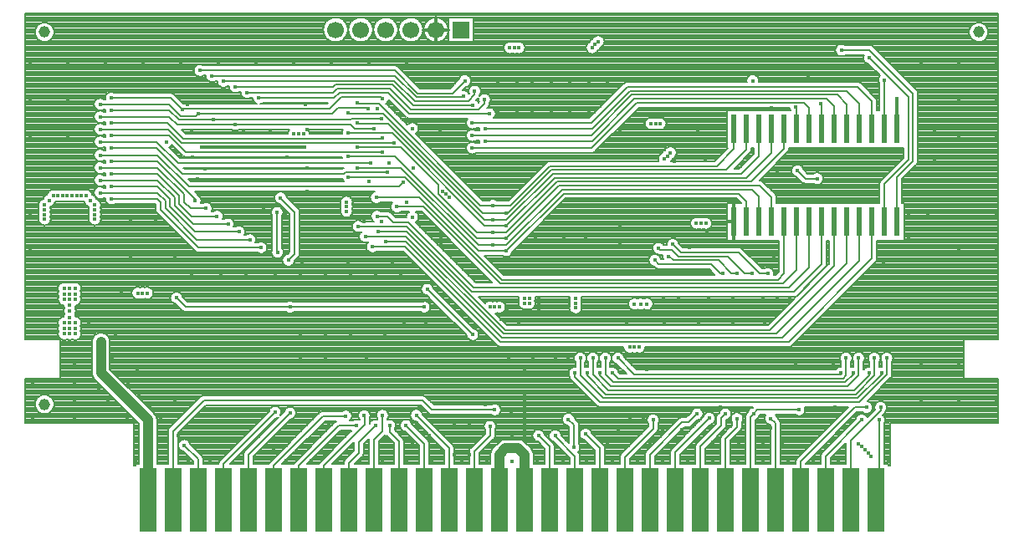
<source format=gbr>
G04 DipTrace 4.0.0.4*
G04 4 - Bottom.gbr*
%MOIN*%
G04 #@! TF.FileFunction,Copper,L4,Bot*
G04 #@! TF.Part,Single*
G04 #@! TA.AperFunction,CopperBalancing*
%ADD15C,0.007874*%
%ADD16C,0.011811*%
G04 #@! TA.AperFunction,Conductor*
%ADD17C,0.03937*%
G04 #@! TA.AperFunction,ComponentPad*
%ADD22C,0.045354*%
%ADD25R,0.070866X0.255906*%
G04 #@! TA.AperFunction,ComponentPad*
%ADD26R,0.066929X0.066929*%
%ADD28C,0.066929*%
%ADD37R,0.023622X0.11811*%
G04 #@! TA.AperFunction,ViaPad*
%ADD38C,0.017717*%
%FSLAX26Y26*%
G04*
G70*
G90*
G75*
G01*
G04 Bottom*
%LPD*%
X2274950Y843701D2*
D15*
Y806201D1*
X2212450Y743701D1*
Y549951D1*
X724950Y1181201D2*
D17*
Y1156201D1*
Y1131201D1*
Y1106201D1*
Y1081201D1*
Y1056202D1*
X912450Y868702D1*
Y768701D1*
D16*
X918701D1*
X912450Y762450D1*
D17*
Y549951D1*
X724950Y1081201D2*
D3*
Y1106201D2*
D3*
Y1131201D2*
D3*
Y1156201D2*
D3*
X3896825Y2028740D2*
D16*
Y2149951D1*
X2312450Y549951D2*
D17*
Y731199D1*
X2337451Y756201D1*
X2387451D1*
X2412450Y731202D1*
Y549951D1*
X2534325Y806201D2*
D15*
Y803076D1*
X2612450Y724951D1*
Y549951D1*
X2609325Y759325D2*
Y849951D1*
X2587451Y871825D1*
X1471825Y1506201D2*
X1496825Y1531201D1*
Y1697996D1*
X1440576Y1754245D1*
X2203076Y2053076D2*
X2678076D1*
X2821825Y2196825D1*
X3740576D1*
X3796825Y2140576D1*
Y2028740D1*
X1171825Y2065576D2*
X1034325D1*
X996825Y2103076D1*
X765576D1*
X1171825Y2065576D2*
X1718701D1*
X1724950Y2071825D1*
X1840576D1*
X1843701Y2068701D1*
X2256201Y1981202D2*
X2681202D1*
X2849951Y2149951D1*
X3615575D1*
X3646825Y2118701D1*
Y2028740D1*
X1112451Y2090575D2*
X1103077Y2081201D1*
X1043701D1*
X996825Y2128076D1*
X721824D1*
X1112451Y2090575D2*
X1646824D1*
X1668701Y2112451D1*
X1787450D1*
X1790576Y2109325D1*
X2203076Y2003076D2*
X2678076D1*
X2840576Y2165576D1*
X3659325D1*
X3696825Y2128076D1*
Y2028740D1*
X1049950Y2106201D2*
X1003075Y2153076D1*
X765576D1*
X1049950Y2106201D2*
X1053075Y2109325D1*
X1634325D1*
X1681201Y2156201D1*
X1840576D1*
X1846825Y2149951D1*
X2256201Y2031201D2*
X2681201D1*
X2831201Y2181201D1*
X3696825D1*
X3746825Y2131201D1*
Y2028740D1*
X1112450Y549951D2*
Y711927D1*
X1057067Y767310D1*
X1428075Y1537450D2*
X1426625Y1536000D1*
Y1696825D1*
X1821825Y1756201D2*
X1993701D1*
X2321825Y1428076D1*
X3421827D1*
X3446825Y1453075D1*
Y1658661D1*
X1212450Y549951D2*
Y693701D1*
X1418701Y899951D1*
X1353076Y2153076D2*
X1653076D1*
X1674950Y2174950D1*
X1868702D1*
X1953076Y2090576D1*
X2273253D1*
X1312450Y549951D2*
Y731199D1*
X1478076Y896825D1*
X1306201Y2174950D2*
X1649950D1*
X1665576Y2190576D1*
X1874950D1*
X1959325Y2106201D1*
X2228631D1*
X2253568Y2131138D1*
Y2146785D1*
X1259325Y2196825D2*
X1649950D1*
X1659325Y2206201D1*
X1887451D1*
X1968701Y2124951D1*
X2206202D1*
X1212450Y2218701D2*
X1649951D1*
X1653076Y2221825D1*
X1893701D1*
X1974950Y2140576D1*
X2188442D1*
X2214198Y2166332D1*
Y2180327D1*
X721824Y1924950D2*
X949951D1*
X1074950Y1799951D1*
X1912451D1*
X1928076Y1815576D1*
X765576Y1953075D2*
X946825D1*
X1049950Y1849950D1*
X1693701D1*
X1699951Y1856201D1*
X1865575D1*
X765576Y2053076D2*
X990576D1*
X1053076Y1990576D1*
X1843701D1*
X1846825Y1993701D1*
X721825Y2028076D2*
X993699D1*
X1046825Y1974950D1*
X1893701D1*
X721824Y1978076D2*
X946825D1*
X1031201Y1893701D1*
X1799950D1*
X1362450Y1556201D2*
X1112451D1*
X962451Y1706201D1*
Y1737450D1*
X949951Y1749950D1*
X765576D1*
X1806201Y1559325D2*
X1937451D1*
X2315576Y1181201D1*
X3465576D1*
X3796825Y1512450D1*
Y1658661D1*
X1165576Y2240576D2*
X1896825D1*
X1981509Y2155892D1*
X2164867D1*
X2168642Y2159667D1*
X1118701Y2262450D2*
X1896827D1*
X1987451Y2171825D1*
X2124949D1*
X2174950Y2221827D1*
X1318701Y1587450D2*
X1106202D1*
X981201Y1712451D1*
Y1743699D1*
X949950Y1774950D1*
X721825D1*
X1859165Y1580243D2*
X1938408D1*
X2321825Y1196825D1*
X3440576D1*
X3746825Y1503075D1*
Y1658661D1*
X1274950Y1618701D2*
X1099950D1*
X999950Y1718701D1*
Y1749950D1*
X949950Y1799950D1*
X765576D1*
X1778076Y1599950D2*
X1940575D1*
X2328075Y1212450D1*
X3415575D1*
X3696825Y1493701D1*
Y1658661D1*
X1231201Y1649950D2*
X1093702D1*
X1018701Y1724951D1*
Y1756199D1*
X949950Y1824950D1*
X721825D1*
X1828075Y1618701D2*
X1943701D1*
X2334325Y1228076D1*
X3390576D1*
X3646825Y1484325D1*
Y1658661D1*
X1187451Y1681202D2*
X1087449D1*
X1037450Y1731201D1*
Y1762450D1*
X949950Y1849950D1*
X765576D1*
X1749950Y1640576D2*
X1943701D1*
X2203076Y1381201D1*
X3487451D1*
X3596825Y1490575D1*
Y1658661D1*
X1143702Y1712451D2*
X1081201D1*
X1056201Y1737451D1*
Y1768699D1*
X949950Y1874950D1*
X721825D1*
X1824950Y1681201D2*
X1865576D1*
X1890576Y1656201D1*
X1949950D1*
X2209325Y1396825D1*
X3465576D1*
X3546825Y1478075D1*
Y1658661D1*
X1099951Y1743701D2*
Y1749949D1*
X949950Y1899950D1*
X765576D1*
X1903076Y1718701D2*
X2009324D1*
X2315575Y1412450D1*
X3443701D1*
X3496825Y1465575D1*
Y1658661D1*
X1259325Y2046825D2*
X1028076D1*
X996825Y2078076D1*
X721824D1*
X1259325Y2046825D2*
X1718701D1*
X1734325Y2031201D1*
X1812450D1*
X2203076Y1953075D2*
X2678076D1*
X2859327Y2134325D1*
X3524951D1*
X3546825Y2112451D1*
Y2028740D1*
X1710091Y1836688D2*
X1709327Y1837451D1*
X1934325D1*
X2228076Y1543701D1*
X2340576D1*
X2568701Y1771825D1*
X3265576D1*
X3296825Y1740576D1*
Y1658661D1*
X2112450Y549951D2*
Y756202D1*
X1981201Y887451D1*
X1746825Y1874950D2*
X1918701D1*
X2228075Y1565576D1*
X2287451D1*
X2340576D1*
X2562451Y1787451D1*
X3318701D1*
X3346825Y1759327D1*
Y1658661D1*
X2012450Y549951D2*
Y774953D1*
X1940576Y846827D1*
X1709325Y1918701D2*
X1896825D1*
X2221825Y1593701D1*
X2340576D1*
X2549951Y1803076D1*
X3349950D1*
X3396825Y1756201D1*
Y1658661D1*
X1912450Y549951D2*
Y784327D1*
X1874951Y821825D1*
Y846827D1*
X1746825Y1956201D2*
X1918701D1*
X2068701Y1806201D1*
Y1768701D1*
X2221827Y1615575D1*
X2287451D1*
X2340575D1*
X2543701Y1818701D1*
X3315576D1*
X3446825Y1949950D1*
Y2028740D1*
X1812450Y549951D2*
Y790575D1*
X1846825Y824950D1*
Y887450D1*
X1709327Y2012451D2*
X1884325D1*
X2253076Y1643701D1*
X2340576D1*
X2531201Y1834325D1*
X3296825D1*
X3396825Y1934325D1*
Y2028740D1*
X1712450Y549951D2*
Y698307D1*
X1752558Y738415D1*
Y780684D1*
X1818701Y846827D1*
X2287451Y1665575D2*
X2253076D1*
X1868701Y2049950D1*
X1746825D1*
Y2053076D1*
X2287451Y1665575D2*
X2340575D1*
X2524951Y1849951D1*
X3274951D1*
X3346825Y1921825D1*
Y2028740D1*
X1612450Y549951D2*
Y687450D1*
X1774951Y849951D1*
Y887451D1*
X1773921Y886421D1*
X2340576Y1693701D2*
X2246825D1*
X1849950Y2090576D1*
X1712450D1*
X1710486Y2092541D1*
X2340576Y1693701D2*
X2346825D1*
X2518701Y1865576D1*
X3215576D1*
X3296825Y1946825D1*
Y2028740D1*
X1512450Y549951D2*
Y687450D1*
X1671827Y846827D1*
X1743701D1*
X2287451Y1724950D2*
X2237451D1*
X1831201Y2131201D1*
X1746825D1*
Y2132675D1*
X2287451Y1724950D2*
X2356201D1*
X2512451Y1881201D1*
X3178076D1*
X3246825Y1949950D1*
Y2028740D1*
X1412450Y549951D2*
Y687450D1*
X1609327Y884327D1*
X1699950D1*
X1025556Y1355594D2*
X1062450Y1318701D1*
X1478042D1*
X2012450D1*
X3846825Y1658661D2*
Y1809325D1*
X3943701Y1906201D1*
Y2156202D1*
X3787451Y2312451D1*
X3896825Y1658661D2*
Y1837450D1*
X3959325Y1899950D1*
Y2171825D1*
X3787450Y2343701D1*
X3674950D1*
X765576Y2003076D2*
X996825D1*
X1062450Y1937451D1*
X1846825D1*
X1124950Y1956201D2*
D16*
X1537451D1*
X2293465Y909325D2*
D15*
X2043701D1*
X2006201Y946825D1*
X1134325D1*
X1012450Y824950D1*
Y549951D1*
X2656201Y812451D2*
X2712450Y756202D1*
Y549951D1*
X2512450D2*
Y762451D1*
X2468465Y806437D1*
X3112450Y549951D2*
Y762450D1*
X3196825Y846825D1*
Y878075D1*
X3212451Y893701D1*
X3203076Y1453076D2*
X3193701D1*
X3156201Y1490576D1*
X2946825D1*
X2931201Y1506201D1*
X3212450Y549951D2*
Y793701D1*
X3259325Y840576D1*
Y874951D1*
Y1453076D2*
X3237450D1*
X3184325Y1506201D1*
X3006201D1*
X2990576Y1521825D1*
X2987451D1*
X3312450Y549951D2*
Y881201D1*
X3324950Y893701D1*
X3340575Y909325D1*
X3506201D1*
X3318701Y1453076D2*
X3290575D1*
X3221825Y1521825D1*
X3024950D1*
X2999950Y1546825D1*
X2953076D1*
X2946825Y1553076D1*
X3412450Y549951D2*
Y856202D1*
X3393701Y874951D1*
X3381201Y1453076D2*
X3349951D1*
X3265576Y1537451D1*
X3034325D1*
X3003076Y1568701D1*
X3578076Y1831201D2*
X3531202D1*
X3499951Y1862451D1*
X2812450Y549951D2*
Y721824D1*
X2924951Y834325D1*
Y868702D1*
X2912450Y549951D2*
Y731199D1*
X3040576Y859325D1*
X3065575D1*
X3099950Y893701D1*
X3012450Y549951D2*
Y739072D1*
X3148640Y875262D1*
X3671825Y1056201D2*
Y1049951D1*
X2849951D1*
X2784327Y1115576D1*
X3693701D2*
Y1046825D1*
X3681201Y1034325D1*
X2784327D1*
X2762451Y1056201D1*
X3721825D2*
Y1049950D1*
X3690576Y1018701D1*
X2765576D1*
X2734327Y1049950D1*
Y1115576D1*
X3743701D2*
Y1046825D1*
X3699951Y1003076D1*
X2756201D1*
X2712451Y1046825D1*
Y1056201D1*
X3856201Y1115576D2*
Y1049950D1*
X3746827Y940576D1*
X2712450D1*
X2612450Y1040576D1*
Y1056201D1*
X3812450Y549951D2*
X3824950D1*
Y868699D1*
X3834325Y1056201D2*
Y1049950D1*
X3740576Y956201D1*
X2724951D1*
X2634327Y1046825D1*
Y1115576D1*
X3712450Y549951D2*
Y787450D1*
X3831201Y906201D1*
Y918701D1*
X3806201Y1115576D2*
Y1046825D1*
X3731201Y971825D1*
X2737451D1*
X2662450Y1046827D1*
Y1056201D1*
X3612450Y549951D2*
Y724951D1*
X3756201Y868702D1*
X3784325Y1056201D2*
Y1046825D1*
X3724951Y987451D1*
X2746825D1*
X2684327Y1049950D1*
Y1115576D1*
X3512450Y549951D2*
Y703075D1*
X3728076Y918701D1*
X3774950D1*
X2206201Y1209325D2*
X2024950Y1390576D1*
X3496825Y2028740D2*
Y2112451D1*
X3493701Y2115576D1*
X3596825Y2028740D2*
Y2128076D1*
X3593701Y2131201D1*
X3846825Y2028740D2*
Y2224951D1*
D38*
X2274950Y843701D3*
X724950Y1056202D3*
D3*
X2534325Y806201D3*
X1471825Y1506201D3*
X1440576Y1754245D3*
X1057067Y767310D3*
X1428075Y1537450D3*
X1426625Y1696825D3*
X1418701Y899951D3*
X2273253Y2090576D3*
X1478076Y896825D3*
X2253568Y2146785D3*
X2206202Y2124951D3*
X2214198Y2180327D3*
X2168642Y2159667D3*
X2174950Y2221827D3*
X1710091Y1836688D3*
X1981201Y887451D3*
X1746825Y1874950D3*
X1940576Y846827D3*
X1709325Y1918701D3*
X1874951Y846827D3*
X1746825Y1956201D3*
X1846825Y887450D3*
X1709327Y2012451D3*
X1818701Y846827D3*
X1746825Y2053076D3*
X1773921Y886421D3*
X1710486Y2092541D3*
X1743701Y846827D3*
X1746825Y2132675D3*
X1699950Y884327D3*
X1025556Y1355594D3*
X2012450Y1318701D3*
X1478042D3*
X3787451Y2312451D3*
X3674950Y2343701D3*
X2293465Y909325D3*
X2656201Y812451D3*
X2468465Y806437D3*
X3212451Y893701D3*
X3259325Y874951D3*
X3324950Y893701D3*
X3506201Y909325D3*
X3393701Y874951D3*
X2924951Y868702D3*
X3099950Y893701D3*
X3148640Y875262D3*
X3824950Y868699D3*
X3831201Y918701D3*
X3756201Y868702D3*
X3774950Y918701D3*
X2206201Y1209325D3*
X2024950Y1390576D3*
X3846825Y2224951D3*
X2706201Y2378076D3*
X2693701Y2365576D3*
X2353076Y2353076D3*
X2371825D3*
X2390575D3*
X2681201D3*
X1118701Y2262450D3*
X3543701Y2243701D3*
X1165576Y2240576D3*
X3321825Y2221825D3*
X1212450Y2218701D3*
X1259325Y2196825D3*
X1306201Y2174950D3*
X765576Y2153076D3*
X1353076D3*
X1846825Y2149951D3*
X3896825D3*
X3593701Y2131201D3*
X3896825Y2131202D3*
X721824Y2128076D3*
X1068701D3*
X1540576D3*
X3493701Y2115576D3*
X3896825Y2112450D3*
X1790576Y2109325D3*
X1824951D3*
X1049950Y2106201D3*
X765576Y2103076D3*
X1112451Y2090575D3*
X721824Y2078076D3*
X1843701Y2068701D3*
X1171825Y2065576D3*
X765576Y2053076D3*
X2203076D3*
X2915576Y2049950D3*
X2934325D3*
X2953076D3*
X1259325Y2046825D3*
X3078076Y2043701D3*
X1812450Y2031201D3*
X1965576D3*
X2256201D3*
X3090576D3*
X721825Y2028076D3*
X1546825D3*
X4046825D3*
X1084325Y2018701D3*
X3103076D3*
X1293701Y2015576D3*
X1399950D3*
X2074951D3*
X1493701Y2009325D3*
X1512451D3*
X1531201D3*
X765576Y2003076D3*
X2203076D3*
X1846825Y1993701D3*
X2256201Y1981202D3*
X721824Y1978076D3*
X984325D3*
X1893701Y1974950D3*
X765576Y1953075D3*
X2203076D3*
X3546825Y1946825D3*
X3646825D3*
X2946825Y1943701D3*
X1846825Y1937451D3*
X2993701Y1934325D3*
X721824Y1924950D3*
X2981201Y1921825D3*
X1090576Y1915576D3*
X2968701Y1909327D3*
X4046825Y1909325D3*
X3131201Y1906201D3*
X765576Y1899950D3*
X3009325D3*
X1799950Y1893701D3*
X1871825D3*
X721825Y1874950D3*
X1968701D3*
X3646825Y1871825D3*
X3499951Y1862451D3*
X3418701Y1859325D3*
X1865575Y1856201D3*
X765576Y1849950D3*
X3578076Y1831201D3*
X721825Y1824950D3*
X1928076Y1815576D3*
X765576Y1799950D3*
X1546273Y1781201D3*
X2087451D3*
X1140576Y1778076D3*
X721825Y1774950D3*
X3418701Y1774951D3*
X1324951Y1771825D3*
X2099951Y1768701D3*
X534325Y1763406D3*
X553076D3*
X571825D3*
X590576D3*
X609325D3*
X628076D3*
X646825D3*
X665576D3*
X1821825Y1756201D3*
X2112451D3*
X765576Y1749950D3*
X518701Y1744655D3*
X681201D3*
X1099951Y1743701D3*
X3237451Y1740576D3*
X1703076Y1737451D3*
X1943701D3*
X1837451Y1728076D3*
X499951Y1725906D3*
X699951D3*
X2287451Y1724950D3*
X1703076Y1718702D3*
X1903076Y1718701D3*
X1143702Y1712451D3*
X499951Y1707154D3*
X699951D3*
X1703076Y1699950D3*
X1373209Y1717640D3*
X2340576Y1693701D3*
X499951Y1688406D3*
X699951D3*
X1187451Y1681202D3*
X1824950Y1681201D3*
X1965576Y1678076D3*
X499951Y1669654D3*
X699951D3*
X2287451Y1665575D3*
X1771825Y1659325D3*
X1843701D3*
X3096825Y1653075D3*
X3115576D3*
X3134327D3*
X1231201Y1649950D3*
X2340576Y1643701D3*
X1749950Y1640576D3*
X3140576Y1621825D3*
X1274950Y1618701D3*
X1828075D3*
X2287451Y1615575D3*
X2078076Y1612451D3*
X2962451Y1606201D3*
X1778076Y1599950D3*
X2078076Y1593701D3*
X2340576D3*
X1318701Y1587450D3*
X1859165Y1580243D3*
X2078076Y1574950D3*
X3003076Y1568701D3*
X2287451Y1565576D3*
X1806201Y1559325D3*
X1362450Y1556201D3*
X3068563Y1556226D3*
X2946825Y1553076D3*
X2340576Y1543701D3*
X1524950Y1537451D3*
X1709325D3*
X1921825Y1534327D3*
X2987451Y1521825D3*
X843701Y1518701D3*
X1018701D3*
X2931201Y1506201D3*
X1524950Y1499950D3*
X1709325D3*
X1884325D3*
X3203076Y1453076D3*
X3259325D3*
X3318701D3*
X3381201D3*
X1084487Y1447394D3*
X1202756Y1446913D3*
X1301281Y1446782D3*
X1418701Y1446825D3*
X578075Y1393699D3*
X599950D3*
X621825D3*
X871825Y1374950D3*
X890576D3*
X909325D3*
X578075Y1371828D3*
X599950D3*
X621825D3*
X2966945Y1356169D3*
X3026356Y1355993D3*
X3144579D3*
X3361118D3*
X3242895Y1355819D3*
X3420457D3*
X2412451Y1353076D3*
X2431201D3*
X2615576D3*
X2470459Y1351280D3*
X578075Y1349953D3*
X599950D3*
X621825D3*
X2412450Y1334325D3*
X2431201D3*
X2615576D3*
X2470459Y1332529D3*
X2849950Y1331201D3*
X2874950D3*
X2899950D3*
X599950Y1328077D3*
X2274950Y1318701D3*
X2293701D3*
X2312450D3*
X2615576Y1315576D3*
X2470459Y1313780D3*
X2343701Y1312450D3*
X599950Y1303076D3*
Y1278076D3*
X2318701Y1271825D3*
X578075Y1256201D3*
X599950D3*
X621825D3*
X2390576Y1253076D3*
X578075Y1234327D3*
X599950D3*
X621825D3*
X578075Y1212450D3*
X599950D3*
X621825D3*
X2246825Y1199950D3*
X724950Y1181201D3*
X618699Y1168701D3*
X2831201Y1159325D3*
X2849951D3*
X2868701D3*
X724950Y1156201D3*
X3143913Y1152500D3*
X3360601Y1152438D3*
X3410403Y1152378D3*
X3243276Y1152075D3*
X2968701Y1149950D3*
X3024950D3*
X724950Y1131201D3*
X2349950Y1121825D3*
X2534325D3*
X2587451D3*
X2446825Y1115576D3*
X2634327D3*
X2684327D3*
X2734327D3*
X2784327D3*
X3693701D3*
X3743701D3*
X3806201D3*
X3856201D3*
X724950Y1106201D3*
X618701Y1093701D3*
X2315576Y1084325D3*
X724950Y1081201D3*
X2262451D3*
X768702Y1118699D3*
X868701Y1074950D3*
X2412451D3*
X2899950Y1068701D3*
X1301228Y1060854D3*
X1419606Y1059920D3*
X1084325Y1059325D3*
X1202597Y1059007D3*
X2612450Y1056201D3*
X2662450D3*
X2712451D3*
X2762451D3*
X3671825D3*
X3721825D3*
X3784325D3*
X3834325D3*
X2412451Y1049950D3*
X679091Y1026045D3*
X2412451Y1024950D3*
X618699Y1012451D3*
X453076Y1009325D3*
X2356201Y1003076D3*
X2534325D3*
X1140576Y999951D3*
X1253076Y999950D3*
X1362451D3*
X2412451D3*
X716592Y988545D3*
X874950Y968701D3*
X1006201Y1049951D3*
X2412451Y974951D3*
X754092Y951045D3*
X918701Y924950D3*
X1018701Y949951D3*
X2412451D3*
X618701Y943701D3*
X2412451Y924950D3*
X791592Y913545D3*
X962451Y881201D3*
X2412451Y899950D3*
X2359325Y896825D3*
X2534325Y887451D3*
X2631201D3*
X2724951D3*
X453076Y878076D3*
X829092Y876043D3*
X618701Y874950D3*
X962451Y818701D3*
X2412451Y874950D3*
X2831201D3*
X2884325D3*
X2587451Y871825D3*
X3453076Y862451D3*
X3515576D3*
X1631201Y856201D3*
X2193701Y793701D3*
X2412451Y849950D3*
X1140576Y837451D3*
X3337450D3*
X3393701D3*
X3581201D3*
X2787451Y831201D3*
X2962450D3*
X3040576D3*
X2412451Y824950D3*
X2874951Y815576D3*
X1287451Y812451D3*
X1033088Y806346D3*
X2362451Y799950D3*
X2412451D3*
X2193701Y856201D3*
X2578076Y790576D3*
X1861988Y781980D3*
X2743701Y781201D3*
X2912451D3*
X3162451D3*
X3265576D3*
X3362451D3*
X3440576D3*
X1966524Y780736D3*
X3743701Y774951D3*
X2287807Y766499D3*
X1782654Y766113D3*
X2824951Y765576D3*
X1462147Y765308D3*
X3756201Y762451D3*
X2609325Y759325D3*
X2659325D3*
X2084126Y750247D3*
X3768701Y749950D3*
X1412451Y746825D3*
X1230697Y742539D3*
X1711160Y739185D3*
X3781201Y737451D3*
X1616517Y732824D3*
X2131201Y731201D3*
X2193701D3*
X3793701Y724950D3*
X1271825Y715576D3*
X1353076Y712451D3*
X2043681Y711668D3*
X1941324Y711357D3*
X1844255Y707934D3*
X1757442Y706789D3*
X1562451Y706201D3*
X2762451D3*
X2862451D3*
X2962451D3*
X3062451D3*
X3162451D3*
X3262451D3*
X3362451D3*
X3462451D3*
X3562451D3*
X3662451D3*
X1462751Y705329D3*
X2262451Y704076D3*
X1159325Y703076D3*
X2565576D3*
X2659325D3*
X2362451Y702436D3*
X2462451D3*
X2162451Y701646D3*
X1071390Y698987D3*
X1664898Y698870D3*
X443701Y1243701D3*
Y1393701D3*
Y1543701D3*
Y1693701D3*
Y1843701D3*
Y1993701D3*
Y2143701D3*
Y2293701D3*
Y2443701D3*
X593701D3*
X743701D3*
X893701D3*
X1043701D3*
X1193701D3*
X1343701D3*
X1493701D3*
Y2293701D3*
X1343701D3*
X1193701D3*
X1043701D3*
X893701D3*
X743701D3*
X593701D3*
Y2143701D3*
Y1993701D3*
Y1843701D3*
X1643701Y2293701D3*
X1793701D3*
X1943701D3*
X4293701Y2443701D3*
X4143701D3*
X3993701D3*
X3843701D3*
X3693701D3*
X3543701D3*
X3393701D3*
X3243701D3*
X3093701D3*
X2943701D3*
X2793701D3*
X2643701D3*
X2493701D3*
X2343701D3*
X4293701Y2293701D3*
X4143701D3*
X3993701D3*
X4293701Y2143701D3*
X4143701D3*
Y1993701D3*
X4293701D3*
Y1843701D3*
Y1693701D3*
Y1543701D3*
X4143701D3*
X4293701Y1393701D3*
X4143701D3*
X4293701Y1243701D3*
X4143701D3*
X3993701Y1393701D3*
Y1243701D3*
Y1093701D3*
X4143701D3*
X3993701Y943701D3*
X4143701D3*
X4293701D3*
X3643701Y793701D3*
Y1093701D3*
X3493701D3*
X3593701Y1193701D3*
X3643701Y1293701D3*
X3743701Y1393701D3*
X3843701Y1493701D3*
X3943701Y1593701D3*
Y1693701D3*
X4018701D3*
X3231201Y843701D3*
X3193701Y918701D3*
X2593701Y981201D3*
X2131201Y793701D3*
Y856201D3*
X1993701Y1081201D3*
Y968701D3*
Y918701D3*
X2256201Y931201D3*
X1981201Y856201D3*
X2031201Y806201D3*
X1518701Y906201D3*
X1668701D3*
X1518701Y981201D3*
X1668701D3*
X1518701Y1056201D3*
X1718701D3*
X1518701Y1118701D3*
X1781201D3*
X1856201Y1206201D3*
X1518701D3*
Y1268701D3*
X1931201Y1256201D3*
X2018701D3*
X1393701Y1243701D3*
X1231201D3*
X1056201D3*
X906201D3*
X806201Y1381201D3*
X843701Y1668701D3*
X943701D3*
X1518701Y1343701D3*
X1618701D3*
X1718701D3*
X1818701D3*
X1918701D3*
X2006201D3*
X1518701Y1443701D3*
X1618701D3*
X1718701D3*
X1818701D3*
X1918701D3*
X1968701Y1493701D3*
X2043701Y1418701D3*
X1618701Y1268701D3*
X1718701D3*
X1818701D3*
X1718701Y1206201D3*
X1618701D3*
X2968701Y1256201D3*
X3106201D3*
X3243701D3*
X3368701D3*
X3468701Y1356201D3*
X2818701Y1256201D3*
X3406201Y1518701D3*
X3618701Y1743701D3*
X3793701D3*
X3306201Y1918701D3*
X2293701Y1506201D3*
X2393701D3*
X2481201D3*
X2568701D3*
X2656201D3*
X2743701D3*
X2456201Y1593701D3*
X2568701D3*
X2656201D3*
X2531201Y1681201D3*
X2656201D3*
X2793701Y1568701D3*
Y1643701D3*
Y1743701D3*
X2656201D3*
X2793701Y2018701D3*
Y1918701D3*
X2693701D3*
X2593701D3*
X2506201D3*
X2431201D3*
X2381201D3*
X2256201D3*
X1464550Y1916154D3*
X2093701Y1918701D3*
X2206201Y1843701D3*
X2293701D3*
X2318701Y1768701D3*
X2418701Y1843701D3*
X2306201Y2218701D3*
X2381201D3*
X2306201Y2156201D3*
X2381201D3*
X2306201Y2093701D3*
X2381201D3*
X2443701Y2218701D3*
Y2156201D3*
Y2093701D3*
X2518701D3*
Y2156201D3*
Y2218701D3*
X2593701D3*
Y2093701D3*
Y2156201D3*
X2668701Y2218701D3*
Y2093701D3*
Y2156201D3*
X2743701Y2218701D3*
Y2156201D3*
X2718701Y1631201D3*
X2731201Y1681201D3*
X1107860Y1829169D3*
X1138593Y1871287D3*
X1546801Y1872657D3*
X1464066Y1826772D3*
X1461068Y1535343D3*
X1460692Y1692415D3*
X1793701Y1818701D3*
X831201Y1012451D3*
X943701Y999950D3*
X787451Y1056201D3*
X862451Y818701D3*
Y699951D3*
X962451Y712451D3*
X3649950Y918701D3*
X781201Y1212451D3*
X674950Y1249950D3*
X531201Y1243701D3*
X668701Y1362451D3*
X487451D3*
X1618701Y1118701D3*
X1593701Y981201D3*
X1618701Y1056201D3*
X1593701Y906201D3*
X3862451Y837450D3*
X3862450Y706201D3*
X1124950Y1956201D3*
X1537451D3*
X2856201Y2268701D3*
X2968701D3*
X3074950D3*
X3395366Y2113583D3*
X424413Y2482021D2*
D15*
X4299999D1*
X424413Y2474278D2*
X1656498D1*
X1662149D2*
X1756500D1*
X1762150D2*
X1856501D1*
X1862152D2*
X1956503D1*
X1962146D2*
X2056505D1*
X2062147D2*
X2109170D1*
X2209485D2*
X4299999D1*
X424413Y2466535D2*
X1631931D1*
X1686724D2*
X1731932D1*
X1786726D2*
X1831926D1*
X1886720D2*
X1931927D1*
X1986721D2*
X2031929D1*
X2086723D2*
X2109170D1*
X2209485D2*
X4299999D1*
X424413Y2458793D2*
X1622596D1*
X1696059D2*
X1722589D1*
X1796061D2*
X1822591D1*
X1896062D2*
X1922592D1*
X1996056D2*
X2022594D1*
X2096058D2*
X2109170D1*
X2209485D2*
X4299999D1*
X424413Y2451050D2*
X483985D1*
X515918D2*
X1616628D1*
X1702018D2*
X1716630D1*
X1802020D2*
X1816632D1*
X1902022D2*
X1916633D1*
X2002023D2*
X2016635D1*
X2102017D2*
X2109170D1*
X2209485D2*
X4205865D1*
X4237790D2*
X4299999D1*
X424413Y2443307D2*
X472336D1*
X527568D2*
X1612707D1*
X1705940D2*
X1712708D1*
X1805942D2*
X1812710D1*
X1905943D2*
X1912711D1*
X2005945D2*
X2012705D1*
X2209485D2*
X4194208D1*
X4249439D2*
X4299999D1*
X424413Y2435564D2*
X466161D1*
X533742D2*
X1610323D1*
X2209485D2*
X4188033D1*
X4255614D2*
X4299999D1*
X424413Y2427822D2*
X462578D1*
X537325D2*
X1609254D1*
X2209485D2*
X4184450D1*
X4259197D2*
X4299999D1*
X424413Y2420079D2*
X460848D1*
X539056D2*
X1609408D1*
X2209485D2*
X4182719D1*
X4260935D2*
X4299999D1*
X424413Y2412336D2*
X460717D1*
X539186D2*
X1610808D1*
X2209485D2*
X4182589D1*
X4261058D2*
X4299999D1*
X424413Y2404593D2*
X462178D1*
X537725D2*
X1613560D1*
X1705094D2*
X1713562D1*
X1805088D2*
X1813563D1*
X1905090D2*
X1913557D1*
X2005091D2*
X2013559D1*
X2105093D2*
X2109170D1*
X2209485D2*
X4184050D1*
X4259597D2*
X4299999D1*
X424413Y2396850D2*
X465430D1*
X534473D2*
X1617943D1*
X1700704D2*
X1717945D1*
X1800705D2*
X1817946D1*
X1900707D2*
X1917948D1*
X2000708D2*
X2017942D1*
X2100710D2*
X2109170D1*
X2209485D2*
X2689263D1*
X2723134D2*
X4187302D1*
X4256345D2*
X4299999D1*
X424413Y2389108D2*
X471090D1*
X528813D2*
X1624587D1*
X1694068D2*
X1724589D1*
X1794061D2*
X1824590D1*
X1894063D2*
X1924584D1*
X1994064D2*
X2024586D1*
X2094066D2*
X2109170D1*
X2209485D2*
X2683242D1*
X2729162D2*
X4192970D1*
X4250685D2*
X4299999D1*
X424413Y2381365D2*
X481325D1*
X518579D2*
X1635352D1*
X1683302D2*
X1735346D1*
X1783304D2*
X1835348D1*
X1883305D2*
X1935349D1*
X1983299D2*
X2035351D1*
X2083301D2*
X2109170D1*
X2209485D2*
X2673838D1*
X2731531D2*
X4203204D1*
X4240450D2*
X4299999D1*
X424413Y2373622D2*
X2338462D1*
X2405190D2*
X2666587D1*
X2731346D2*
X4299999D1*
X424413Y2365879D2*
X2331088D1*
X2412556D2*
X2659213D1*
X2728539D2*
X3663150D1*
X3686755D2*
X4299999D1*
X424413Y2358136D2*
X2328050D1*
X2415601D2*
X2656175D1*
X2721673D2*
X3654045D1*
X3801851D2*
X4299999D1*
X424413Y2350394D2*
X2327674D1*
X2415978D2*
X2655799D1*
X2714053D2*
X3650324D1*
X3809610D2*
X4299999D1*
X424413Y2342651D2*
X2329827D1*
X2413825D2*
X2657952D1*
X2704448D2*
X3649424D1*
X3817353D2*
X4299999D1*
X424413Y2334908D2*
X2335463D1*
X2408189D2*
X2663588D1*
X2698820D2*
X3651016D1*
X3825088D2*
X4299999D1*
X424413Y2327165D2*
X3655729D1*
X3832832D2*
X4299999D1*
X424413Y2319423D2*
X3669286D1*
X3680619D2*
X3762905D1*
X3840575D2*
X4299999D1*
X424413Y2311680D2*
X3761913D1*
X3848318D2*
X4299999D1*
X424413Y2303937D2*
X3763413D1*
X3856062D2*
X4299999D1*
X424413Y2296194D2*
X3767980D1*
X3863805D2*
X4299999D1*
X424413Y2288451D2*
X3780560D1*
X3871548D2*
X4299999D1*
X424413Y2280709D2*
X1101180D1*
X1905382D2*
X3790349D1*
X3879291D2*
X4299999D1*
X424413Y2272966D2*
X1095490D1*
X1915163D2*
X3798085D1*
X3887035D2*
X4299999D1*
X424413Y2265223D2*
X1093306D1*
X1922906D2*
X3805828D1*
X3894778D2*
X4299999D1*
X424413Y2257480D2*
X1093652D1*
X1930649D2*
X3813571D1*
X3902521D2*
X4299999D1*
X424413Y2249738D2*
X1096659D1*
X1938385D2*
X3821314D1*
X3910265D2*
X4299999D1*
X424413Y2241995D2*
X1103956D1*
X1133444D2*
X1140066D1*
X1946128D2*
X2159789D1*
X2190107D2*
X3306674D1*
X3336984D2*
X3828073D1*
X3918008D2*
X4299999D1*
X424413Y2234252D2*
X1140843D1*
X1953872D2*
X2152738D1*
X2197159D2*
X3299615D1*
X3344035D2*
X3823091D1*
X3925751D2*
X4299999D1*
X424413Y2226509D2*
X1144411D1*
X1961615D2*
X2149847D1*
X2200058D2*
X3296724D1*
X3346927D2*
X3821322D1*
X3933495D2*
X4299999D1*
X424413Y2218766D2*
X1153061D1*
X1178097D2*
X1186903D1*
X1969358D2*
X2143042D1*
X2200311D2*
X3296462D1*
X3347188D2*
X3822060D1*
X3941230D2*
X4299999D1*
X424413Y2211024D2*
X1188117D1*
X1977102D2*
X2135299D1*
X2198020D2*
X2807174D1*
X3755222D2*
X3825559D1*
X3948973D2*
X4299999D1*
X424413Y2203281D2*
X1192285D1*
X1984845D2*
X2127555D1*
X2192145D2*
X2204119D1*
X2224279D2*
X2799430D1*
X3762973D2*
X3826197D1*
X3956717D2*
X4299999D1*
X424413Y2195538D2*
X1202904D1*
X1221996D2*
X1233808D1*
X1992588D2*
X2119812D1*
X2177512D2*
X2193869D1*
X2234530D2*
X2791687D1*
X3770716D2*
X3826197D1*
X3964460D2*
X4299999D1*
X424413Y2187795D2*
X1235477D1*
X2169769D2*
X2189801D1*
X2238597D2*
X2783944D1*
X3778452D2*
X3826197D1*
X3972203D2*
X4299999D1*
X424413Y2180052D2*
X1240321D1*
X2183487D2*
X2188648D1*
X2239751D2*
X2776200D1*
X3786195D2*
X3826197D1*
X3978170D2*
X4299999D1*
X424413Y2172310D2*
X749187D1*
X1008744D2*
X1255039D1*
X1263611D2*
X1280791D1*
X2238413D2*
X2768457D1*
X3793938D2*
X3826197D1*
X3979947D2*
X4299999D1*
X424413Y2164567D2*
X742851D1*
X1020432D2*
X1282929D1*
X2271593D2*
X2760721D1*
X3801682D2*
X3826197D1*
X3979954D2*
X4299999D1*
X424413Y2156824D2*
X740314D1*
X1028175D2*
X1288542D1*
X2276991D2*
X2752978D1*
X3809425D2*
X3826197D1*
X3979954D2*
X4299999D1*
X424413Y2149081D2*
X707918D1*
X735729D2*
X740352D1*
X1035918D2*
X1327850D1*
X2279013D2*
X2745235D1*
X3815538D2*
X3826197D1*
X3979954D2*
X4299999D1*
X424413Y2141339D2*
X700121D1*
X1043662D2*
X1330480D1*
X2278513D2*
X2737492D1*
X3817437D2*
X3826197D1*
X3979954D2*
X4299999D1*
X424413Y2133596D2*
X696899D1*
X1051405D2*
X1337001D1*
X1866204D2*
X1881208D1*
X2275314D2*
X2729748D1*
X3817453D2*
X3826197D1*
X3979954D2*
X4299999D1*
X424413Y2125853D2*
X696376D1*
X1865397D2*
X1888951D1*
X2273484D2*
X2722005D1*
X3817453D2*
X3826197D1*
X3979954D2*
X4299999D1*
X424413Y2118110D2*
X698368D1*
X1873140D2*
X1896694D1*
X2269324D2*
X2714262D1*
X3817453D2*
X3826197D1*
X3979954D2*
X4299999D1*
X424413Y2110367D2*
X703727D1*
X1880883D2*
X1904438D1*
X2288925D2*
X2706518D1*
X2864220D2*
X3468706D1*
X3817453D2*
X3826197D1*
X3979954D2*
X4299999D1*
X424413Y2102625D2*
X717776D1*
X725871D2*
X740029D1*
X1888627D2*
X1912181D1*
X2295676D2*
X2698775D1*
X2856477D2*
X3218322D1*
X3979954D2*
X4299999D1*
X424413Y2094882D2*
X702850D1*
X1896370D2*
X1919924D1*
X2298429D2*
X2691032D1*
X2848734D2*
X3218322D1*
X3979954D2*
X4299999D1*
X424413Y2087139D2*
X697991D1*
X1904113D2*
X1927667D1*
X2298567D2*
X2683288D1*
X2840990D2*
X3218322D1*
X3979954D2*
X4299999D1*
X424413Y2079396D2*
X696307D1*
X1911856D2*
X1935403D1*
X2296138D2*
X2675545D1*
X2833247D2*
X3218322D1*
X3979954D2*
X4299999D1*
X424413Y2071654D2*
X697122D1*
X1919600D2*
X1946314D1*
X2825504D2*
X2902861D1*
X2965790D2*
X3218322D1*
X3979954D2*
X4299999D1*
X424413Y2063911D2*
X700728D1*
X1927343D2*
X2180020D1*
X2817760D2*
X2894334D1*
X2974318D2*
X3218322D1*
X3979954D2*
X4299999D1*
X424413Y2056168D2*
X709494D1*
X734153D2*
X740221D1*
X1935086D2*
X2177721D1*
X2810017D2*
X2890820D1*
X2977832D2*
X3218322D1*
X3979954D2*
X4299999D1*
X424413Y2048425D2*
X706926D1*
X1942822D2*
X1946999D1*
X1984153D2*
X2177967D1*
X2802274D2*
X2890074D1*
X2978578D2*
X3218322D1*
X3979954D2*
X4299999D1*
X424413Y2040682D2*
X699721D1*
X1989243D2*
X2180851D1*
X2794530D2*
X2891827D1*
X2976825D2*
X3218322D1*
X3979954D2*
X4299999D1*
X424413Y2032940D2*
X696753D1*
X1991066D2*
X2187871D1*
X2218274D2*
X2230709D1*
X2786787D2*
X2896794D1*
X2971857D2*
X3218322D1*
X3979954D2*
X4299999D1*
X424413Y2025197D2*
X696445D1*
X1047306D2*
X1246481D1*
X1272170D2*
X1473904D1*
X1550997D2*
X1687310D1*
X1990389D2*
X2191155D1*
X2214998D2*
X2231386D1*
X2779044D2*
X2914065D1*
X2917089D2*
X2951566D1*
X2954583D2*
X3218322D1*
X3979954D2*
X4299999D1*
X424413Y2017454D2*
X698667D1*
X1055050D2*
X1469521D1*
X1555380D2*
X1684288D1*
X1986959D2*
X2182127D1*
X2771308D2*
X3218322D1*
X3979954D2*
X4299999D1*
X424413Y2009711D2*
X704427D1*
X1981538D2*
X2178429D1*
X2763565D2*
X3218322D1*
X3979954D2*
X4299999D1*
X424413Y2001969D2*
X714523D1*
X729124D2*
X740052D1*
X1989282D2*
X2177552D1*
X2755822D2*
X3218322D1*
X3979954D2*
X4299999D1*
X424413Y1994226D2*
X702266D1*
X1997025D2*
X2179159D1*
X2748078D2*
X3218322D1*
X3979954D2*
X4299999D1*
X424413Y1986483D2*
X697745D1*
X2004768D2*
X2183904D1*
X2740335D2*
X3218322D1*
X3979954D2*
X4299999D1*
X424413Y1978740D2*
X696284D1*
X2012512D2*
X2197706D1*
X2208447D2*
X2230771D1*
X2732592D2*
X3218322D1*
X3979954D2*
X4299999D1*
X424413Y1970997D2*
X697306D1*
X2020255D2*
X2185203D1*
X2724849D2*
X3218322D1*
X3979954D2*
X4299999D1*
X424413Y1963255D2*
X701197D1*
X2027998D2*
X2179713D1*
X2717105D2*
X3218322D1*
X3979954D2*
X4299999D1*
X424413Y1955512D2*
X710832D1*
X732815D2*
X740144D1*
X998240D2*
X1015543D1*
X2035741D2*
X2177644D1*
X2709362D2*
X2980094D1*
X3007306D2*
X3218322D1*
X3979954D2*
X4299999D1*
X424413Y1947769D2*
X711417D1*
X732230D2*
X740598D1*
X1005983D2*
X1023286D1*
X2043485D2*
X2178098D1*
X2701619D2*
X2972113D1*
X3015287D2*
X3215792D1*
X3317453D2*
X3326197D1*
X3467336D2*
X3923069D1*
X3979954D2*
X4299999D1*
X424413Y1940026D2*
X701389D1*
X1013726D2*
X1031029D1*
X2051228D2*
X2181243D1*
X2693875D2*
X2963623D1*
X3018586D2*
X3208056D1*
X3316253D2*
X3326197D1*
X3464798D2*
X3923069D1*
X3979954D2*
X4299999D1*
X424413Y1932283D2*
X697383D1*
X1021470D2*
X1038773D1*
X2058964D2*
X2188833D1*
X2217313D2*
X2957964D1*
X3019171D2*
X3200313D1*
X3311132D2*
X3326197D1*
X3458009D2*
X3923069D1*
X3979954D2*
X4299999D1*
X424413Y1924541D2*
X696276D1*
X1029213D2*
X1046508D1*
X2066707D2*
X2948375D1*
X3017241D2*
X3192570D1*
X3303389D2*
X3320692D1*
X3450265D2*
X3923069D1*
X3979954D2*
X4299999D1*
X424413Y1916798D2*
X697652D1*
X1036956D2*
X1683850D1*
X2074450D2*
X2944300D1*
X3011981D2*
X3184826D1*
X3295645D2*
X3312948D1*
X3442522D2*
X3923069D1*
X3979954D2*
X4299999D1*
X424413Y1909055D2*
X702051D1*
X2082193D2*
X2943154D1*
X3003207D2*
X3177083D1*
X3287902D2*
X3305205D1*
X3434779D2*
X3917710D1*
X3979954D2*
X4299999D1*
X424413Y1901312D2*
X713654D1*
X729993D2*
X740060D1*
X2089937D2*
X2944484D1*
X2995864D2*
X3169340D1*
X3280159D2*
X3297462D1*
X3427035D2*
X3909966D1*
X3979954D2*
X4299999D1*
X424413Y1893570D2*
X704711D1*
X2097680D2*
X2495973D1*
X3272416D2*
X3289718D1*
X3419292D2*
X3902223D1*
X3978901D2*
X4299999D1*
X424413Y1885827D2*
X698790D1*
X2105423D2*
X2488230D1*
X3264672D2*
X3281975D1*
X3411549D2*
X3490990D1*
X3508913D2*
X3894480D1*
X3974049D2*
X4299999D1*
X424413Y1878084D2*
X696476D1*
X2113167D2*
X2480486D1*
X3256937D2*
X3274232D1*
X3403806D2*
X3479956D1*
X3519947D2*
X3886736D1*
X3966306D2*
X4299999D1*
X424413Y1870341D2*
X696707D1*
X1058410D2*
X1685242D1*
X2120910D2*
X2472743D1*
X3249193D2*
X3266489D1*
X3396062D2*
X3475688D1*
X3524215D2*
X3878993D1*
X3958562D2*
X4299999D1*
X424413Y1862598D2*
X699575D1*
X2128653D2*
X2465000D1*
X3388327D2*
X3474404D1*
X3528652D2*
X3871250D1*
X3950827D2*
X4299999D1*
X424413Y1854856D2*
X706564D1*
X2136397D2*
X2457257D1*
X3380583D2*
X3475596D1*
X3536395D2*
X3569961D1*
X3586192D2*
X3863507D1*
X3943083D2*
X4299999D1*
X424413Y1847113D2*
X709986D1*
X733661D2*
X740191D1*
X2144140D2*
X2449513D1*
X3372840D2*
X3479725D1*
X3597842D2*
X3855763D1*
X3935340D2*
X4299999D1*
X424413Y1839370D2*
X700905D1*
X2151883D2*
X2441770D1*
X3365097D2*
X3490191D1*
X3602240D2*
X3848020D1*
X3927597D2*
X4299999D1*
X424413Y1831627D2*
X697191D1*
X2159626D2*
X2434027D1*
X3357353D2*
X3501925D1*
X3603624D2*
X3840277D1*
X3919853D2*
X4299999D1*
X424413Y1823885D2*
X696299D1*
X1079864D2*
X1688102D1*
X2167370D2*
X2426283D1*
X3349610D2*
X3509668D1*
X3602524D2*
X3832533D1*
X3917454D2*
X4299999D1*
X424413Y1816142D2*
X697891D1*
X2175105D2*
X2418540D1*
X3365735D2*
X3517496D1*
X3598526D2*
X3827404D1*
X3917454D2*
X4299999D1*
X424413Y1808399D2*
X702620D1*
X2182849D2*
X2410804D1*
X3373478D2*
X3567631D1*
X3588522D2*
X3826197D1*
X3917454D2*
X4299999D1*
X424413Y1800656D2*
X716238D1*
X727417D2*
X740037D1*
X2190592D2*
X2403061D1*
X3381222D2*
X3826197D1*
X3917454D2*
X4299999D1*
X424413Y1792913D2*
X703989D1*
X2198335D2*
X2395318D1*
X3388965D2*
X3826197D1*
X3917454D2*
X4299999D1*
X424413Y1785171D2*
X521725D1*
X678173D2*
X698483D1*
X2206079D2*
X2387575D1*
X3396708D2*
X3826197D1*
X3917454D2*
X4299999D1*
X424413Y1777428D2*
X513128D1*
X686778D2*
X696399D1*
X1101325D2*
X1431082D1*
X1450073D2*
X1808281D1*
X2213822D2*
X2379831D1*
X3404444D2*
X3826197D1*
X3917454D2*
X4299999D1*
X424413Y1769685D2*
X509583D1*
X690315D2*
X696837D1*
X1109061D2*
X1420424D1*
X1460723D2*
X1800268D1*
X2221565D2*
X2372088D1*
X3412172D2*
X3826197D1*
X3917454D2*
X4299999D1*
X424413Y1761942D2*
X500179D1*
X1117488D2*
X1416249D1*
X1464898D2*
X1698621D1*
X1707532D2*
X1796947D1*
X2229308D2*
X2364345D1*
X3416608D2*
X3826197D1*
X3917454D2*
X4299999D1*
X424413Y1754199D2*
X495066D1*
X736129D2*
X740390D1*
X1123171D2*
X1415026D1*
X1469474D2*
X1684050D1*
X1722103D2*
X1796354D1*
X2237052D2*
X2356601D1*
X3417454D2*
X3826197D1*
X3917454D2*
X4299999D1*
X424413Y1746457D2*
X485346D1*
X714552D2*
X740275D1*
X1125347D2*
X1416279D1*
X1477217D2*
X1679221D1*
X1726932D2*
X1798269D1*
X2244795D2*
X2274386D1*
X2300513D2*
X2348858D1*
X2572182D2*
X3262098D1*
X3417454D2*
X3826197D1*
X3917454D2*
X4299999D1*
X424413Y1738714D2*
X477972D1*
X543531D2*
X550399D1*
X555749D2*
X569146D1*
X574504D2*
X587901D1*
X593251D2*
X606648D1*
X612006D2*
X625402D1*
X630752D2*
X644149D1*
X649499D2*
X656375D1*
X721934D2*
X742720D1*
X1124993D2*
X1420501D1*
X1484960D2*
X1677560D1*
X1728593D2*
X1803506D1*
X2564439D2*
X3269841D1*
X3417454D2*
X3826197D1*
X3917454D2*
X4299999D1*
X424413Y1730971D2*
X474927D1*
X540124D2*
X659774D1*
X724979D2*
X748880D1*
X1160926D2*
X1431328D1*
X1492696D2*
X1678390D1*
X1727763D2*
X1880777D1*
X2556695D2*
X3218322D1*
X3925328D2*
X4299999D1*
X424413Y1723228D2*
X474542D1*
X531904D2*
X667994D1*
X725356D2*
X941824D1*
X1166785D2*
X1442747D1*
X1500439D2*
X1677944D1*
X1728209D2*
X1877940D1*
X2548952D2*
X3218322D1*
X3925328D2*
X4299999D1*
X424413Y1715486D2*
X475842D1*
X524061D2*
X675845D1*
X724057D2*
X941824D1*
X1169069D2*
X1409559D1*
X1443691D2*
X1450490D1*
X1508182D2*
X1677737D1*
X1728416D2*
X1877732D1*
X2541209D2*
X3218322D1*
X3925328D2*
X4299999D1*
X424413Y1707743D2*
X474404D1*
X525499D2*
X674407D1*
X725494D2*
X941824D1*
X1168800D2*
X1403607D1*
X1449642D2*
X1458233D1*
X1514895D2*
X1678782D1*
X1727371D2*
X1880085D1*
X2533465D2*
X3218322D1*
X3925328D2*
X4299999D1*
X424413Y1700000D2*
X475458D1*
X524446D2*
X675453D1*
X724449D2*
X942816D1*
X1204356D2*
X1401277D1*
X1451972D2*
X1465969D1*
X1517356D2*
X1677521D1*
X1728624D2*
X1808042D1*
X1872717D2*
X1886052D1*
X2525722D2*
X3218322D1*
X3925328D2*
X4299999D1*
X424413Y1692257D2*
X474704D1*
X525199D2*
X674699D1*
X725202D2*
X947545D1*
X1210400D2*
X1401500D1*
X1451749D2*
X1473712D1*
X1517456D2*
X1678752D1*
X1727401D2*
X1802006D1*
X1883367D2*
X1944484D1*
X1986667D2*
X2006915D1*
X2517979D2*
X3218322D1*
X3925328D2*
X4299999D1*
X424413Y1684514D2*
X474712D1*
X525191D2*
X674707D1*
X725195D2*
X955288D1*
X1212784D2*
X1404353D1*
X1448897D2*
X1476196D1*
X1517456D2*
X1682927D1*
X1723226D2*
X1799622D1*
X1891110D2*
X1940878D1*
X1990274D2*
X2014658D1*
X2510235D2*
X3218322D1*
X3925328D2*
X4299999D1*
X424413Y1676772D2*
X475442D1*
X524461D2*
X675445D1*
X724456D2*
X963031D1*
X1212607D2*
X1405991D1*
X1447251D2*
X1476196D1*
X1517456D2*
X1693569D1*
X1712584D2*
X1799799D1*
X1898854D2*
X1940063D1*
X1991096D2*
X2022402D1*
X2502492D2*
X3088846D1*
X3142302D2*
X3218322D1*
X3925328D2*
X4299999D1*
X424413Y1669029D2*
X474412D1*
X525491D2*
X674407D1*
X725494D2*
X970775D1*
X1247779D2*
X1405991D1*
X1447251D2*
X1476196D1*
X1517456D2*
X1802598D1*
X1989412D2*
X2030145D1*
X2494757D2*
X3077097D1*
X3154052D2*
X3218322D1*
X3925328D2*
X4299999D1*
X424413Y1661286D2*
X475857D1*
X524046D2*
X675860D1*
X724049D2*
X978518D1*
X1254007D2*
X1405991D1*
X1447251D2*
X1476196D1*
X1517456D2*
X1735585D1*
X1764319D2*
X1809442D1*
X1984568D2*
X2037888D1*
X2487013D2*
X3072675D1*
X3158481D2*
X3218322D1*
X3925328D2*
X4299999D1*
X424413Y1653543D2*
X480356D1*
X519547D2*
X680359D1*
X719543D2*
X986261D1*
X1256491D2*
X1405991D1*
X1447251D2*
X1476196D1*
X1517456D2*
X1728064D1*
X1981454D2*
X2045632D1*
X2479270D2*
X3071276D1*
X3159873D2*
X3218322D1*
X3925328D2*
X4299999D1*
X424413Y1645801D2*
X492513D1*
X507390D2*
X692508D1*
X707393D2*
X994005D1*
X1256398D2*
X1405991D1*
X1447251D2*
X1476196D1*
X1517456D2*
X1724958D1*
X1989197D2*
X2053375D1*
X2471527D2*
X3072368D1*
X3158788D2*
X3218322D1*
X3925328D2*
X4299999D1*
X424413Y1638058D2*
X1001748D1*
X1291186D2*
X1405991D1*
X1447251D2*
X1476196D1*
X1517456D2*
X1724527D1*
X1996940D2*
X2061118D1*
X2463783D2*
X3076343D1*
X3154805D2*
X3218322D1*
X3925328D2*
X4299999D1*
X424413Y1630315D2*
X1009491D1*
X1297606D2*
X1405991D1*
X1447251D2*
X1476196D1*
X1517456D2*
X1726626D1*
X2004684D2*
X2068861D1*
X2456040D2*
X3086278D1*
X3144870D2*
X3218322D1*
X3925328D2*
X4299999D1*
X424413Y1622572D2*
X1017234D1*
X1300198D2*
X1405991D1*
X1447251D2*
X1476196D1*
X1517456D2*
X1732163D1*
X2012427D2*
X2076605D1*
X2448297D2*
X3218322D1*
X3925328D2*
X4299999D1*
X424413Y1614829D2*
X1024970D1*
X1300198D2*
X1405991D1*
X1447251D2*
X1476196D1*
X1517456D2*
X1757492D1*
X2020170D2*
X2084348D1*
X2440553D2*
X3218322D1*
X3925328D2*
X4299999D1*
X424413Y1607087D2*
X1032713D1*
X1334577D2*
X1405991D1*
X1447251D2*
X1476196D1*
X1517456D2*
X1753578D1*
X2027914D2*
X2092091D1*
X2432810D2*
X3218322D1*
X3925328D2*
X4299999D1*
X424413Y1599344D2*
X1040457D1*
X1341206D2*
X1405991D1*
X1447251D2*
X1476196D1*
X1517456D2*
X1752532D1*
X2035657D2*
X2099835D1*
X2425067D2*
X3218322D1*
X3925328D2*
X4299999D1*
X424413Y1591601D2*
X1048200D1*
X1343905D2*
X1405991D1*
X1447251D2*
X1476196D1*
X1517456D2*
X1753978D1*
X2043400D2*
X2107578D1*
X2417324D2*
X2992866D1*
X3013288D2*
X3218322D1*
X3925328D2*
X4299999D1*
X424413Y1583858D2*
X1055943D1*
X1343989D2*
X1405991D1*
X1447251D2*
X1476196D1*
X1517456D2*
X1758468D1*
X2051143D2*
X2115321D1*
X2409580D2*
X2982709D1*
X3023446D2*
X3218322D1*
X3925328D2*
X4299999D1*
X424413Y1576115D2*
X1063686D1*
X1341505D2*
X1346943D1*
X1377954D2*
X1405991D1*
X1447251D2*
X1476196D1*
X1517456D2*
X1770572D1*
X2058887D2*
X2123057D1*
X2401837D2*
X2936956D1*
X2956694D2*
X2978664D1*
X3027491D2*
X3426199D1*
X3617457D2*
X3626194D1*
X3817453D2*
X4299999D1*
X424413Y1568373D2*
X1071430D1*
X1384805D2*
X1405991D1*
X1447251D2*
X1476196D1*
X1517456D2*
X1782360D1*
X2066630D2*
X2130800D1*
X2394094D2*
X2926560D1*
X2967090D2*
X2977526D1*
X3032250D2*
X3426199D1*
X3617457D2*
X3626194D1*
X3817453D2*
X4299999D1*
X424413Y1560630D2*
X1079173D1*
X1387604D2*
X1405991D1*
X1447251D2*
X1476196D1*
X1517456D2*
X1780683D1*
X2074373D2*
X2138543D1*
X2386350D2*
X2922454D1*
X3039994D2*
X3426199D1*
X3617457D2*
X3626194D1*
X3817453D2*
X4299999D1*
X424413Y1552887D2*
X1086916D1*
X1387781D2*
X1405991D1*
X1448228D2*
X1476196D1*
X1517456D2*
X1781498D1*
X2082117D2*
X2146287D1*
X2378615D2*
X2921278D1*
X3278829D2*
X3426199D1*
X3617457D2*
X3626194D1*
X3817453D2*
X4299999D1*
X424413Y1545144D2*
X1094660D1*
X1385397D2*
X1403746D1*
X1452403D2*
X1476196D1*
X1517456D2*
X1785112D1*
X2089852D2*
X2154030D1*
X2370872D2*
X2922577D1*
X3286733D2*
X3426199D1*
X3617457D2*
X3626194D1*
X3817453D2*
X4299999D1*
X424413Y1537402D2*
X1105317D1*
X1379361D2*
X1402523D1*
X1453626D2*
X1474181D1*
X1517456D2*
X1793901D1*
X1818506D2*
X1930528D1*
X2097596D2*
X2161773D1*
X2365312D2*
X2926868D1*
X3294477D2*
X3426199D1*
X3617457D2*
X3626194D1*
X3817453D2*
X4299999D1*
X424413Y1529659D2*
X1403784D1*
X1452372D2*
X1463101D1*
X1517394D2*
X1938271D1*
X2105339D2*
X2169517D1*
X2361760D2*
X2922477D1*
X3302220D2*
X3426199D1*
X3617457D2*
X3626194D1*
X3817453D2*
X4299999D1*
X424413Y1521916D2*
X1408006D1*
X1515149D2*
X1946015D1*
X2113082D2*
X2177260D1*
X2256837D2*
X2328012D1*
X2353140D2*
X2911274D1*
X2951127D2*
X2961901D1*
X3309963D2*
X3426199D1*
X3617457D2*
X3626194D1*
X3817453D2*
X4299999D1*
X424413Y1514173D2*
X1418832D1*
X1437316D2*
X1447591D1*
X1508644D2*
X1953758D1*
X2120825D2*
X2185003D1*
X2264580D2*
X2906967D1*
X2955433D2*
X2963116D1*
X3317707D2*
X3426199D1*
X3617457D2*
X3626194D1*
X3817453D2*
X4299999D1*
X424413Y1506430D2*
X1446276D1*
X1500900D2*
X1961501D1*
X2128569D2*
X2192747D1*
X2272323D2*
X2905653D1*
X3325450D2*
X3426199D1*
X3617457D2*
X3626194D1*
X3816522D2*
X4299999D1*
X424413Y1498688D2*
X1447445D1*
X1496210D2*
X1969237D1*
X2136312D2*
X2200490D1*
X2280067D2*
X2906814D1*
X3333185D2*
X3426199D1*
X3617457D2*
X3626194D1*
X3811909D2*
X4299999D1*
X424413Y1490945D2*
X1451528D1*
X1492119D2*
X1976980D1*
X2144055D2*
X2208233D1*
X2287802D2*
X2910904D1*
X3340929D2*
X3426199D1*
X3617457D2*
X3624595D1*
X3804165D2*
X4299999D1*
X424413Y1483202D2*
X1461855D1*
X1481792D2*
X1984723D1*
X2151799D2*
X2215976D1*
X2295545D2*
X2921231D1*
X3348672D2*
X3426199D1*
X3796430D2*
X4299999D1*
X424413Y1475459D2*
X1992467D1*
X2159542D2*
X2223720D1*
X2303289D2*
X2933181D1*
X3356415D2*
X3369820D1*
X3392579D2*
X3426199D1*
X3788686D2*
X4299999D1*
X424413Y1467717D2*
X2000210D1*
X2167285D2*
X2231463D1*
X2311032D2*
X3150208D1*
X3401960D2*
X3426199D1*
X3780943D2*
X4299999D1*
X424413Y1459974D2*
X2007953D1*
X2175028D2*
X2239199D1*
X2318775D2*
X3157952D1*
X3405774D2*
X3424876D1*
X3773200D2*
X4299999D1*
X424413Y1452231D2*
X2015697D1*
X2182772D2*
X2246942D1*
X2326519D2*
X3165695D1*
X3406735D2*
X3417133D1*
X3765457D2*
X4299999D1*
X424413Y1444488D2*
X2023440D1*
X2190515D2*
X2254685D1*
X3757713D2*
X4299999D1*
X424413Y1436745D2*
X2031183D1*
X2198258D2*
X2262428D1*
X3749970D2*
X4299999D1*
X424413Y1429003D2*
X2038926D1*
X2205994D2*
X2270172D1*
X3742227D2*
X4299999D1*
X424413Y1421260D2*
X2046670D1*
X2213737D2*
X2277915D1*
X3734483D2*
X4299999D1*
X424413Y1413517D2*
X562441D1*
X637465D2*
X2014835D1*
X2035065D2*
X2054413D1*
X3726740D2*
X4299999D1*
X424413Y1405774D2*
X555666D1*
X644232D2*
X2004608D1*
X2045292D2*
X2062156D1*
X3718997D2*
X4299999D1*
X424413Y1398031D2*
X552906D1*
X646993D2*
X862069D1*
X919084D2*
X2000548D1*
X2049352D2*
X2069900D1*
X3711254D2*
X4299999D1*
X424413Y1390289D2*
X552760D1*
X647139D2*
X851596D1*
X929558D2*
X1999403D1*
X2054088D2*
X2077643D1*
X3703510D2*
X4299999D1*
X424413Y1382546D2*
X554967D1*
X644940D2*
X847466D1*
X933679D2*
X2000740D1*
X2061832D2*
X2085378D1*
X3695767D2*
X4299999D1*
X424413Y1374803D2*
X552706D1*
X647200D2*
X846274D1*
X934879D2*
X1009137D1*
X1041970D2*
X2005070D1*
X2069575D2*
X2093122D1*
X3688024D2*
X4299999D1*
X424413Y1367060D2*
X552990D1*
X646916D2*
X847566D1*
X933587D2*
X1002817D1*
X1048291D2*
X2016404D1*
X2077318D2*
X2100865D1*
X3680288D2*
X4299999D1*
X424413Y1359318D2*
X554359D1*
X645539D2*
X851834D1*
X929319D2*
X1000287D1*
X1050828D2*
X2027361D1*
X2085054D2*
X2108608D1*
X2231931D2*
X2387698D1*
X2455955D2*
X2590823D1*
X2640326D2*
X3492966D1*
X3672545D2*
X4299999D1*
X424413Y1351575D2*
X552575D1*
X647323D2*
X862861D1*
X918285D2*
X1000333D1*
X1058425D2*
X2035105D1*
X2092797D2*
X2116352D1*
X2239674D2*
X2386944D1*
X2456709D2*
X2590069D1*
X2641079D2*
X2835086D1*
X2914817D2*
X3485223D1*
X3664801D2*
X4299999D1*
X424413Y1343832D2*
X553290D1*
X646608D2*
X1002978D1*
X1066169D2*
X2042848D1*
X2100541D2*
X2124095D1*
X2247417D2*
X2388690D1*
X2454964D2*
X2591815D1*
X2639334D2*
X2827866D1*
X2922037D2*
X3477480D1*
X3657058D2*
X4299999D1*
X424413Y1336089D2*
X556766D1*
X643133D2*
X1009514D1*
X2030866D2*
X2050591D1*
X2108284D2*
X2131838D1*
X2330871D2*
X2386959D1*
X2456686D2*
X2590084D1*
X2641064D2*
X2824890D1*
X2925013D2*
X3469737D1*
X3649315D2*
X4299999D1*
X424413Y1328346D2*
X565186D1*
X634713D2*
X1023955D1*
X2036049D2*
X2058327D1*
X2116027D2*
X2139582D1*
X2336046D2*
X2387628D1*
X2456017D2*
X2590761D1*
X2640395D2*
X2824567D1*
X2925336D2*
X3462001D1*
X3641572D2*
X4299999D1*
X424413Y1320604D2*
X575551D1*
X624347D2*
X1031698D1*
X2037925D2*
X2066070D1*
X2123770D2*
X2147325D1*
X2337930D2*
X2391050D1*
X2452603D2*
X2590538D1*
X2640610D2*
X2826782D1*
X2923121D2*
X3454258D1*
X3633828D2*
X4299999D1*
X424413Y1312861D2*
X576413D1*
X623486D2*
X1039442D1*
X2037302D2*
X2073814D1*
X2131514D2*
X2155068D1*
X2337299D2*
X2399316D1*
X2444337D2*
X2590177D1*
X2640979D2*
X2832526D1*
X2917377D2*
X3446514D1*
X3626085D2*
X4299999D1*
X424413Y1305118D2*
X574482D1*
X625416D2*
X1047185D1*
X2033942D2*
X2081557D1*
X2139257D2*
X2162811D1*
X2333947D2*
X2592345D1*
X2638811D2*
X3438771D1*
X3618342D2*
X4299999D1*
X424413Y1297375D2*
X575067D1*
X624839D2*
X1464669D1*
X1491419D2*
X1999072D1*
X2025830D2*
X2089300D1*
X2147000D2*
X2170555D1*
X2325827D2*
X2597997D1*
X2633159D2*
X3431028D1*
X3610598D2*
X4299999D1*
X424413Y1289633D2*
X577258D1*
X622640D2*
X2097043D1*
X2154744D2*
X2178298D1*
X2301620D2*
X3423284D1*
X3602855D2*
X4299999D1*
X424413Y1281890D2*
X574698D1*
X625208D2*
X2104787D1*
X2162487D2*
X2186041D1*
X2309363D2*
X3415541D1*
X3595112D2*
X4299999D1*
X424413Y1274147D2*
X560226D1*
X639680D2*
X2112530D1*
X2170230D2*
X2193785D1*
X2317107D2*
X3407798D1*
X3587369D2*
X4299999D1*
X424413Y1266404D2*
X554721D1*
X645178D2*
X2120273D1*
X2177974D2*
X2201520D1*
X2324850D2*
X3400055D1*
X3579625D2*
X4299999D1*
X424413Y1258661D2*
X552644D1*
X647254D2*
X2128017D1*
X2185717D2*
X2209264D1*
X2332586D2*
X3392311D1*
X3571882D2*
X4299999D1*
X424413Y1250919D2*
X553090D1*
X646808D2*
X2135760D1*
X2193460D2*
X2217007D1*
X2340329D2*
X3384568D1*
X3564146D2*
X4299999D1*
X424413Y1243176D2*
X554159D1*
X645739D2*
X2143503D1*
X2201196D2*
X2224750D1*
X3556403D2*
X4299999D1*
X424413Y1235433D2*
X552552D1*
X647354D2*
X2151246D1*
X2208939D2*
X2232493D1*
X3548660D2*
X4299999D1*
X424413Y1227690D2*
X553429D1*
X646470D2*
X2158990D1*
X2223603D2*
X2240237D1*
X3540916D2*
X4299999D1*
X424413Y1219948D2*
X553682D1*
X646216D2*
X2166733D1*
X2229355D2*
X2247980D1*
X3533173D2*
X4299999D1*
X424413Y1212205D2*
X552521D1*
X647377D2*
X706688D1*
X743211D2*
X2174469D1*
X2231584D2*
X2255723D1*
X3525430D2*
X4299999D1*
X424413Y1204462D2*
X553844D1*
X646055D2*
X697229D1*
X752677D2*
X2181135D1*
X2231269D2*
X2263467D1*
X3517687D2*
X4299999D1*
X424413Y1196719D2*
X558165D1*
X641741D2*
X692131D1*
X757767D2*
X2184096D1*
X2228301D2*
X2271210D1*
X3509943D2*
X4299999D1*
X562201Y1188976D2*
X569400D1*
X586753D2*
X591276D1*
X608622D2*
X613153D1*
X630499D2*
X689432D1*
X760466D2*
X2191301D1*
X2221104D2*
X2278953D1*
X3502200D2*
X4162204D1*
X562209Y1181234D2*
X688571D1*
X761327D2*
X2286696D1*
X3494457D2*
X4162204D1*
X562209Y1173491D2*
X688571D1*
X761327D2*
X2294440D1*
X3486713D2*
X4162204D1*
X562209Y1165748D2*
X688571D1*
X761327D2*
X2302345D1*
X3478809D2*
X4162204D1*
X562209Y1158005D2*
X688571D1*
X761327D2*
X2805682D1*
X2894217D2*
X4162204D1*
X562209Y1150262D2*
X688571D1*
X761327D2*
X2807366D1*
X2892533D2*
X4162204D1*
X562209Y1142520D2*
X688571D1*
X761327D2*
X2812225D1*
X2887673D2*
X4162204D1*
X562209Y1134777D2*
X688571D1*
X761327D2*
X2617897D1*
X2650753D2*
X2667902D1*
X2700750D2*
X2717899D1*
X2750754D2*
X2767903D1*
X2800751D2*
X2827158D1*
X2835246D2*
X2845905D1*
X2853993D2*
X2864652D1*
X2872748D2*
X3677275D1*
X3710131D2*
X3727272D1*
X3760128D2*
X3789772D1*
X3822628D2*
X3839777D1*
X3872625D2*
X4162204D1*
X562209Y1127034D2*
X688571D1*
X761327D2*
X2611584D1*
X2657066D2*
X2661589D1*
X2707070D2*
X2711586D1*
X2757067D2*
X2761583D1*
X2807064D2*
X3670962D1*
X3716444D2*
X3720959D1*
X3766441D2*
X3783459D1*
X3828941D2*
X3833456D1*
X3878945D2*
X4162204D1*
X562209Y1119291D2*
X688571D1*
X761327D2*
X2609054D1*
X2809594D2*
X3668432D1*
X3768971D2*
X3780929D1*
X3881475D2*
X4162204D1*
X562209Y1111549D2*
X688571D1*
X761327D2*
X2609108D1*
X2817207D2*
X3668479D1*
X3768925D2*
X3780975D1*
X3881421D2*
X4162204D1*
X562209Y1103806D2*
X688571D1*
X761327D2*
X2611753D1*
X2656904D2*
X2661750D1*
X2706901D2*
X2711755D1*
X2756898D2*
X2761752D1*
X2824950D2*
X3671124D1*
X3716275D2*
X3721128D1*
X3766279D2*
X3783628D1*
X3828779D2*
X3833625D1*
X3878776D2*
X4162204D1*
X562209Y1096063D2*
X688571D1*
X761327D2*
X2613699D1*
X2654959D2*
X2663696D1*
X2704956D2*
X2713700D1*
X2754960D2*
X2768296D1*
X2832686D2*
X3673069D1*
X3714329D2*
X3723074D1*
X3764334D2*
X3785574D1*
X3826834D2*
X3835571D1*
X3876831D2*
X4162204D1*
X562209Y1088320D2*
X688571D1*
X761327D2*
X2613699D1*
X2654959D2*
X2663696D1*
X2704956D2*
X2713700D1*
X2754960D2*
X2782736D1*
X2840429D2*
X3673069D1*
X3714329D2*
X3723074D1*
X3764334D2*
X3785574D1*
X3826834D2*
X3835571D1*
X3876831D2*
X4162204D1*
X562209Y1080577D2*
X688571D1*
X761327D2*
X2607301D1*
X2767602D2*
X2790480D1*
X2848172D2*
X3666679D1*
X3764334D2*
X3779176D1*
X3876831D2*
X4162204D1*
X562209Y1072835D2*
X688571D1*
X761327D2*
X2593314D1*
X2781581D2*
X2798223D1*
X2855916D2*
X3652692D1*
X3876831D2*
X4162204D1*
X562209Y1065092D2*
X688571D1*
X767179D2*
X2588547D1*
X2786349D2*
X2805959D1*
X3876831D2*
X4162204D1*
X562209Y1057349D2*
X688571D1*
X774922D2*
X2586924D1*
X2790155D2*
X2813702D1*
X3876831D2*
X4162204D1*
X562209Y1049606D2*
X689186D1*
X782666D2*
X2587793D1*
X3876831D2*
X4162204D1*
X562209Y1041864D2*
X691585D1*
X790409D2*
X2591469D1*
X3875108D2*
X4162204D1*
X562201Y1034121D2*
X696253D1*
X798152D2*
X2592899D1*
X3869218D2*
X4162204D1*
X424413Y1026378D2*
X703658D1*
X805896D2*
X2597797D1*
X3861475D2*
X4299999D1*
X424413Y1018635D2*
X711393D1*
X813639D2*
X2605540D1*
X3853732D2*
X4299999D1*
X424413Y1010892D2*
X719137D1*
X821382D2*
X2613284D1*
X3845988D2*
X4299999D1*
X424413Y1003150D2*
X726880D1*
X829125D2*
X2621027D1*
X3838253D2*
X4299999D1*
X424413Y995407D2*
X734623D1*
X836869D2*
X2628770D1*
X3830510D2*
X4299999D1*
X424413Y987664D2*
X742367D1*
X844612D2*
X2636513D1*
X3822766D2*
X4299999D1*
X424413Y979921D2*
X750110D1*
X852348D2*
X2644257D1*
X3815023D2*
X4299999D1*
X424413Y972178D2*
X757853D1*
X860091D2*
X2652000D1*
X3807280D2*
X4299999D1*
X424413Y964436D2*
X479564D1*
X520332D2*
X765597D1*
X867834D2*
X1124395D1*
X2016133D2*
X2659743D1*
X3799536D2*
X4299999D1*
X424413Y956693D2*
X470198D1*
X529697D2*
X773340D1*
X875577D2*
X1115344D1*
X2025184D2*
X2667487D1*
X3791793D2*
X4299999D1*
X424413Y948950D2*
X464908D1*
X534996D2*
X781083D1*
X883321D2*
X1107601D1*
X2032927D2*
X2675230D1*
X3784050D2*
X4299999D1*
X424413Y941207D2*
X461901D1*
X538002D2*
X788826D1*
X891064D2*
X1099858D1*
X2040670D2*
X2682973D1*
X3786064D2*
X3820084D1*
X3842321D2*
X4299999D1*
X424413Y933465D2*
X460648D1*
X539256D2*
X796570D1*
X898807D2*
X1092114D1*
X2048414D2*
X2287150D1*
X2299782D2*
X2690709D1*
X3795622D2*
X3810534D1*
X3851871D2*
X4299999D1*
X424413Y925722D2*
X460971D1*
X538933D2*
X804313D1*
X906551D2*
X1084371D1*
X1142071D2*
X1998457D1*
X2312808D2*
X2698506D1*
X3799482D2*
X3806666D1*
X3855739D2*
X4299999D1*
X424413Y917979D2*
X462916D1*
X536987D2*
X812056D1*
X914294D2*
X1076628D1*
X1134328D2*
X1400939D1*
X1436463D2*
X1464415D1*
X1491742D2*
X2006200D1*
X2317453D2*
X3094283D1*
X3105616D2*
X3206787D1*
X3218120D2*
X3319284D1*
X3530190D2*
X3698506D1*
X3800490D2*
X3805659D1*
X3856738D2*
X4299999D1*
X424413Y910236D2*
X466776D1*
X533127D2*
X819800D1*
X922037D2*
X1068885D1*
X1126585D2*
X1395387D1*
X1442014D2*
X1456472D1*
X1499686D2*
X1766342D1*
X1781497D2*
X1836340D1*
X1857307D2*
X1970713D1*
X1991688D2*
X2013943D1*
X2318998D2*
X3080726D1*
X3119172D2*
X3193231D1*
X3231677D2*
X3305728D1*
X3531735D2*
X3690763D1*
X3799013D2*
X3806389D1*
X3855262D2*
X4299999D1*
X424413Y902493D2*
X473381D1*
X526514D2*
X827535D1*
X929781D2*
X1061141D1*
X1118842D2*
X1392396D1*
X1444121D2*
X1453181D1*
X1502969D2*
X1600557D1*
X1717567D2*
X1754293D1*
X1793546D2*
X1826366D1*
X1867281D2*
X1960740D1*
X2001662D2*
X2021687D1*
X2318053D2*
X3076013D1*
X3123886D2*
X3188517D1*
X3236390D2*
X3301014D1*
X3530789D2*
X3683019D1*
X3794461D2*
X3798646D1*
X3851479D2*
X4299999D1*
X424413Y894751D2*
X486515D1*
X513388D2*
X835279D1*
X937524D2*
X1053398D1*
X1111098D2*
X1384653D1*
X1503538D2*
X1590900D1*
X1723203D2*
X1749810D1*
X1798029D2*
X1822376D1*
X1871279D2*
X1956749D1*
X2005653D2*
X2029445D1*
X2314269D2*
X2577297D1*
X2597603D2*
X3072153D1*
X3125478D2*
X3132576D1*
X3164709D2*
X3184650D1*
X3237982D2*
X3243666D1*
X3274984D2*
X3297170D1*
X3527006D2*
X3675276D1*
X3732976D2*
X3767865D1*
X3782035D2*
X3790903D1*
X3848195D2*
X4299999D1*
X424413Y887008D2*
X843022D1*
X943760D2*
X1045662D1*
X1103355D2*
X1376909D1*
X1501600D2*
X1583156D1*
X1725356D2*
X1748380D1*
X1799467D2*
X1821276D1*
X1872371D2*
X1955657D1*
X2010497D2*
X2281944D1*
X2304980D2*
X2567101D1*
X2607799D2*
X2907483D1*
X2942414D2*
X3064409D1*
X3171230D2*
X3178321D1*
X3281743D2*
X3292687D1*
X3349579D2*
X3371281D1*
X3416116D2*
X3494681D1*
X3517717D2*
X3667533D1*
X3725233D2*
X3738737D1*
X3773669D2*
X3783159D1*
X3842413D2*
X4299999D1*
X424413Y879265D2*
X850765D1*
X947228D2*
X1037919D1*
X1095612D2*
X1369166D1*
X1496325D2*
X1575413D1*
X1724979D2*
X1749426D1*
X1798414D2*
X1822668D1*
X1870987D2*
X1957041D1*
X2018232D2*
X2563041D1*
X2611859D2*
X2901769D1*
X2948135D2*
X3056666D1*
X3284496D2*
X3291818D1*
X3345858D2*
X3368528D1*
X3418877D2*
X3659789D1*
X3717490D2*
X3733016D1*
X3848134D2*
X4299999D1*
X424413Y871522D2*
X858508D1*
X948720D2*
X1030176D1*
X1087868D2*
X1361423D1*
X1419123D2*
X1423923D1*
X1481623D2*
X1567670D1*
X1721934D2*
X1741075D1*
X1746325D2*
X1753355D1*
X1795584D2*
X1816078D1*
X1821328D2*
X1826197D1*
X1867457D2*
X1872326D1*
X1877577D2*
X1937948D1*
X1943199D2*
X1961455D1*
X2025976D2*
X2561903D1*
X2616604D2*
X2899562D1*
X2950342D2*
X3023924D1*
X3111752D2*
X3116052D1*
X3224256D2*
X3234016D1*
X3284642D2*
X3291818D1*
X3336753D2*
X3368389D1*
X3425982D2*
X3652046D1*
X3709746D2*
X3730171D1*
X3850341D2*
X4299999D1*
X424413Y863780D2*
X866252D1*
X948827D2*
X1022432D1*
X1080125D2*
X1353679D1*
X1411380D2*
X1416179D1*
X1473880D2*
X1559934D1*
X1617627D2*
X1660728D1*
X1795584D2*
X1799861D1*
X1893794D2*
X1921739D1*
X1959416D2*
X1973143D1*
X2033719D2*
X2259668D1*
X2290232D2*
X2563240D1*
X2624347D2*
X2899893D1*
X2950012D2*
X3016181D1*
X3098880D2*
X3108308D1*
X3171368D2*
X3176199D1*
X3217459D2*
X3236438D1*
X3282212D2*
X3291818D1*
X3333078D2*
X3370812D1*
X3431580D2*
X3644303D1*
X3702003D2*
X3722428D1*
X3850010D2*
X4299999D1*
X857476Y856037D2*
X873995D1*
X948827D2*
X1014689D1*
X1072389D2*
X1345936D1*
X1403636D2*
X1408436D1*
X1466136D2*
X1552191D1*
X1609883D2*
X1652185D1*
X1898723D2*
X1916802D1*
X1964352D2*
X1983770D1*
X2041462D2*
X2252694D1*
X2297206D2*
X2567585D1*
X2628999D2*
X2902884D1*
X2947020D2*
X3008438D1*
X3091136D2*
X3100565D1*
X3165040D2*
X3176199D1*
X3217459D2*
X3238699D1*
X3279959D2*
X3291818D1*
X3333078D2*
X3376932D1*
X3433079D2*
X3636560D1*
X3694260D2*
X3714685D1*
X3847019D2*
X3866928D1*
X857492Y848294D2*
X876071D1*
X948827D2*
X1006946D1*
X1064646D2*
X1338193D1*
X1395893D2*
X1400693D1*
X1458393D2*
X1544447D1*
X1602140D2*
X1644441D1*
X1900461D2*
X1915072D1*
X1967959D2*
X1991505D1*
X2049206D2*
X2249825D1*
X2300075D2*
X2578950D1*
X2629953D2*
X2904322D1*
X2945582D2*
X3000694D1*
X3083393D2*
X3092822D1*
X3150522D2*
X3169447D1*
X3217459D2*
X3238191D1*
X3279959D2*
X3291818D1*
X3333078D2*
X3391512D1*
X3433079D2*
X3628824D1*
X3686517D2*
X3706941D1*
X3845581D2*
X3866936D1*
X857507Y840551D2*
X876071D1*
X948827D2*
X999203D1*
X1056903D2*
X1330450D1*
X1388150D2*
X1392950D1*
X1450650D2*
X1536704D1*
X1594397D2*
X1636706D1*
X1899692D2*
X1915833D1*
X1975702D2*
X1999249D1*
X2056949D2*
X2249602D1*
X2300298D2*
X2588693D1*
X2629953D2*
X2902331D1*
X2945582D2*
X2992951D1*
X3072782D2*
X3085079D1*
X3142779D2*
X3161704D1*
X3216436D2*
X3230448D1*
X3279959D2*
X3291818D1*
X3333078D2*
X3391819D1*
X3433079D2*
X3621081D1*
X3678773D2*
X3699198D1*
X3845581D2*
X3866944D1*
X857515Y832808D2*
X876071D1*
X948827D2*
X993443D1*
X1049160D2*
X1322706D1*
X1380406D2*
X1385206D1*
X1442906D2*
X1528961D1*
X1586661D2*
X1628962D1*
X1896154D2*
X1919378D1*
X1983445D2*
X2006992D1*
X2064692D2*
X2251925D1*
X2297975D2*
X2588693D1*
X2629953D2*
X2641312D1*
X2671091D2*
X2894587D1*
X2945521D2*
X2985208D1*
X3042908D2*
X3077335D1*
X3135036D2*
X3153961D1*
X3211661D2*
X3222712D1*
X3278375D2*
X3291818D1*
X3333078D2*
X3391819D1*
X3433079D2*
X3613337D1*
X3671030D2*
X3691455D1*
X3845581D2*
X3866951D1*
X857530Y825066D2*
X876071D1*
X948827D2*
X991821D1*
X1041416D2*
X1314963D1*
X1372663D2*
X1377471D1*
X1435163D2*
X1521218D1*
X1578918D2*
X1621219D1*
X1678912D2*
X1721213D1*
X1900561D2*
X1927967D1*
X1991189D2*
X2014735D1*
X2072436D2*
X2254324D1*
X2295584D2*
X2451359D1*
X2485568D2*
X2517496D1*
X2551159D2*
X2588693D1*
X2629953D2*
X2634107D1*
X2678296D2*
X2886844D1*
X2943291D2*
X2977464D1*
X3035165D2*
X3069592D1*
X3127292D2*
X3146218D1*
X3203918D2*
X3214969D1*
X3272662D2*
X3291818D1*
X3333078D2*
X3391819D1*
X3433079D2*
X3605594D1*
X3663287D2*
X3683719D1*
X3845581D2*
X3866959D1*
X857546Y817323D2*
X876071D1*
X948827D2*
X991821D1*
X1033673D2*
X1307220D1*
X1364920D2*
X1369727D1*
X1427420D2*
X1513474D1*
X1571174D2*
X1613476D1*
X1671168D2*
X1713477D1*
X1908304D2*
X1941232D1*
X1998932D2*
X2022479D1*
X2080179D2*
X2254324D1*
X2295584D2*
X2445438D1*
X2491496D2*
X2511413D1*
X2557241D2*
X2588693D1*
X2681265D2*
X2879101D1*
X2936801D2*
X2969721D1*
X3027421D2*
X3061849D1*
X3119549D2*
X3138474D1*
X3196174D2*
X3207226D1*
X3264918D2*
X3291818D1*
X3333078D2*
X3391819D1*
X3433079D2*
X3597851D1*
X3655551D2*
X3675976D1*
X3845581D2*
X3866967D1*
X857561Y809580D2*
X876071D1*
X948827D2*
X991821D1*
X1033081D2*
X1299484D1*
X1357177D2*
X1361984D1*
X1419677D2*
X1505731D1*
X1563431D2*
X1605732D1*
X1663433D2*
X1705734D1*
X1916047D2*
X1948975D1*
X2006675D2*
X2030222D1*
X2087922D2*
X2249479D1*
X2295584D2*
X2443116D1*
X2494172D2*
X2509007D1*
X2559648D2*
X2588693D1*
X2687924D2*
X2871357D1*
X2929058D2*
X2961978D1*
X3019678D2*
X3054105D1*
X3111806D2*
X3130731D1*
X3188431D2*
X3199482D1*
X3257175D2*
X3291818D1*
X3333078D2*
X3391819D1*
X3433079D2*
X3590107D1*
X3647808D2*
X3668232D1*
X3845581D2*
X3866975D1*
X857576Y801837D2*
X876071D1*
X948827D2*
X991821D1*
X1033081D2*
X1291741D1*
X1349433D2*
X1354241D1*
X1411933D2*
X1497988D1*
X1555688D2*
X1597989D1*
X1655689D2*
X1697991D1*
X1852563D2*
X1866090D1*
X1923790D2*
X1956718D1*
X2014419D2*
X2037965D1*
X2095665D2*
X2241736D1*
X2295092D2*
X2443346D1*
X2501915D2*
X2509160D1*
X2564415D2*
X2588693D1*
X2695667D2*
X2863614D1*
X2921314D2*
X2954242D1*
X3011935D2*
X3046370D1*
X3104062D2*
X3122988D1*
X3180688D2*
X3193562D1*
X3249439D2*
X3291818D1*
X3333078D2*
X3391819D1*
X3433079D2*
X3582364D1*
X3640064D2*
X3660489D1*
X3845581D2*
X3866982D1*
X857592Y794094D2*
X876071D1*
X948827D2*
X991821D1*
X1033081D2*
X1283997D1*
X1341690D2*
X1346497D1*
X1404198D2*
X1490244D1*
X1547945D2*
X1590246D1*
X1647946D2*
X1690247D1*
X1844820D2*
X1873834D1*
X1930511D2*
X1964462D1*
X2022154D2*
X2045709D1*
X2103409D2*
X2233993D1*
X2291462D2*
X2446207D1*
X2572159D2*
X2588693D1*
X2629953D2*
X2638790D1*
X2703410D2*
X2855871D1*
X2913571D2*
X2946499D1*
X3004192D2*
X3038627D1*
X3096319D2*
X3115244D1*
X3172945D2*
X3191824D1*
X3241696D2*
X3291818D1*
X3333078D2*
X3391819D1*
X3433079D2*
X3574621D1*
X3632321D2*
X3652746D1*
X3845581D2*
X3866990D1*
X857607Y786352D2*
X876071D1*
X948827D2*
X991821D1*
X1033081D2*
X1040449D1*
X1073689D2*
X1276254D1*
X1333947D2*
X1338754D1*
X1396454D2*
X1482501D1*
X1540201D2*
X1582503D1*
X1640203D2*
X1682504D1*
X1787072D2*
X1791818D1*
X1837076D2*
X1881577D1*
X1932979D2*
X1972205D1*
X2029482D2*
X2053452D1*
X2111152D2*
X2226250D1*
X2283950D2*
X2317754D1*
X2407150D2*
X2453189D1*
X2579902D2*
X2588693D1*
X2629953D2*
X2653453D1*
X2711146D2*
X2848128D1*
X2905828D2*
X2938756D1*
X2996448D2*
X3030883D1*
X3088576D2*
X3107501D1*
X3165201D2*
X3191824D1*
X3233953D2*
X3291818D1*
X3333078D2*
X3391819D1*
X3433079D2*
X3566878D1*
X3624578D2*
X3645003D1*
X3845581D2*
X3866998D1*
X857623Y778609D2*
X876071D1*
X948827D2*
X991821D1*
X1079887D2*
X1268511D1*
X1326211D2*
X1331011D1*
X1388711D2*
X1474758D1*
X1532458D2*
X1574759D1*
X1632460D2*
X1674761D1*
X1779328D2*
X1791818D1*
X1833078D2*
X1889320D1*
X1933079D2*
X1979948D1*
X2032743D2*
X2061195D1*
X2118895D2*
X2218506D1*
X2276206D2*
X2308742D1*
X2416162D2*
X2467445D1*
X2525145D2*
X2529945D1*
X2629953D2*
X2661197D1*
X2718889D2*
X2840384D1*
X2898085D2*
X2931012D1*
X2988705D2*
X3023140D1*
X3080832D2*
X3099758D1*
X3157458D2*
X3191824D1*
X3233084D2*
X3291818D1*
X3333078D2*
X3391819D1*
X3433079D2*
X3559134D1*
X3616835D2*
X3637259D1*
X3845581D2*
X3867005D1*
X857638Y770866D2*
X876071D1*
X948827D2*
X991821D1*
X1082363D2*
X1260768D1*
X1318468D2*
X1323268D1*
X1380968D2*
X1467014D1*
X1524715D2*
X1567016D1*
X1624716D2*
X1667018D1*
X1724718D2*
X1731924D1*
X1773185D2*
X1791818D1*
X1833078D2*
X1891819D1*
X1933079D2*
X1987684D1*
X2033081D2*
X2068938D1*
X2126639D2*
X2210763D1*
X2268463D2*
X2300999D1*
X2423906D2*
X2475188D1*
X2531205D2*
X2537688D1*
X2632021D2*
X2668940D1*
X2726632D2*
X2832641D1*
X2890341D2*
X2923269D1*
X2980969D2*
X3015397D1*
X3073097D2*
X3093691D1*
X3149715D2*
X3191824D1*
X3233084D2*
X3291818D1*
X3333078D2*
X3391819D1*
X3433079D2*
X3551391D1*
X3609091D2*
X3629516D1*
X3687216D2*
X3691824D1*
X3845581D2*
X3867013D1*
X857653Y763123D2*
X876079D1*
X948820D2*
X991821D1*
X1090106D2*
X1253024D1*
X1310725D2*
X1315524D1*
X1373225D2*
X1459271D1*
X1516971D2*
X1559273D1*
X1616973D2*
X1659274D1*
X1716975D2*
X1731924D1*
X1773185D2*
X1791818D1*
X1833078D2*
X1891819D1*
X1933079D2*
X1991821D1*
X2033081D2*
X2076682D1*
X2131837D2*
X2203027D1*
X2260720D2*
X2293256D1*
X2431649D2*
X2482932D1*
X2533065D2*
X2545432D1*
X2634582D2*
X2676683D1*
X2731831D2*
X2824898D1*
X2882598D2*
X2915526D1*
X2973226D2*
X3007653D1*
X3065354D2*
X3091830D1*
X3141971D2*
X3191824D1*
X3233084D2*
X3291818D1*
X3333078D2*
X3391819D1*
X3433079D2*
X3543648D1*
X3601348D2*
X3621773D1*
X3679473D2*
X3691824D1*
X3845581D2*
X3867021D1*
X857669Y755381D2*
X876071D1*
X948827D2*
X991821D1*
X1097842D2*
X1245281D1*
X1302981D2*
X1307781D1*
X1365481D2*
X1451528D1*
X1509228D2*
X1551529D1*
X1609230D2*
X1651531D1*
X1709231D2*
X1731924D1*
X1773185D2*
X1791818D1*
X1833078D2*
X1891819D1*
X1933079D2*
X1991821D1*
X2033081D2*
X2084425D1*
X2133082D2*
X2195622D1*
X2252977D2*
X2285551D1*
X2439354D2*
X2490675D1*
X2533081D2*
X2553175D1*
X2634559D2*
X2684419D1*
X2733084D2*
X2817154D1*
X2874855D2*
X2907783D1*
X2965483D2*
X2999910D1*
X3057610D2*
X3091822D1*
X3134228D2*
X3191824D1*
X3233084D2*
X3291818D1*
X3333078D2*
X3391819D1*
X3433079D2*
X3535904D1*
X3593605D2*
X3614029D1*
X3671730D2*
X3691824D1*
X3845581D2*
X3867028D1*
X857676Y747638D2*
X876071D1*
X948827D2*
X991821D1*
X1033081D2*
X1041241D1*
X1105585D2*
X1237538D1*
X1295238D2*
X1300038D1*
X1357738D2*
X1443792D1*
X1501485D2*
X1543786D1*
X1601486D2*
X1643788D1*
X1701488D2*
X1731924D1*
X1773185D2*
X1791818D1*
X1833078D2*
X1891819D1*
X1933079D2*
X1991821D1*
X2033081D2*
X2091822D1*
X2133082D2*
X2192216D1*
X2245233D2*
X2280099D1*
X2444806D2*
X2491821D1*
X2533081D2*
X2560918D1*
X2631944D2*
X2691824D1*
X2733084D2*
X2809411D1*
X2867111D2*
X2900039D1*
X2957739D2*
X2993766D1*
X3049867D2*
X3091822D1*
X3133082D2*
X3191824D1*
X3233084D2*
X3291818D1*
X3333078D2*
X3391819D1*
X3433079D2*
X3528161D1*
X3585861D2*
X3606286D1*
X3663986D2*
X3691824D1*
X3845581D2*
X3867036D1*
X857692Y739895D2*
X876071D1*
X948827D2*
X991821D1*
X1033081D2*
X1055636D1*
X1113328D2*
X1229794D1*
X1287495D2*
X1293825D1*
X1349995D2*
X1436049D1*
X1493742D2*
X1536043D1*
X1593743D2*
X1636044D1*
X1693745D2*
X1725188D1*
X1773185D2*
X1791818D1*
X1833078D2*
X1891819D1*
X1933079D2*
X1991821D1*
X2033081D2*
X2091822D1*
X2133082D2*
X2191824D1*
X2237490D2*
X2277154D1*
X2447751D2*
X2491821D1*
X2533081D2*
X2568654D1*
X2626354D2*
X2691824D1*
X2733084D2*
X2801676D1*
X2859368D2*
X2893826D1*
X2949996D2*
X2991836D1*
X3042124D2*
X3091822D1*
X3133082D2*
X3191824D1*
X3233084D2*
X3291818D1*
X3333078D2*
X3391819D1*
X3433079D2*
X3520418D1*
X3578118D2*
X3598543D1*
X3656243D2*
X3691824D1*
X3845581D2*
X3867044D1*
X857707Y732152D2*
X876071D1*
X948827D2*
X991821D1*
X1033081D2*
X1063379D1*
X1121071D2*
X1222051D1*
X1279751D2*
X1291841D1*
X1342251D2*
X1428306D1*
X1485998D2*
X1528300D1*
X1586000D2*
X1628301D1*
X1686001D2*
X1717445D1*
X1772177D2*
X1791818D1*
X1833078D2*
X1891819D1*
X1933079D2*
X1991821D1*
X2033081D2*
X2091822D1*
X2133082D2*
X2191824D1*
X2233084D2*
X2276085D1*
X2448812D2*
X2491821D1*
X2533081D2*
X2576397D1*
X2631729D2*
X2691824D1*
X2733084D2*
X2794717D1*
X2851625D2*
X2891842D1*
X2942253D2*
X2991821D1*
X3034380D2*
X3091822D1*
X3133082D2*
X3191824D1*
X3233084D2*
X3291818D1*
X3333078D2*
X3391819D1*
X3433079D2*
X3512682D1*
X3570375D2*
X3593176D1*
X3648500D2*
X3691824D1*
X3845581D2*
X3867051D1*
X857723Y724409D2*
X876071D1*
X948827D2*
X991821D1*
X1033081D2*
X1071115D1*
X1128661D2*
X1214308D1*
X1272008D2*
X1291818D1*
X1334508D2*
X1420562D1*
X1478255D2*
X1520564D1*
X1578256D2*
X1620558D1*
X1678258D2*
X1709702D1*
X1767402D2*
X1791818D1*
X1833078D2*
X1891819D1*
X1933079D2*
X1991821D1*
X2033081D2*
X2091822D1*
X2133082D2*
X2191824D1*
X2233084D2*
X2276070D1*
X2448827D2*
X2491821D1*
X2533081D2*
X2584140D1*
X2633082D2*
X2691824D1*
X2733084D2*
X2791987D1*
X2843881D2*
X2891819D1*
X2934510D2*
X2991821D1*
X3033081D2*
X3091822D1*
X3133082D2*
X3191824D1*
X3233084D2*
X3291818D1*
X3333078D2*
X3391819D1*
X3433079D2*
X3504939D1*
X3562631D2*
X3591822D1*
X3640756D2*
X3691824D1*
X3845581D2*
X3867059D1*
X857738Y716667D2*
X876071D1*
X948827D2*
X991821D1*
X1033081D2*
X1078858D1*
X1132506D2*
X1206564D1*
X1264265D2*
X1291818D1*
X1333078D2*
X1412819D1*
X1470519D2*
X1512821D1*
X1570513D2*
X1612814D1*
X1670515D2*
X1701959D1*
X1759659D2*
X1791818D1*
X1833078D2*
X1891819D1*
X1933079D2*
X1991821D1*
X2033081D2*
X2091822D1*
X2133082D2*
X2191824D1*
X2233084D2*
X2276070D1*
X2448827D2*
X2491821D1*
X2533081D2*
X2591822D1*
X2633082D2*
X2691824D1*
X2733084D2*
X2791818D1*
X2836138D2*
X2891819D1*
X2933079D2*
X2991821D1*
X3033081D2*
X3091822D1*
X3133082D2*
X3191824D1*
X3233084D2*
X3291818D1*
X3333078D2*
X3391819D1*
X3433079D2*
X3497203D1*
X3554888D2*
X3591822D1*
X3633082D2*
X3691824D1*
X3845581D2*
X3867067D1*
X857753Y708924D2*
X876071D1*
X948827D2*
X991821D1*
X1033081D2*
X1086601D1*
X1133082D2*
X1198821D1*
X1256521D2*
X1291818D1*
X1333078D2*
X1405076D1*
X1462776D2*
X1505077D1*
X1562770D2*
X1605071D1*
X1662771D2*
X1694900D1*
X1751915D2*
X1791818D1*
X1833078D2*
X1891819D1*
X1933079D2*
X1991821D1*
X2033081D2*
X2091822D1*
X2133082D2*
X2191824D1*
X2233084D2*
X2276070D1*
X2448827D2*
X2491821D1*
X2533081D2*
X2591822D1*
X2633082D2*
X2691824D1*
X2733084D2*
X2791818D1*
X2833078D2*
X2891819D1*
X2933079D2*
X2991821D1*
X3033081D2*
X3091822D1*
X3133082D2*
X3191824D1*
X3233084D2*
X3291818D1*
X3333078D2*
X3391819D1*
X3433079D2*
X3492705D1*
X3547145D2*
X3591822D1*
X3633082D2*
X3691824D1*
X3845581D2*
X3867074D1*
X857769Y701181D2*
X876071D1*
X948827D2*
X991821D1*
X1033081D2*
X1091822D1*
X1133082D2*
X1193285D1*
X1248778D2*
X1291818D1*
X1333078D2*
X1397340D1*
X1455033D2*
X1497342D1*
X1555027D2*
X1597336D1*
X1655028D2*
X1692031D1*
X1744172D2*
X1791818D1*
X1833078D2*
X1891819D1*
X1933079D2*
X1991821D1*
X2033081D2*
X2091822D1*
X2133082D2*
X2191824D1*
X2233084D2*
X2276070D1*
X2448827D2*
X2491821D1*
X2533081D2*
X2591822D1*
X2633082D2*
X2691824D1*
X2733084D2*
X2791818D1*
X2833078D2*
X2891819D1*
X2933079D2*
X2991821D1*
X3033081D2*
X3091822D1*
X3133082D2*
X3191824D1*
X3233084D2*
X3291818D1*
X3333078D2*
X3391819D1*
X3433079D2*
X3491821D1*
X3539409D2*
X3591822D1*
X3633082D2*
X3691824D1*
X3845581D2*
X3867082D1*
X538333Y2411647D2*
X537739Y2407784D1*
X536757Y2404001D1*
X535397Y2400337D1*
X533673Y2396830D1*
X531603Y2393514D1*
X529209Y2390425D1*
X526514Y2387594D1*
X523547Y2385051D1*
X520337Y2382820D1*
X516919Y2380926D1*
X513326Y2379387D1*
X509596Y2378220D1*
X505767Y2377436D1*
X501879Y2377043D1*
X497970Y2377046D1*
X494082Y2377444D1*
X490254Y2378233D1*
X486526Y2379406D1*
X482936Y2380950D1*
X479520Y2382849D1*
X476313Y2385084D1*
X473350Y2387632D1*
X470659Y2390466D1*
X468269Y2393559D1*
X466204Y2396877D1*
X464485Y2400387D1*
X463130Y2404053D1*
X462153Y2407837D1*
X461564Y2411701D1*
X461369Y2415604D1*
X461569Y2419508D1*
X462164Y2423370D1*
X463146Y2427153D1*
X464506Y2430818D1*
X466230Y2434325D1*
X468300Y2437641D1*
X470694Y2440730D1*
X473389Y2443560D1*
X476356Y2446104D1*
X479565Y2448335D1*
X482984Y2450229D1*
X486577Y2451768D1*
X490307Y2452935D1*
X494136Y2453719D1*
X498024Y2454112D1*
X501933Y2454109D1*
X505821Y2453711D1*
X509648Y2452922D1*
X513377Y2451749D1*
X516967Y2450205D1*
X520383Y2448306D1*
X523589Y2446071D1*
X526553Y2443523D1*
X529244Y2440689D1*
X531634Y2437596D1*
X533699Y2434278D1*
X535418Y2430768D1*
X536773Y2427102D1*
X537750Y2423318D1*
X538339Y2419454D1*
X538534Y2415577D1*
X538333Y2411647D1*
X537739Y2407784D1*
X536757Y2404001D1*
X535397Y2400337D1*
X533673Y2396830D1*
X531603Y2393514D1*
X529209Y2390425D1*
X526514Y2387594D1*
X523547Y2385051D1*
X520337Y2382820D1*
X516919Y2380926D1*
X513326Y2379387D1*
X509596Y2378220D1*
X505767Y2377436D1*
X501879Y2377043D1*
X497970Y2377046D1*
X494082Y2377444D1*
X490254Y2378233D1*
X486526Y2379406D1*
X482936Y2380950D1*
X479520Y2382849D1*
X476313Y2385084D1*
X473350Y2387632D1*
X470659Y2390466D1*
X468269Y2393559D1*
X466204Y2396877D1*
X464485Y2400387D1*
X463130Y2404053D1*
X462153Y2407837D1*
X461564Y2411701D1*
X461369Y2415604D1*
X461569Y2419508D1*
X462164Y2423370D1*
X463146Y2427153D1*
X464506Y2430818D1*
X466230Y2434325D1*
X468300Y2437641D1*
X470694Y2440730D1*
X473389Y2443560D1*
X476356Y2446104D1*
X479565Y2448335D1*
X482984Y2450229D1*
X486577Y2451768D1*
X490307Y2452935D1*
X494136Y2453719D1*
X498024Y2454112D1*
X501933Y2454109D1*
X505821Y2453711D1*
X509648Y2452922D1*
X513377Y2451749D1*
X516967Y2450205D1*
X520383Y2448306D1*
X523589Y2446071D1*
X526553Y2443523D1*
X529244Y2440689D1*
X531634Y2437596D1*
X533699Y2434278D1*
X535418Y2430768D1*
X536773Y2427102D1*
X537750Y2423318D1*
X538339Y2419454D1*
X538534Y2415577D1*
X538333Y2411647D1*
X537739Y2407784D1*
X536757Y2404001D1*
X535397Y2400337D1*
X533673Y2396830D1*
X531603Y2393514D1*
X529209Y2390425D1*
X526514Y2387594D1*
X523547Y2385051D1*
X520337Y2382820D1*
X516919Y2380926D1*
X513326Y2379387D1*
X509596Y2378220D1*
X505767Y2377436D1*
X501879Y2377043D1*
X497970Y2377046D1*
X494082Y2377444D1*
X490254Y2378233D1*
X486526Y2379406D1*
X482936Y2380950D1*
X479520Y2382849D1*
X476313Y2385084D1*
X473350Y2387632D1*
X470659Y2390466D1*
X468269Y2393559D1*
X466204Y2396877D1*
X464485Y2400387D1*
X463130Y2404053D1*
X462153Y2407837D1*
X461564Y2411701D1*
X461369Y2415604D1*
X461569Y2419508D1*
X462164Y2423370D1*
X463146Y2427153D1*
X464506Y2430818D1*
X466230Y2434325D1*
X468300Y2437641D1*
X470694Y2440730D1*
X473389Y2443560D1*
X476356Y2446104D1*
X479565Y2448335D1*
X482984Y2450229D1*
X486577Y2451768D1*
X490307Y2452935D1*
X494136Y2453719D1*
X498024Y2454112D1*
X501933Y2454109D1*
X505821Y2453711D1*
X509648Y2452922D1*
X513377Y2451749D1*
X516967Y2450205D1*
X520383Y2448306D1*
X523589Y2446071D1*
X526553Y2443523D1*
X529244Y2440689D1*
X531634Y2437596D1*
X533699Y2434278D1*
X535418Y2430768D1*
X536773Y2427102D1*
X537750Y2423318D1*
X538339Y2419454D1*
X538534Y2415577D1*
X538333Y2411647D1*
X4260207D2*
X4259613Y2407784D1*
X4258631Y2404001D1*
X4257271Y2400337D1*
X4255547Y2396830D1*
X4253477Y2393514D1*
X4251083Y2390425D1*
X4248388Y2387594D1*
X4245421Y2385051D1*
X4242211Y2382820D1*
X4238793Y2380926D1*
X4235200Y2379387D1*
X4231470Y2378220D1*
X4227641Y2377436D1*
X4223753Y2377043D1*
X4219844Y2377046D1*
X4215956Y2377444D1*
X4212129Y2378233D1*
X4208400Y2379406D1*
X4204810Y2380950D1*
X4201394Y2382849D1*
X4198187Y2385084D1*
X4195224Y2387632D1*
X4192533Y2390466D1*
X4190143Y2393559D1*
X4188078Y2396877D1*
X4186359Y2400387D1*
X4185004Y2404053D1*
X4184027Y2407837D1*
X4183438Y2411701D1*
X4183243Y2415604D1*
X4183443Y2419508D1*
X4184038Y2423370D1*
X4185020Y2427153D1*
X4186380Y2430818D1*
X4188104Y2434325D1*
X4190174Y2437641D1*
X4192568Y2440730D1*
X4195263Y2443560D1*
X4198230Y2446104D1*
X4201440Y2448335D1*
X4204858Y2450229D1*
X4208451Y2451768D1*
X4212181Y2452935D1*
X4216010Y2453719D1*
X4219898Y2454112D1*
X4223807Y2454109D1*
X4227695Y2453711D1*
X4231522Y2452922D1*
X4235251Y2451749D1*
X4238841Y2450205D1*
X4242257Y2448306D1*
X4245463Y2446071D1*
X4248427Y2443523D1*
X4251118Y2440689D1*
X4253508Y2437596D1*
X4255573Y2434278D1*
X4257292Y2430768D1*
X4258647Y2427102D1*
X4259624Y2423318D1*
X4260213Y2419454D1*
X4260408Y2415577D1*
X4260207Y2411647D1*
X4259613Y2407784D1*
X4258631Y2404001D1*
X4257271Y2400337D1*
X4255547Y2396830D1*
X4253477Y2393514D1*
X4251083Y2390425D1*
X4248388Y2387594D1*
X4245421Y2385051D1*
X4242211Y2382820D1*
X4238793Y2380926D1*
X4235200Y2379387D1*
X4231470Y2378220D1*
X4227641Y2377436D1*
X4223753Y2377043D1*
X4219844Y2377046D1*
X4215956Y2377444D1*
X4212129Y2378233D1*
X4208400Y2379406D1*
X4204810Y2380950D1*
X4201394Y2382849D1*
X4198187Y2385084D1*
X4195224Y2387632D1*
X4192533Y2390466D1*
X4190143Y2393559D1*
X4188078Y2396877D1*
X4186359Y2400387D1*
X4185004Y2404053D1*
X4184027Y2407837D1*
X4183438Y2411701D1*
X4183243Y2415604D1*
X4183443Y2419508D1*
X4184038Y2423370D1*
X4185020Y2427153D1*
X4186380Y2430818D1*
X4188104Y2434325D1*
X4190174Y2437641D1*
X4192568Y2440730D1*
X4195263Y2443560D1*
X4198230Y2446104D1*
X4201440Y2448335D1*
X4204858Y2450229D1*
X4208451Y2451768D1*
X4212181Y2452935D1*
X4216010Y2453719D1*
X4219898Y2454112D1*
X4223807Y2454109D1*
X4227695Y2453711D1*
X4231522Y2452922D1*
X4235251Y2451749D1*
X4238841Y2450205D1*
X4242257Y2448306D1*
X4245463Y2446071D1*
X4248427Y2443523D1*
X4251118Y2440689D1*
X4253508Y2437596D1*
X4255573Y2434278D1*
X4257292Y2430768D1*
X4258647Y2427102D1*
X4259624Y2423318D1*
X4260213Y2419454D1*
X4260408Y2415577D1*
X4260207Y2411647D1*
X4259613Y2407784D1*
X4258631Y2404001D1*
X4257271Y2400337D1*
X4255547Y2396830D1*
X4253477Y2393514D1*
X4251083Y2390425D1*
X4248388Y2387594D1*
X4245421Y2385051D1*
X4242211Y2382820D1*
X4238793Y2380926D1*
X4235200Y2379387D1*
X4231470Y2378220D1*
X4227641Y2377436D1*
X4223753Y2377043D1*
X4219844Y2377046D1*
X4215956Y2377444D1*
X4212129Y2378233D1*
X4208400Y2379406D1*
X4204810Y2380950D1*
X4201394Y2382849D1*
X4198187Y2385084D1*
X4195224Y2387632D1*
X4192533Y2390466D1*
X4190143Y2393559D1*
X4188078Y2396877D1*
X4186359Y2400387D1*
X4185004Y2404053D1*
X4184027Y2407837D1*
X4183438Y2411701D1*
X4183243Y2415604D1*
X4183443Y2419508D1*
X4184038Y2423370D1*
X4185020Y2427153D1*
X4186380Y2430818D1*
X4188104Y2434325D1*
X4190174Y2437641D1*
X4192568Y2440730D1*
X4195263Y2443560D1*
X4198230Y2446104D1*
X4201440Y2448335D1*
X4204858Y2450229D1*
X4208451Y2451768D1*
X4212181Y2452935D1*
X4216010Y2453719D1*
X4219898Y2454112D1*
X4223807Y2454109D1*
X4227695Y2453711D1*
X4231522Y2452922D1*
X4235251Y2451749D1*
X4238841Y2450205D1*
X4242257Y2448306D1*
X4245463Y2446071D1*
X4248427Y2443523D1*
X4251118Y2440689D1*
X4253508Y2437596D1*
X4255573Y2434278D1*
X4257292Y2430768D1*
X4258647Y2427102D1*
X4259624Y2423318D1*
X4260213Y2419454D1*
X4260408Y2415577D1*
X4260207Y2411647D1*
X538332Y927271D2*
X537738Y923408D1*
X536755Y919625D1*
X535395Y915961D1*
X533672Y912453D1*
X531602Y909138D1*
X529207Y906049D1*
X526513Y903218D1*
X523545Y900674D1*
X520336Y898444D1*
X516917Y896549D1*
X513325Y895010D1*
X509595Y893843D1*
X505766Y893059D1*
X501877Y892666D1*
X497969Y892669D1*
X494081Y893067D1*
X490253Y893857D1*
X486525Y895029D1*
X482934Y896573D1*
X479518Y898472D1*
X476312Y900707D1*
X473348Y903255D1*
X470658Y906090D1*
X468267Y909182D1*
X466202Y912500D1*
X464484Y916010D1*
X463129Y919676D1*
X462152Y923461D1*
X461563Y927324D1*
X461367Y931228D1*
X461568Y935131D1*
X462163Y938994D1*
X463145Y942777D1*
X464505Y946441D1*
X466229Y949949D1*
X468298Y953264D1*
X470693Y956353D1*
X473387Y959184D1*
X476355Y961728D1*
X479564Y963958D1*
X482983Y965852D1*
X486575Y967391D1*
X490305Y968559D1*
X494134Y969343D1*
X498023Y969735D1*
X501931Y969733D1*
X505819Y969334D1*
X509647Y968545D1*
X513375Y967372D1*
X516966Y965829D1*
X520382Y963929D1*
X523588Y961695D1*
X526552Y959147D1*
X529243Y956312D1*
X531633Y953220D1*
X533698Y949901D1*
X535417Y946391D1*
X536771Y942725D1*
X537748Y938941D1*
X538338Y935077D1*
X538533Y931201D1*
X538332Y927271D1*
X537738Y923408D1*
X536755Y919625D1*
X535395Y915961D1*
X533672Y912453D1*
X531602Y909138D1*
X529207Y906049D1*
X526513Y903218D1*
X523545Y900674D1*
X520336Y898444D1*
X516917Y896549D1*
X513325Y895010D1*
X509595Y893843D1*
X505766Y893059D1*
X501877Y892666D1*
X497969Y892669D1*
X494081Y893067D1*
X490253Y893857D1*
X486525Y895029D1*
X482934Y896573D1*
X479518Y898472D1*
X476312Y900707D1*
X473348Y903255D1*
X470658Y906090D1*
X468267Y909182D1*
X466202Y912500D1*
X464484Y916010D1*
X463129Y919676D1*
X462152Y923461D1*
X461563Y927324D1*
X461367Y931228D1*
X461568Y935131D1*
X462163Y938994D1*
X463145Y942777D1*
X464505Y946441D1*
X466229Y949949D1*
X468298Y953264D1*
X470693Y956353D1*
X473387Y959184D1*
X476355Y961728D1*
X479564Y963958D1*
X482983Y965852D1*
X486575Y967391D1*
X490305Y968559D1*
X494134Y969343D1*
X498023Y969735D1*
X501931Y969733D1*
X505819Y969334D1*
X509647Y968545D1*
X513375Y967372D1*
X516966Y965829D1*
X520382Y963929D1*
X523588Y961695D1*
X526552Y959147D1*
X529243Y956312D1*
X531633Y953220D1*
X533698Y949901D1*
X535417Y946391D1*
X536771Y942725D1*
X537748Y938941D1*
X538338Y935077D1*
X538533Y931201D1*
X538332Y927271D1*
X537738Y923408D1*
X536755Y919625D1*
X535395Y915961D1*
X533672Y912453D1*
X531602Y909138D1*
X529207Y906049D1*
X526513Y903218D1*
X523545Y900674D1*
X520336Y898444D1*
X516917Y896549D1*
X513325Y895010D1*
X509595Y893843D1*
X505766Y893059D1*
X501877Y892666D1*
X497969Y892669D1*
X494081Y893067D1*
X490253Y893857D1*
X486525Y895029D1*
X482934Y896573D1*
X479518Y898472D1*
X476312Y900707D1*
X473348Y903255D1*
X470658Y906090D1*
X468267Y909182D1*
X466202Y912500D1*
X464484Y916010D1*
X463129Y919676D1*
X462152Y923461D1*
X461563Y927324D1*
X461367Y931228D1*
X461568Y935131D1*
X462163Y938994D1*
X463145Y942777D1*
X464505Y946441D1*
X466229Y949949D1*
X468298Y953264D1*
X470693Y956353D1*
X473387Y959184D1*
X476355Y961728D1*
X479564Y963958D1*
X482983Y965852D1*
X486575Y967391D1*
X490305Y968559D1*
X494134Y969343D1*
X498023Y969735D1*
X501931Y969733D1*
X505819Y969334D1*
X509647Y968545D1*
X513375Y967372D1*
X516966Y965829D1*
X520382Y963929D1*
X523588Y961695D1*
X526552Y959147D1*
X529243Y956312D1*
X531633Y953220D1*
X533698Y949901D1*
X535417Y946391D1*
X536771Y942725D1*
X537748Y938941D1*
X538338Y935077D1*
X538533Y931201D1*
X538332Y927271D1*
X1692608Y698288D2*
X1692604Y693810D1*
X1646868D1*
X1683177Y730115D1*
X1732715Y779651D1*
X1732714Y746633D1*
X1698419Y712338D1*
X1696300Y709836D1*
X1694345Y706427D1*
X1693100Y702699D1*
X1692614Y698794D1*
X3432293Y856183D2*
X3432289Y693810D1*
X3492604D1*
X3492608Y703057D1*
X3492614Y703566D1*
X3493100Y707466D1*
X3494345Y711194D1*
X3496300Y714604D1*
X3498419Y717106D1*
X3702051Y920734D1*
X3528158Y920737D1*
X3528287Y920526D1*
X3529767Y916933D1*
X3530667Y913153D1*
X3530965Y909325D1*
X3530652Y905405D1*
X3529738Y901628D1*
X3528244Y898041D1*
X3526207Y894732D1*
X3523678Y891782D1*
X3520718Y889263D1*
X3517401Y887239D1*
X3513808Y885759D1*
X3510028Y884859D1*
X3506154Y884562D1*
X3502280Y884874D1*
X3498504Y885788D1*
X3494916Y887282D1*
X3491607Y889319D1*
X3491414Y889484D1*
X3413750D1*
X3415787Y886152D1*
X3417267Y882559D1*
X3418167Y878779D1*
X3418186Y878528D1*
X3426481Y870233D1*
X3428971Y867192D1*
X3430814Y863720D1*
X3431935Y859949D1*
X3663791Y693810D2*
X3692607Y693808D1*
X3692609Y777049D1*
X3632293Y716733D1*
X3632289Y693810D1*
X3663789Y693806D1*
X2113893Y2474320D2*
X2208696D1*
Y2375580D1*
X2109956D1*
Y2474320D1*
X2113893D1*
X2108678Y2423638D2*
X2108626Y2422325D1*
X2108538Y2421013D1*
X2108416Y2419704D1*
X2108259Y2418400D1*
X2108067Y2417099D1*
X2107841Y2415804D1*
X2107580Y2414516D1*
X2107286Y2413235D1*
X2106957Y2411963D1*
X2106594Y2410699D1*
X2106198Y2409446D1*
X2105769Y2408204D1*
X2105306Y2406973D1*
X2104812Y2405756D1*
X2104284Y2404552D1*
X2103725Y2403362D1*
X2103135Y2402188D1*
X2102514Y2401030D1*
X2101862Y2399888D1*
X2101179Y2398765D1*
X2100467Y2397660D1*
X2099726Y2396575D1*
X2098957Y2395509D1*
X2098159Y2394465D1*
X2097334Y2393442D1*
X2096481Y2392441D1*
X2095603Y2391463D1*
X2094698Y2390509D1*
X2093769Y2389580D1*
X2092815Y2388676D1*
X2091838Y2387797D1*
X2090837Y2386945D1*
X2089814Y2386119D1*
X2088770Y2385321D1*
X2087704Y2384552D1*
X2086619Y2383811D1*
X2085514Y2383099D1*
X2084391Y2382416D1*
X2083250Y2381764D1*
X2082091Y2381142D1*
X2080917Y2380552D1*
X2079728Y2379993D1*
X2078524Y2379466D1*
X2077306Y2378971D1*
X2076076Y2378508D1*
X2074833Y2378079D1*
X2073580Y2377683D1*
X2072317Y2377320D1*
X2071044Y2376991D1*
X2069763Y2376696D1*
X2068475Y2376435D1*
X2067180Y2376209D1*
X2065880Y2376017D1*
X2064575Y2375860D1*
X2063267Y2375738D1*
X2061955Y2375650D1*
X2060642Y2375598D1*
X2059328Y2375580D1*
X2058013Y2375597D1*
X2056700Y2375650D1*
X2055388Y2375737D1*
X2054080Y2375860D1*
X2052775Y2376017D1*
X2051475Y2376208D1*
X2050180Y2376435D1*
X2048892Y2376695D1*
X2047611Y2376990D1*
X2046338Y2377319D1*
X2045075Y2377682D1*
X2043821Y2378078D1*
X2042579Y2378507D1*
X2041349Y2378969D1*
X2040131Y2379464D1*
X2038927Y2379991D1*
X2037737Y2380550D1*
X2036563Y2381141D1*
X2035405Y2381762D1*
X2034264Y2382414D1*
X2033140Y2383096D1*
X2032035Y2383808D1*
X2030950Y2384549D1*
X2029884Y2385319D1*
X2028840Y2386117D1*
X2027817Y2386942D1*
X2026816Y2387794D1*
X2025839Y2388673D1*
X2024885Y2389577D1*
X2023955Y2390507D1*
X2023051Y2391460D1*
X2022172Y2392438D1*
X2021320Y2393438D1*
X2020495Y2394461D1*
X2019697Y2395506D1*
X2018927Y2396571D1*
X2018186Y2397657D1*
X2017474Y2398761D1*
X2016792Y2399885D1*
X2016139Y2401026D1*
X2015518Y2402184D1*
X2014927Y2403358D1*
X2014368Y2404548D1*
X2013841Y2405752D1*
X2013346Y2406970D1*
X2012884Y2408200D1*
X2012454Y2409442D1*
X2012058Y2410695D1*
X2011695Y2411959D1*
X2011366Y2413231D1*
X2011071Y2414512D1*
X2010811Y2415800D1*
X2010584Y2417095D1*
X2010392Y2418395D1*
X2010235Y2419700D1*
X2010113Y2421009D1*
X2010025Y2422320D1*
X2009973Y2423634D1*
X2009955Y2424948D1*
X2009973Y2426262D1*
X2010025Y2427576D1*
X2010113Y2428887D1*
X2010235Y2430196D1*
X2010392Y2431501D1*
X2010584Y2432801D1*
X2010810Y2434096D1*
X2011071Y2435384D1*
X2011365Y2436665D1*
X2011694Y2437938D1*
X2012057Y2439201D1*
X2012453Y2440454D1*
X2012882Y2441696D1*
X2013345Y2442927D1*
X2013839Y2444144D1*
X2014366Y2445349D1*
X2014925Y2446538D1*
X2015516Y2447712D1*
X2016137Y2448871D1*
X2016789Y2450012D1*
X2017472Y2451135D1*
X2018184Y2452240D1*
X2018925Y2453326D1*
X2019694Y2454391D1*
X2020492Y2455436D1*
X2021317Y2456459D1*
X2022170Y2457459D1*
X2023048Y2458437D1*
X2023952Y2459391D1*
X2024882Y2460320D1*
X2025836Y2461225D1*
X2026813Y2462103D1*
X2027814Y2462956D1*
X2028837Y2463781D1*
X2029881Y2464579D1*
X2030946Y2465349D1*
X2032032Y2466090D1*
X2033137Y2466802D1*
X2034260Y2467484D1*
X2035401Y2468136D1*
X2036559Y2468758D1*
X2037734Y2469348D1*
X2038923Y2469907D1*
X2040127Y2470435D1*
X2041345Y2470930D1*
X2042575Y2471392D1*
X2043817Y2471821D1*
X2045071Y2472218D1*
X2046334Y2472580D1*
X2047607Y2472909D1*
X2048887Y2473204D1*
X2050176Y2473465D1*
X2051470Y2473691D1*
X2052771Y2473883D1*
X2054076Y2474040D1*
X2055384Y2474163D1*
X2056696Y2474250D1*
X2058009Y2474303D1*
X2059323Y2474320D1*
X2060638Y2474303D1*
X2061951Y2474250D1*
X2063262Y2474163D1*
X2064571Y2474041D1*
X2065876Y2473884D1*
X2067176Y2473692D1*
X2068471Y2473466D1*
X2069759Y2473205D1*
X2071040Y2472910D1*
X2072313Y2472581D1*
X2073576Y2472219D1*
X2074829Y2471823D1*
X2076072Y2471393D1*
X2077302Y2470931D1*
X2078520Y2470436D1*
X2079724Y2469909D1*
X2080913Y2469350D1*
X2082088Y2468760D1*
X2083246Y2468138D1*
X2084387Y2467486D1*
X2085511Y2466804D1*
X2086616Y2466092D1*
X2087701Y2465351D1*
X2088766Y2464581D1*
X2089811Y2463784D1*
X2090834Y2462958D1*
X2091835Y2462106D1*
X2092812Y2461227D1*
X2093766Y2460323D1*
X2094696Y2459394D1*
X2095600Y2458440D1*
X2096479Y2457462D1*
X2097331Y2456462D1*
X2098156Y2455439D1*
X2098954Y2454395D1*
X2099724Y2453329D1*
X2100465Y2452244D1*
X2101177Y2451139D1*
X2101859Y2450015D1*
X2102512Y2448874D1*
X2103133Y2447716D1*
X2103724Y2446542D1*
X2104283Y2445352D1*
X2104810Y2444148D1*
X2105305Y2442931D1*
X2105767Y2441700D1*
X2106197Y2440458D1*
X2106593Y2439205D1*
X2106956Y2437942D1*
X2107285Y2436669D1*
X2107580Y2435388D1*
X2107840Y2434100D1*
X2108067Y2432805D1*
X2108258Y2431505D1*
X2108416Y2430200D1*
X2108538Y2428891D1*
X2108625Y2427580D1*
X2108678Y2426266D1*
X2108696Y2424950D1*
X2108678Y2423638D1*
X2008539Y2421017D2*
X2008071Y2417120D1*
X2007294Y2413272D1*
X2006215Y2409497D1*
X2004839Y2405821D1*
X2003175Y2402265D1*
X2001234Y2398853D1*
X1999028Y2395606D1*
X1996572Y2392544D1*
X1993879Y2389688D1*
X1990968Y2387054D1*
X1987857Y2384660D1*
X1984566Y2382520D1*
X1981115Y2380649D1*
X1977527Y2379058D1*
X1973823Y2377757D1*
X1970028Y2376754D1*
X1966165Y2376056D1*
X1962258Y2375667D1*
X1958333Y2375590D1*
X1954415Y2375825D1*
X1950527Y2376370D1*
X1946696Y2377223D1*
X1942944Y2378377D1*
X1939295Y2379826D1*
X1935773Y2381560D1*
X1932400Y2383568D1*
X1929198Y2385838D1*
X1926186Y2388356D1*
X1923383Y2391104D1*
X1920807Y2394067D1*
X1918476Y2397225D1*
X1916402Y2400558D1*
X1914600Y2404045D1*
X1913080Y2407665D1*
X1911853Y2411394D1*
X1910926Y2415208D1*
X1910305Y2419085D1*
X1909994Y2422998D1*
X1909995Y2426923D1*
X1910308Y2430836D1*
X1910930Y2434712D1*
X1911859Y2438526D1*
X1913087Y2442255D1*
X1914608Y2445874D1*
X1916412Y2449360D1*
X1918487Y2452693D1*
X1920820Y2455850D1*
X1923397Y2458811D1*
X1926201Y2461559D1*
X1929214Y2464075D1*
X1932418Y2466343D1*
X1935792Y2468350D1*
X1939314Y2470083D1*
X1942963Y2471530D1*
X1946716Y2472683D1*
X1950548Y2473534D1*
X1954436Y2474077D1*
X1958354Y2474311D1*
X1962279Y2474232D1*
X1966185Y2473841D1*
X1970048Y2473142D1*
X1973843Y2472138D1*
X1977546Y2470835D1*
X1981134Y2469242D1*
X1984584Y2467370D1*
X1987874Y2465229D1*
X1990984Y2462833D1*
X1993894Y2460198D1*
X1996585Y2457340D1*
X1999041Y2454278D1*
X2001245Y2451029D1*
X2003185Y2447616D1*
X2004847Y2444060D1*
X2006221Y2440383D1*
X2007299Y2436608D1*
X2008074Y2432760D1*
X2008540Y2428862D1*
X2008696Y2424950D1*
X2008539Y2421017D1*
X1908539D2*
X1908071Y2417120D1*
X1907294Y2413272D1*
X1906215Y2409497D1*
X1904839Y2405821D1*
X1903175Y2402265D1*
X1901234Y2398853D1*
X1899028Y2395606D1*
X1896572Y2392544D1*
X1893879Y2389688D1*
X1890968Y2387054D1*
X1887857Y2384660D1*
X1884566Y2382520D1*
X1881115Y2380649D1*
X1877527Y2379058D1*
X1873823Y2377757D1*
X1870028Y2376754D1*
X1866165Y2376056D1*
X1862258Y2375667D1*
X1858333Y2375590D1*
X1854415Y2375825D1*
X1850527Y2376370D1*
X1846696Y2377223D1*
X1842944Y2378377D1*
X1839295Y2379826D1*
X1835773Y2381560D1*
X1832400Y2383568D1*
X1829198Y2385838D1*
X1826186Y2388356D1*
X1823383Y2391104D1*
X1820807Y2394067D1*
X1818476Y2397225D1*
X1816402Y2400558D1*
X1814600Y2404045D1*
X1813080Y2407665D1*
X1811853Y2411394D1*
X1810926Y2415208D1*
X1810305Y2419085D1*
X1809994Y2422998D1*
X1809995Y2426923D1*
X1810308Y2430836D1*
X1810930Y2434712D1*
X1811859Y2438526D1*
X1813087Y2442255D1*
X1814608Y2445874D1*
X1816412Y2449360D1*
X1818487Y2452693D1*
X1820820Y2455850D1*
X1823397Y2458811D1*
X1826201Y2461559D1*
X1829214Y2464075D1*
X1832418Y2466343D1*
X1835792Y2468350D1*
X1839314Y2470083D1*
X1842963Y2471530D1*
X1846716Y2472683D1*
X1850548Y2473534D1*
X1854436Y2474077D1*
X1858354Y2474311D1*
X1862279Y2474232D1*
X1866185Y2473841D1*
X1870048Y2473142D1*
X1873843Y2472138D1*
X1877546Y2470835D1*
X1881134Y2469242D1*
X1884584Y2467370D1*
X1887874Y2465229D1*
X1890984Y2462833D1*
X1893894Y2460198D1*
X1896585Y2457340D1*
X1899041Y2454278D1*
X1901245Y2451029D1*
X1903185Y2447616D1*
X1904847Y2444060D1*
X1906221Y2440383D1*
X1907299Y2436608D1*
X1908074Y2432760D1*
X1908540Y2428862D1*
X1908696Y2424950D1*
X1908539Y2421017D1*
X1808539D2*
X1808071Y2417120D1*
X1807294Y2413272D1*
X1806215Y2409497D1*
X1804839Y2405821D1*
X1803175Y2402265D1*
X1801234Y2398853D1*
X1799028Y2395606D1*
X1796572Y2392544D1*
X1793879Y2389688D1*
X1790968Y2387054D1*
X1787857Y2384660D1*
X1784566Y2382520D1*
X1781115Y2380649D1*
X1777527Y2379058D1*
X1773823Y2377757D1*
X1770028Y2376754D1*
X1766165Y2376056D1*
X1762258Y2375667D1*
X1758333Y2375590D1*
X1754415Y2375825D1*
X1750527Y2376370D1*
X1746696Y2377223D1*
X1742944Y2378377D1*
X1739295Y2379826D1*
X1735773Y2381560D1*
X1732400Y2383568D1*
X1729198Y2385838D1*
X1726186Y2388356D1*
X1723383Y2391104D1*
X1720807Y2394067D1*
X1718476Y2397225D1*
X1716402Y2400558D1*
X1714600Y2404045D1*
X1713080Y2407665D1*
X1711853Y2411394D1*
X1710926Y2415208D1*
X1710305Y2419085D1*
X1709994Y2422998D1*
X1709995Y2426923D1*
X1710308Y2430836D1*
X1710930Y2434712D1*
X1711859Y2438526D1*
X1713087Y2442255D1*
X1714608Y2445874D1*
X1716412Y2449360D1*
X1718487Y2452693D1*
X1720820Y2455850D1*
X1723397Y2458811D1*
X1726201Y2461559D1*
X1729214Y2464075D1*
X1732418Y2466343D1*
X1735792Y2468350D1*
X1739314Y2470083D1*
X1742963Y2471530D1*
X1746716Y2472683D1*
X1750548Y2473534D1*
X1754436Y2474077D1*
X1758354Y2474311D1*
X1762279Y2474232D1*
X1766185Y2473841D1*
X1770048Y2473142D1*
X1773843Y2472138D1*
X1777546Y2470835D1*
X1781134Y2469242D1*
X1784584Y2467370D1*
X1787874Y2465229D1*
X1790984Y2462833D1*
X1793894Y2460198D1*
X1796585Y2457340D1*
X1799041Y2454278D1*
X1801245Y2451029D1*
X1803185Y2447616D1*
X1804847Y2444060D1*
X1806221Y2440383D1*
X1807299Y2436608D1*
X1808074Y2432760D1*
X1808540Y2428862D1*
X1808696Y2424950D1*
X1808539Y2421017D1*
X1708539D2*
X1708071Y2417120D1*
X1707294Y2413272D1*
X1706215Y2409497D1*
X1704839Y2405821D1*
X1703175Y2402265D1*
X1701234Y2398853D1*
X1699028Y2395606D1*
X1696572Y2392544D1*
X1693879Y2389688D1*
X1690968Y2387054D1*
X1687857Y2384660D1*
X1684566Y2382520D1*
X1681115Y2380649D1*
X1677527Y2379058D1*
X1673823Y2377757D1*
X1670028Y2376754D1*
X1666165Y2376056D1*
X1662258Y2375667D1*
X1658333Y2375590D1*
X1654415Y2375825D1*
X1650527Y2376370D1*
X1646696Y2377223D1*
X1642944Y2378377D1*
X1639295Y2379826D1*
X1635773Y2381560D1*
X1632400Y2383568D1*
X1629198Y2385838D1*
X1626186Y2388356D1*
X1623383Y2391104D1*
X1620807Y2394067D1*
X1618476Y2397225D1*
X1616402Y2400558D1*
X1614600Y2404045D1*
X1613080Y2407665D1*
X1611853Y2411394D1*
X1610926Y2415208D1*
X1610305Y2419085D1*
X1609994Y2422998D1*
X1609995Y2426923D1*
X1610308Y2430836D1*
X1610930Y2434712D1*
X1611859Y2438526D1*
X1613087Y2442255D1*
X1614608Y2445874D1*
X1616412Y2449360D1*
X1618487Y2452693D1*
X1620820Y2455850D1*
X1623397Y2458811D1*
X1626201Y2461559D1*
X1629214Y2464075D1*
X1632418Y2466343D1*
X1635792Y2468350D1*
X1639314Y2470083D1*
X1642963Y2471530D1*
X1646716Y2472683D1*
X1650548Y2473534D1*
X1654436Y2474077D1*
X1658354Y2474311D1*
X1662279Y2474232D1*
X1666185Y2473841D1*
X1670048Y2473142D1*
X1673843Y2472138D1*
X1677546Y2470835D1*
X1681134Y2469242D1*
X1684584Y2467370D1*
X1687874Y2465229D1*
X1690984Y2462833D1*
X1693894Y2460198D1*
X1696585Y2457340D1*
X1699041Y2454278D1*
X1701245Y2451029D1*
X1703185Y2447616D1*
X1704847Y2444060D1*
X1706221Y2440383D1*
X1707299Y2436608D1*
X1708074Y2432760D1*
X1708540Y2428862D1*
X1708696Y2424950D1*
X1708539Y2421017D1*
X2716345Y2355555D2*
X2717401Y2355990D1*
X2720718Y2358014D1*
X2723678Y2360532D1*
X2726207Y2363482D1*
X2728244Y2366792D1*
X2729738Y2370379D1*
X2730652Y2374156D1*
X2730965Y2378076D1*
X2730667Y2381903D1*
X2729767Y2385684D1*
X2728287Y2389277D1*
X2726263Y2392594D1*
X2723745Y2395553D1*
X2720795Y2398083D1*
X2717485Y2400119D1*
X2713898Y2401613D1*
X2710121Y2402528D1*
X2706248Y2402840D1*
X2702373Y2402542D1*
X2698593Y2401642D1*
X2695000Y2400162D1*
X2691683Y2398138D1*
X2688724Y2395620D1*
X2686194Y2392670D1*
X2684158Y2389361D1*
X2683683Y2388222D1*
X2683556Y2388097D1*
X2682500Y2387662D1*
X2679183Y2385638D1*
X2676224Y2383120D1*
X2673694Y2380170D1*
X2671658Y2376861D1*
X2671183Y2375722D1*
X2671056Y2375597D1*
X2670000Y2375162D1*
X2666683Y2373138D1*
X2663724Y2370620D1*
X2661194Y2367670D1*
X2659158Y2364361D1*
X2657664Y2360773D1*
X2656749Y2356997D1*
X2656437Y2353123D1*
X2656735Y2349249D1*
X2657635Y2345469D1*
X2659115Y2341876D1*
X2661139Y2338558D1*
X2663657Y2335599D1*
X2666607Y2333070D1*
X2669916Y2331033D1*
X2673504Y2329539D1*
X2677280Y2328625D1*
X2681154Y2328312D1*
X2685028Y2328610D1*
X2688808Y2329510D1*
X2692401Y2330990D1*
X2695718Y2333014D1*
X2698678Y2335532D1*
X2701207Y2338482D1*
X2703244Y2341792D1*
X2703718Y2342930D1*
X2703845Y2343055D1*
X2704901Y2343490D1*
X2708218Y2345514D1*
X2711178Y2348032D1*
X2713707Y2350982D1*
X2715744Y2354292D1*
X2716218Y2355430D1*
X2381100Y2330196D2*
X2379433Y2329510D1*
X2375653Y2328610D1*
X2371778Y2328312D1*
X2367905Y2328625D1*
X2364128Y2329539D1*
X2362548Y2330197D1*
X2362350Y2330196D1*
X2360684Y2329510D1*
X2356903Y2328610D1*
X2353029Y2328312D1*
X2349156Y2328625D1*
X2345379Y2329539D1*
X2341792Y2331033D1*
X2338482Y2333070D1*
X2335532Y2335599D1*
X2333014Y2338558D1*
X2330990Y2341876D1*
X2329510Y2345469D1*
X2328610Y2349249D1*
X2328312Y2353123D1*
X2328625Y2356997D1*
X2329539Y2360773D1*
X2331033Y2364361D1*
X2333070Y2367670D1*
X2335599Y2370620D1*
X2338558Y2373138D1*
X2341876Y2375162D1*
X2345469Y2376642D1*
X2349249Y2377542D1*
X2353123Y2377840D1*
X2356997Y2377528D1*
X2360773Y2376613D1*
X2362353Y2375955D1*
X2362551Y2375956D1*
X2364218Y2376642D1*
X2367998Y2377542D1*
X2371873Y2377840D1*
X2375746Y2377528D1*
X2379523Y2376613D1*
X2381103Y2375955D1*
X2381301Y2375956D1*
X2382967Y2376642D1*
X2386747Y2377542D1*
X2390622Y2377840D1*
X2394495Y2377528D1*
X2398272Y2376613D1*
X2401859Y2375119D1*
X2405169Y2373083D1*
X2408119Y2370553D1*
X2410637Y2367594D1*
X2412661Y2364277D1*
X2414141Y2360684D1*
X2415041Y2356903D1*
X2415339Y2353076D1*
X2415026Y2349156D1*
X2414112Y2345379D1*
X2412618Y2341792D1*
X2410581Y2338482D1*
X2408052Y2335532D1*
X2405092Y2333014D1*
X2401775Y2330990D1*
X2398182Y2329510D1*
X2394402Y2328610D1*
X2390528Y2328312D1*
X2386654Y2328625D1*
X2382878Y2329539D1*
X2381298Y2330197D1*
X1359248Y2129168D2*
X1360684Y2129510D1*
X1364277Y2130990D1*
X1367594Y2133014D1*
X1367851Y2133233D1*
X1630171D1*
X1626104Y2129168D1*
X1359533D1*
X2943600Y2027070D2*
X2941933Y2026384D1*
X2938153Y2025484D1*
X2934278Y2025186D1*
X2930405Y2025499D1*
X2926628Y2026413D1*
X2925048Y2027071D1*
X2924850Y2027070D1*
X2923184Y2026384D1*
X2919403Y2025484D1*
X2915529Y2025186D1*
X2911656Y2025499D1*
X2907879Y2026413D1*
X2904292Y2027907D1*
X2900982Y2029944D1*
X2898032Y2032473D1*
X2895514Y2035432D1*
X2893490Y2038750D1*
X2892010Y2042343D1*
X2891110Y2046123D1*
X2890812Y2049997D1*
X2891125Y2053871D1*
X2892039Y2057647D1*
X2893533Y2061235D1*
X2895570Y2064544D1*
X2898099Y2067494D1*
X2901058Y2070012D1*
X2904376Y2072036D1*
X2907969Y2073516D1*
X2911749Y2074416D1*
X2915623Y2074714D1*
X2919497Y2074402D1*
X2923273Y2073487D1*
X2924853Y2072829D1*
X2925051Y2072830D1*
X2926718Y2073516D1*
X2930498Y2074416D1*
X2934373Y2074714D1*
X2938246Y2074402D1*
X2942023Y2073487D1*
X2943603Y2072829D1*
X2943802Y2072830D1*
X2945469Y2073516D1*
X2949249Y2074416D1*
X2953123Y2074714D1*
X2956997Y2074402D1*
X2960773Y2073487D1*
X2964361Y2071993D1*
X2967670Y2069957D1*
X2970620Y2067427D1*
X2973138Y2064468D1*
X2975162Y2061151D1*
X2976642Y2057558D1*
X2977542Y2053777D1*
X2977840Y2049950D1*
X2977528Y2046030D1*
X2976613Y2042253D1*
X2975119Y2038666D1*
X2973083Y2035356D1*
X2970553Y2032406D1*
X2967594Y2029888D1*
X2964277Y2027864D1*
X2960684Y2026384D1*
X2956903Y2025484D1*
X2953029Y2025186D1*
X2949156Y2025499D1*
X2945379Y2026413D1*
X2943799Y2027071D1*
X1469022Y2010420D2*
X1469249Y2013246D1*
X1470164Y2017023D1*
X1471658Y2020610D1*
X1473694Y2023919D1*
X1476224Y2026869D1*
X1476359Y2026985D1*
X1423469Y2026983D1*
X1274100Y2026982D1*
X1273843Y2026763D1*
X1270526Y2024739D1*
X1266933Y2023259D1*
X1263153Y2022359D1*
X1259278Y2022062D1*
X1255405Y2022374D1*
X1251628Y2023288D1*
X1248041Y2024782D1*
X1244732Y2026819D1*
X1244539Y2026984D1*
X1044730Y2026983D1*
X1061292Y2010419D1*
X1468965D1*
X656100Y1740526D2*
X654433Y1739839D1*
X650653Y1738939D1*
X646778Y1738642D1*
X642905Y1738954D1*
X639128Y1739868D1*
X637548Y1740526D1*
X637350D1*
X635684Y1739839D1*
X631903Y1738939D1*
X628029Y1738642D1*
X624156Y1738954D1*
X620379Y1739868D1*
X618799Y1740526D1*
X618600D1*
X616933Y1739839D1*
X613153Y1738939D1*
X609278Y1738642D1*
X605405Y1738954D1*
X601628Y1739868D1*
X600048Y1740526D1*
X599850D1*
X598184Y1739839D1*
X594403Y1738939D1*
X590529Y1738642D1*
X586656Y1738954D1*
X582879Y1739868D1*
X581299Y1740526D1*
X581100D1*
X579433Y1739839D1*
X575653Y1738939D1*
X571778Y1738642D1*
X567905Y1738954D1*
X564128Y1739868D1*
X562548Y1740526D1*
X562350D1*
X560684Y1739839D1*
X556903Y1738939D1*
X553029Y1738642D1*
X549156Y1738954D1*
X545379Y1739868D1*
X543799Y1740526D1*
X543599Y1740525D1*
X543080Y1740312D1*
X543028Y1740222D1*
X542238Y1736958D1*
X540744Y1733370D1*
X538707Y1730061D1*
X536178Y1727111D1*
X533218Y1724593D1*
X529901Y1722569D1*
X526308Y1721089D1*
X524134Y1720571D1*
X524036Y1720469D1*
X523489Y1718208D1*
X522831Y1716628D1*
Y1716428D1*
X523518Y1714761D1*
X524418Y1710981D1*
X524715Y1707154D1*
X524403Y1703233D1*
X523489Y1699456D1*
X522831Y1697876D1*
Y1697680D1*
X523518Y1696013D1*
X524418Y1692233D1*
X524715Y1688406D1*
X524403Y1684485D1*
X523489Y1680708D1*
X522831Y1679128D1*
Y1678928D1*
X523518Y1677261D1*
X524418Y1673481D1*
X524715Y1669654D1*
X524403Y1665733D1*
X523489Y1661956D1*
X521995Y1658369D1*
X519958Y1655060D1*
X517429Y1652110D1*
X514469Y1649592D1*
X511152Y1647568D1*
X507559Y1646087D1*
X503779Y1645187D1*
X499904Y1644890D1*
X496031Y1645202D1*
X492254Y1646116D1*
X488667Y1647610D1*
X485358Y1649647D1*
X482408Y1652176D1*
X479889Y1655136D1*
X477865Y1658453D1*
X476385Y1662046D1*
X475485Y1665826D1*
X475188Y1669701D1*
X475500Y1673574D1*
X476414Y1677351D1*
X477072Y1678931D1*
Y1679131D1*
X476385Y1680798D1*
X475485Y1684578D1*
X475188Y1688453D1*
X475500Y1692326D1*
X476414Y1696103D1*
X477072Y1697683D1*
Y1697879D1*
X476385Y1699546D1*
X475485Y1703326D1*
X475188Y1707201D1*
X475500Y1711074D1*
X476414Y1714851D1*
X477072Y1716431D1*
Y1716631D1*
X476385Y1718298D1*
X475485Y1722078D1*
X475188Y1725953D1*
X475500Y1729826D1*
X476414Y1733603D1*
X477908Y1737190D1*
X479945Y1740499D1*
X482474Y1743449D1*
X485434Y1745967D1*
X488751Y1747992D1*
X492344Y1749472D1*
X494518Y1749989D1*
X494616Y1750091D1*
X495164Y1752352D1*
X496658Y1755939D1*
X498694Y1759249D1*
X501224Y1762199D1*
X504183Y1764717D1*
X507500Y1766741D1*
X509946Y1767748D1*
X509998Y1767839D1*
X510788Y1771103D1*
X512282Y1774690D1*
X514319Y1777999D1*
X516848Y1780949D1*
X519808Y1783467D1*
X523125Y1785492D1*
X526718Y1786972D1*
X530498Y1787872D1*
X534373Y1788169D1*
X538246Y1787857D1*
X542023Y1786943D1*
X543603Y1786285D1*
X543802D1*
X545469Y1786972D1*
X549249Y1787872D1*
X553123Y1788169D1*
X556997Y1787857D1*
X560773Y1786943D1*
X562353Y1786285D1*
X562551D1*
X564218Y1786972D1*
X567998Y1787872D1*
X571873Y1788169D1*
X575746Y1787857D1*
X579523Y1786943D1*
X581103Y1786285D1*
X581302D1*
X582969Y1786972D1*
X586749Y1787872D1*
X590623Y1788169D1*
X594497Y1787857D1*
X598273Y1786943D1*
X599853Y1786285D1*
X600051D1*
X601718Y1786972D1*
X605498Y1787872D1*
X609373Y1788169D1*
X613246Y1787857D1*
X617023Y1786943D1*
X618603Y1786285D1*
X618802D1*
X620469Y1786972D1*
X624249Y1787872D1*
X628123Y1788169D1*
X631997Y1787857D1*
X635773Y1786943D1*
X637353Y1786285D1*
X637551D1*
X639218Y1786972D1*
X642998Y1787872D1*
X646873Y1788169D1*
X650746Y1787857D1*
X654523Y1786943D1*
X656103Y1786285D1*
X656302D1*
X657969Y1786972D1*
X661749Y1787872D1*
X665623Y1788169D1*
X669497Y1787857D1*
X673273Y1786943D1*
X676861Y1785449D1*
X680170Y1783412D1*
X683120Y1780883D1*
X685638Y1777923D1*
X687662Y1774606D1*
X689142Y1771013D1*
X689897Y1767842D1*
X689952Y1767753D1*
X692485Y1766698D1*
X695795Y1764661D1*
X698745Y1762132D1*
X701263Y1759172D1*
X703287Y1755855D1*
X704767Y1752262D1*
X705285Y1750088D1*
X705380Y1749992D1*
X707649Y1749443D1*
X711236Y1747949D1*
X714545Y1745912D1*
X717495Y1743383D1*
X720013Y1740423D1*
X722037Y1737106D1*
X723518Y1733513D1*
X724418Y1729733D1*
X724715Y1725906D1*
X724403Y1721985D1*
X723489Y1718208D1*
X722831Y1716628D1*
Y1716428D1*
X723518Y1714761D1*
X724418Y1710981D1*
X724715Y1707154D1*
X724403Y1703233D1*
X723489Y1699456D1*
X722831Y1697876D1*
Y1697680D1*
X723518Y1696013D1*
X724418Y1692233D1*
X724715Y1688406D1*
X724403Y1684485D1*
X723489Y1680708D1*
X722831Y1679128D1*
Y1678928D1*
X723518Y1677261D1*
X724418Y1673481D1*
X724715Y1669654D1*
X724403Y1665733D1*
X723489Y1661956D1*
X721995Y1658369D1*
X719958Y1655060D1*
X717429Y1652110D1*
X714469Y1649592D1*
X711152Y1647568D1*
X707559Y1646087D1*
X703779Y1645187D1*
X699904Y1644890D1*
X696031Y1645202D1*
X692254Y1646116D1*
X688667Y1647610D1*
X685358Y1649647D1*
X682408Y1652176D1*
X679889Y1655136D1*
X677865Y1658453D1*
X676385Y1662046D1*
X675485Y1665826D1*
X675188Y1669701D1*
X675500Y1673574D1*
X676414Y1677351D1*
X677072Y1678931D1*
Y1679131D1*
X676385Y1680798D1*
X675485Y1684578D1*
X675188Y1688453D1*
X675500Y1692326D1*
X676414Y1696103D1*
X677072Y1697683D1*
Y1697879D1*
X676385Y1699546D1*
X675485Y1703326D1*
X675188Y1707201D1*
X675500Y1711074D1*
X676414Y1714851D1*
X677072Y1716431D1*
Y1716631D1*
X676385Y1718298D1*
X675868Y1720472D1*
X675772Y1720569D1*
X673504Y1721118D1*
X669916Y1722612D1*
X666607Y1724648D1*
X663657Y1727178D1*
X661139Y1730137D1*
X659115Y1733454D1*
X657635Y1737047D1*
X656880Y1740218D1*
X656823Y1740308D1*
X656302Y1740525D1*
X1680197Y1709227D2*
X1679539Y1707647D1*
X1678625Y1703871D1*
X1678312Y1699997D1*
X1678610Y1696123D1*
X1679510Y1692343D1*
X1680990Y1688750D1*
X1683014Y1685432D1*
X1685532Y1682473D1*
X1688482Y1679944D1*
X1691792Y1677907D1*
X1695379Y1676413D1*
X1699156Y1675499D1*
X1703029Y1675186D1*
X1706903Y1675484D1*
X1710684Y1676384D1*
X1714277Y1677864D1*
X1717594Y1679888D1*
X1720553Y1682406D1*
X1723083Y1685356D1*
X1725119Y1688666D1*
X1726613Y1692253D1*
X1727528Y1696030D1*
X1727840Y1699950D1*
X1727542Y1703777D1*
X1726642Y1707558D1*
X1725956Y1709224D1*
X1725955Y1709425D1*
X1726613Y1711005D1*
X1727528Y1714782D1*
X1727840Y1718702D1*
X1727542Y1722529D1*
X1726642Y1726310D1*
X1725956Y1727976D1*
X1725955Y1728174D1*
X1726613Y1729754D1*
X1727528Y1733531D1*
X1727840Y1737451D1*
X1727542Y1741279D1*
X1726642Y1745059D1*
X1725162Y1748652D1*
X1723138Y1751969D1*
X1720620Y1754929D1*
X1717670Y1757458D1*
X1714361Y1759495D1*
X1710773Y1760989D1*
X1706997Y1761903D1*
X1703123Y1762215D1*
X1699249Y1761918D1*
X1695469Y1761018D1*
X1691876Y1759537D1*
X1688558Y1757513D1*
X1685599Y1754995D1*
X1683070Y1752045D1*
X1681033Y1748736D1*
X1679539Y1745149D1*
X1678625Y1741372D1*
X1678312Y1737499D1*
X1678610Y1733624D1*
X1679510Y1729844D1*
X1680196Y1728177D1*
X1680197Y1727979D1*
X1679539Y1726399D1*
X1678625Y1722623D1*
X1678312Y1718749D1*
X1678610Y1714875D1*
X1679510Y1711095D1*
X1680196Y1709428D1*
X3106100Y1630195D2*
X3104433Y1629509D1*
X3100653Y1628609D1*
X3096778Y1628311D1*
X3092905Y1628623D1*
X3089128Y1629538D1*
X3085541Y1631032D1*
X3082232Y1633068D1*
X3079282Y1635598D1*
X3076763Y1638557D1*
X3074739Y1641874D1*
X3073259Y1645467D1*
X3072359Y1649247D1*
X3072062Y1653122D1*
X3072374Y1656995D1*
X3073288Y1660772D1*
X3074782Y1664359D1*
X3076819Y1667669D1*
X3079348Y1670619D1*
X3082308Y1673137D1*
X3085625Y1675161D1*
X3089218Y1676641D1*
X3092998Y1677541D1*
X3096873Y1677839D1*
X3100746Y1677526D1*
X3104523Y1676612D1*
X3106103Y1675954D1*
X3106302D1*
X3107969Y1676641D1*
X3111749Y1677541D1*
X3115623Y1677839D1*
X3119497Y1677526D1*
X3123273Y1676612D1*
X3124853Y1675954D1*
X3125053D1*
X3126719Y1676641D1*
X3130499Y1677541D1*
X3134374Y1677839D1*
X3138247Y1677526D1*
X3142024Y1676612D1*
X3145611Y1675118D1*
X3148921Y1673081D1*
X3151871Y1670552D1*
X3154389Y1667592D1*
X3156413Y1664275D1*
X3157893Y1660682D1*
X3158793Y1656902D1*
X3159091Y1653075D1*
X3158778Y1649154D1*
X3157864Y1645378D1*
X3156370Y1641790D1*
X3154333Y1638481D1*
X3151804Y1635531D1*
X3148844Y1633013D1*
X3145527Y1630989D1*
X3141934Y1629509D1*
X3138154Y1628609D1*
X3134280Y1628311D1*
X3130406Y1628623D1*
X3126630Y1629538D1*
X3125050Y1630196D1*
X3124850Y1630195D1*
X3123184Y1629509D1*
X3119403Y1628609D1*
X3115529Y1628311D1*
X3111656Y1628623D1*
X3107879Y1629538D1*
X3106299Y1630196D1*
X2945886Y1528332D2*
X2945205Y1528365D1*
X2944420Y1528429D1*
X2943638Y1528518D1*
X2942858Y1528632D1*
X2942083Y1528771D1*
X2941313Y1528934D1*
X2940611Y1529105D1*
X2941191Y1528860D1*
X2941906Y1528531D1*
X2942611Y1528179D1*
X2943304Y1527805D1*
X2943985Y1527410D1*
X2944652Y1526993D1*
X2945307Y1526554D1*
X2945947Y1526096D1*
X2946572Y1525617D1*
X2949420Y1522973D1*
X2951819Y1519917D1*
X2953711Y1516522D1*
X2955048Y1512874D1*
X2955531Y1510420D1*
X2965490Y1510421D1*
X2965365Y1510625D1*
X2963885Y1514218D1*
X2962985Y1517998D1*
X2962688Y1521873D1*
X2963000Y1525746D1*
X2963299Y1526981D1*
X2953094Y1526983D1*
X2952585Y1526989D1*
X2948681Y1527476D1*
X3279621Y1551469D2*
X3358168Y1472919D1*
X3366426D1*
X3366683Y1473138D1*
X3370000Y1475162D1*
X3373593Y1476642D1*
X3377373Y1477542D1*
X3381248Y1477840D1*
X3385121Y1477528D1*
X3388898Y1476613D1*
X3392485Y1475119D1*
X3395795Y1473083D1*
X3398745Y1470553D1*
X3401263Y1467594D1*
X3403287Y1464277D1*
X3404767Y1460684D1*
X3405667Y1456903D1*
X3405965Y1453076D1*
X3405652Y1449156D1*
X3405353Y1447920D1*
X3413610Y1447921D1*
X3426983Y1461292D1*
X3426979Y1583700D1*
X3385172Y1583701D1*
X3219109D1*
Y1733622D1*
X3275718D1*
X3257359Y1751983D1*
X2576918Y1751981D1*
X2365055Y1540121D1*
X2365028Y1539780D1*
X2364113Y1536004D1*
X2362619Y1532416D1*
X2360583Y1529107D1*
X2358053Y1526157D1*
X2355094Y1523639D1*
X2351777Y1521615D1*
X2348184Y1520135D1*
X2344403Y1519235D1*
X2340529Y1518937D1*
X2336656Y1519249D1*
X2332879Y1520164D1*
X2329292Y1521658D1*
X2325982Y1523694D1*
X2325789Y1523860D1*
X2254105Y1523858D1*
X2330041Y1447919D1*
X3170796Y1447920D1*
X3147983Y1470733D1*
X2946335Y1470740D1*
X2942434Y1471225D1*
X2938706Y1472471D1*
X2935297Y1474426D1*
X2932795Y1476545D1*
X2927617Y1481722D1*
X2927280Y1481749D1*
X2923504Y1482664D1*
X2919916Y1484158D1*
X2916607Y1486194D1*
X2913657Y1488724D1*
X2911139Y1491683D1*
X2909115Y1495000D1*
X2907635Y1498593D1*
X2906735Y1502373D1*
X2906437Y1506248D1*
X2906749Y1510121D1*
X2907664Y1513898D1*
X2909158Y1517485D1*
X2911194Y1520795D1*
X2913724Y1523745D1*
X2916683Y1526263D1*
X2920000Y1528287D1*
X2923593Y1529767D1*
X2927373Y1530667D1*
X2931248Y1530965D1*
X2932035Y1530951D1*
X2932822Y1530911D1*
X2933606Y1530847D1*
X2934389Y1530759D1*
X2935168Y1530645D1*
X2935943Y1530506D1*
X2936713Y1530343D1*
X2937415Y1530172D1*
X2936835Y1530417D1*
X2936120Y1530746D1*
X2935415Y1531098D1*
X2934722Y1531471D1*
X2934042Y1531867D1*
X2933374Y1532284D1*
X2932720Y1532722D1*
X2932080Y1533181D1*
X2931455Y1533660D1*
X2928607Y1536304D1*
X2926207Y1539360D1*
X2924315Y1542754D1*
X2922978Y1546403D1*
X2922227Y1550216D1*
X2922083Y1554099D1*
X2922547Y1557957D1*
X2923610Y1561695D1*
X2925244Y1565220D1*
X2927409Y1568447D1*
X2930053Y1571295D1*
X2933109Y1573694D1*
X2936504Y1575586D1*
X2940152Y1576924D1*
X2943965Y1577674D1*
X2947848Y1577819D1*
X2951706Y1577354D1*
X2955444Y1576292D1*
X2958970Y1574658D1*
X2962196Y1572492D1*
X2965044Y1569849D1*
X2967444Y1566792D1*
X2967512Y1566669D1*
X2978438D1*
X2978342Y1569912D1*
X2978836Y1573766D1*
X2979927Y1577496D1*
X2981588Y1581009D1*
X2983778Y1584219D1*
X2986443Y1587047D1*
X2989517Y1589423D1*
X2992926Y1591289D1*
X2996585Y1592599D1*
X3000403Y1593320D1*
X3004287Y1593435D1*
X3008142Y1592941D1*
X3011871Y1591850D1*
X3015384Y1590189D1*
X3018594Y1587999D1*
X3021422Y1585334D1*
X3023798Y1582259D1*
X3025664Y1578851D1*
X3026974Y1575192D1*
X3027516Y1572325D1*
X3042543Y1557294D1*
X3265576D1*
X3269487Y1556905D1*
X3273245Y1555752D1*
X3276705Y1553879D1*
X881100Y1352070D2*
X879433Y1351384D1*
X875653Y1350484D1*
X871778Y1350186D1*
X867905Y1350499D1*
X864128Y1351413D1*
X860541Y1352907D1*
X857232Y1354944D1*
X854282Y1357473D1*
X851763Y1360432D1*
X849739Y1363750D1*
X848259Y1367343D1*
X847359Y1371123D1*
X847062Y1374997D1*
X847374Y1378871D1*
X848288Y1382647D1*
X849782Y1386235D1*
X851819Y1389544D1*
X854348Y1392494D1*
X857308Y1395012D1*
X860625Y1397036D1*
X864218Y1398516D1*
X867998Y1399416D1*
X871873Y1399714D1*
X875746Y1399402D1*
X879523Y1398487D1*
X881103Y1397829D1*
X881302Y1397830D1*
X882969Y1398516D1*
X886749Y1399416D1*
X890623Y1399714D1*
X894497Y1399402D1*
X898273Y1398487D1*
X899853Y1397829D1*
X900051Y1397830D1*
X901718Y1398516D1*
X905498Y1399416D1*
X909373Y1399714D1*
X913246Y1399402D1*
X917023Y1398487D1*
X920610Y1396993D1*
X923919Y1394957D1*
X926869Y1392427D1*
X929387Y1389468D1*
X931412Y1386151D1*
X932892Y1382558D1*
X933792Y1378777D1*
X934089Y1374950D1*
X933777Y1371030D1*
X932863Y1367253D1*
X931369Y1363666D1*
X929332Y1360356D1*
X926803Y1357406D1*
X923843Y1354888D1*
X920526Y1352864D1*
X916933Y1351384D1*
X913153Y1350484D1*
X909278Y1350186D1*
X905405Y1350499D1*
X901628Y1351413D1*
X900048Y1352071D1*
X899850Y1352070D1*
X898184Y1351384D1*
X894403Y1350484D1*
X890529Y1350186D1*
X886656Y1350499D1*
X882879Y1351413D1*
X881299Y1352071D1*
X3491198Y1361716D2*
X3494969Y1362837D1*
X3498441Y1364680D1*
X3501482Y1367170D1*
X3610843Y1476531D1*
X3613255Y1479449D1*
X3615126Y1482906D1*
X3616279Y1486664D1*
X3616668Y1490575D1*
Y1583701D1*
X3626983Y1583702D1*
X3626985Y1492547D1*
X3382354Y1247919D1*
X2342542Y1247921D1*
X2296321Y1294142D1*
X2297528Y1294235D1*
X2301308Y1295135D1*
X2302975Y1295821D1*
X2303173Y1295822D1*
X2304753Y1295164D1*
X2308530Y1294249D1*
X2312403Y1293937D1*
X2316277Y1294235D1*
X2320058Y1295135D1*
X2323651Y1296615D1*
X2326968Y1298639D1*
X2329927Y1301157D1*
X2332457Y1304107D1*
X2334493Y1307416D1*
X2335987Y1311004D1*
X2336902Y1314780D1*
X2337214Y1318701D1*
X2336916Y1322528D1*
X2336016Y1326308D1*
X2334536Y1329901D1*
X2332512Y1333218D1*
X2329994Y1336178D1*
X2327044Y1338707D1*
X2323735Y1340744D1*
X2320147Y1342238D1*
X2316371Y1343152D1*
X2312497Y1343465D1*
X2308623Y1343167D1*
X2304843Y1342267D1*
X2303176Y1341580D1*
X2302978D1*
X2301398Y1342238D1*
X2297621Y1343152D1*
X2293748Y1343465D1*
X2289873Y1343167D1*
X2286093Y1342267D1*
X2284427Y1341580D1*
X2284227D1*
X2282647Y1342238D1*
X2278871Y1343152D1*
X2274997Y1343465D1*
X2271123Y1343167D1*
X2267343Y1342267D1*
X2263750Y1340787D1*
X2260432Y1338763D1*
X2257473Y1336245D1*
X2255969Y1334490D1*
X2250046Y1340417D1*
X2229102Y1361358D1*
X2389158D1*
X2388914Y1360773D1*
X2388000Y1356997D1*
X2387688Y1353123D1*
X2387985Y1349249D1*
X2388885Y1345469D1*
X2389572Y1343802D1*
X2389571Y1343603D1*
X2388913Y1342023D1*
X2387999Y1338246D1*
X2387686Y1334373D1*
X2387984Y1330498D1*
X2388884Y1326718D1*
X2390364Y1323125D1*
X2392388Y1319808D1*
X2394906Y1316848D1*
X2397856Y1314319D1*
X2401166Y1312282D1*
X2404753Y1310788D1*
X2408530Y1309874D1*
X2412403Y1309562D1*
X2416277Y1309859D1*
X2420058Y1310759D1*
X2421724Y1311446D1*
X2421924D1*
X2423504Y1310788D1*
X2427280Y1309874D1*
X2431154Y1309562D1*
X2435028Y1309859D1*
X2438808Y1310759D1*
X2442401Y1312239D1*
X2445718Y1314263D1*
X2448678Y1316782D1*
X2451207Y1319732D1*
X2453244Y1323041D1*
X2454738Y1326628D1*
X2455652Y1330405D1*
X2455965Y1334325D1*
X2455667Y1338153D1*
X2454767Y1341933D1*
X2454080Y1343600D1*
Y1343799D1*
X2454738Y1345379D1*
X2455652Y1349156D1*
X2455965Y1353076D1*
X2455667Y1356903D1*
X2454767Y1360684D1*
X2454488Y1361361D1*
X2475638Y1361358D1*
X2592283D1*
X2592039Y1360773D1*
X2591125Y1356997D1*
X2590812Y1353123D1*
X2591110Y1349249D1*
X2592010Y1345469D1*
X2592696Y1343802D1*
X2592697Y1343603D1*
X2592039Y1342023D1*
X2591125Y1338246D1*
X2590812Y1334373D1*
X2591110Y1330498D1*
X2592010Y1326718D1*
X2592696Y1325051D1*
X2592697Y1324853D1*
X2592039Y1323273D1*
X2591125Y1319497D1*
X2590812Y1315623D1*
X2591110Y1311749D1*
X2592010Y1307969D1*
X2593490Y1304376D1*
X2595514Y1301058D1*
X2598032Y1298099D1*
X2600982Y1295570D1*
X2604292Y1293533D1*
X2607879Y1292039D1*
X2611656Y1291125D1*
X2615529Y1290812D1*
X2619403Y1291110D1*
X2623184Y1292010D1*
X2626777Y1293490D1*
X2630094Y1295514D1*
X2633053Y1298032D1*
X2635583Y1300982D1*
X2637619Y1304292D1*
X2639113Y1307879D1*
X2640028Y1311656D1*
X2640340Y1315576D1*
X2640042Y1319403D1*
X2639142Y1323184D1*
X2638456Y1324850D1*
X2638455Y1325048D1*
X2639113Y1326628D1*
X2640028Y1330405D1*
X2640340Y1334325D1*
X2640042Y1338153D1*
X2639142Y1341933D1*
X2638456Y1343600D1*
X2638455Y1343799D1*
X2639113Y1345379D1*
X2640028Y1349156D1*
X2640340Y1353076D1*
X2640042Y1356903D1*
X2639142Y1360684D1*
X2638863Y1361361D1*
X2664614Y1361358D1*
X3487432D1*
X2887378Y1309864D2*
X2886151Y1309115D1*
X2882558Y1307635D1*
X2878777Y1306735D1*
X2874903Y1306437D1*
X2871030Y1306749D1*
X2867253Y1307664D1*
X2863666Y1309158D1*
X2862518Y1309864D1*
X2862378D1*
X2861151Y1309115D1*
X2857558Y1307635D1*
X2853777Y1306735D1*
X2849903Y1306437D1*
X2846030Y1306749D1*
X2842253Y1307664D1*
X2838666Y1309158D1*
X2835356Y1311194D1*
X2832406Y1313724D1*
X2829888Y1316683D1*
X2827864Y1320000D1*
X2826384Y1323593D1*
X2825484Y1327373D1*
X2825186Y1331248D1*
X2825499Y1335121D1*
X2826413Y1338898D1*
X2827907Y1342485D1*
X2829944Y1345795D1*
X2832473Y1348745D1*
X2835432Y1351263D1*
X2838750Y1353287D1*
X2842343Y1354767D1*
X2846123Y1355667D1*
X2849997Y1355965D1*
X2853871Y1355652D1*
X2857647Y1354738D1*
X2861235Y1353244D1*
X2862382Y1352538D1*
X2862522D1*
X2863750Y1353287D1*
X2867343Y1354767D1*
X2871123Y1355667D1*
X2874997Y1355965D1*
X2878871Y1355652D1*
X2882647Y1354738D1*
X2886235Y1353244D1*
X2887382Y1352538D1*
X2887522D1*
X2888750Y1353287D1*
X2892343Y1354767D1*
X2896123Y1355667D1*
X2899997Y1355965D1*
X2903871Y1355652D1*
X2907647Y1354738D1*
X2911235Y1353244D1*
X2914544Y1351207D1*
X2917494Y1348678D1*
X2920012Y1345718D1*
X2922036Y1342401D1*
X2923516Y1338808D1*
X2924416Y1335028D1*
X2924714Y1331201D1*
X2924402Y1327280D1*
X2923487Y1323504D1*
X2921993Y1319916D1*
X2919957Y1316607D1*
X2917427Y1313657D1*
X2914468Y1311139D1*
X2911151Y1309115D1*
X2907558Y1307635D1*
X2903777Y1306735D1*
X2899903Y1306437D1*
X2896030Y1306749D1*
X2892253Y1307664D1*
X2888666Y1309158D1*
X2887518Y1309864D1*
X555899Y1245178D2*
X555109Y1243592D1*
X553943Y1239885D1*
X553370Y1236042D1*
X553406Y1232156D1*
X554050Y1228324D1*
X555285Y1224639D1*
X555897Y1223465D1*
X555873Y1223353D1*
X554538Y1220147D1*
X553623Y1216371D1*
X553311Y1212497D1*
X553609Y1208623D1*
X554509Y1204843D1*
X555989Y1201250D1*
X558013Y1197932D1*
X560531Y1194973D1*
X563481Y1192444D1*
X566790Y1190407D1*
X570378Y1188913D1*
X574154Y1187999D1*
X578028Y1187686D1*
X581902Y1187984D1*
X585682Y1188884D1*
X588984Y1190244D1*
X589047Y1190248D1*
X592253Y1188913D1*
X596030Y1187999D1*
X599903Y1187686D1*
X603777Y1187984D1*
X607558Y1188884D1*
X610859Y1190244D1*
X610923Y1190248D1*
X614128Y1188913D1*
X617905Y1187999D1*
X621778Y1187686D1*
X625653Y1187984D1*
X629433Y1188884D1*
X633026Y1190364D1*
X636343Y1192388D1*
X639303Y1194906D1*
X641832Y1197856D1*
X643869Y1201166D1*
X645363Y1204753D1*
X646277Y1208530D1*
X646589Y1212450D1*
X646517Y1214339D1*
X645918Y1218179D1*
X644725Y1221877D1*
X644003Y1223302D1*
X644028Y1223424D1*
X645363Y1226630D1*
X646277Y1230406D1*
X646589Y1234327D1*
X646531Y1236028D1*
X645960Y1239872D1*
X644796Y1243579D1*
X644000Y1245179D1*
X644028Y1245298D1*
X645363Y1248504D1*
X646277Y1252280D1*
X646589Y1256201D1*
X646517Y1258090D1*
X645918Y1261929D1*
X644725Y1265628D1*
X642968Y1269094D1*
X640691Y1272243D1*
X637949Y1274996D1*
X634810Y1277287D1*
X631352Y1279059D1*
X627659Y1280268D1*
X624568Y1280764D1*
X623848Y1284568D1*
X622538Y1288226D1*
X621290Y1290506D1*
X621287Y1290644D1*
X621993Y1291792D1*
X623487Y1295379D1*
X624402Y1299156D1*
X624714Y1303076D1*
X624416Y1306903D1*
X623516Y1310684D1*
X622036Y1314277D1*
X621287Y1315504D1*
Y1315646D1*
X621993Y1316793D1*
X623487Y1320380D1*
X624402Y1324157D1*
X624495Y1325332D1*
X624567Y1325403D1*
X625653Y1325487D1*
X629433Y1326386D1*
X633026Y1327867D1*
X636343Y1329891D1*
X639303Y1332409D1*
X641832Y1335359D1*
X643869Y1338668D1*
X645363Y1342256D1*
X646277Y1346032D1*
X646589Y1349953D1*
X646517Y1351842D1*
X645918Y1355681D1*
X644725Y1359380D1*
X644003Y1360805D1*
X644028Y1360925D1*
X645363Y1364131D1*
X646277Y1367908D1*
X646589Y1371828D1*
X646464Y1374314D1*
X645772Y1378138D1*
X644490Y1381806D1*
X644010Y1382698D1*
X644028Y1382797D1*
X645363Y1386002D1*
X646277Y1389779D1*
X646589Y1393699D1*
X646517Y1395589D1*
X645918Y1399428D1*
X644725Y1403126D1*
X642968Y1406592D1*
X640691Y1409741D1*
X637949Y1412495D1*
X634810Y1414786D1*
X631352Y1416558D1*
X627659Y1417766D1*
X623822Y1418383D1*
X619936Y1418391D1*
X616097Y1417792D1*
X612399Y1416599D1*
X610974Y1415877D1*
X610807Y1415874D1*
X608745Y1416849D1*
X605016Y1417940D1*
X601161Y1418434D1*
X597277Y1418319D1*
X593459Y1417597D1*
X589800Y1416288D1*
X589071Y1415888D1*
X588932Y1415874D1*
X587514Y1416594D1*
X583817Y1417788D1*
X579978Y1418390D1*
X576092Y1418384D1*
X572255Y1417770D1*
X568561Y1416563D1*
X565101Y1414793D1*
X561961Y1412504D1*
X559218Y1409752D1*
X556939Y1406604D1*
X555181Y1403139D1*
X553986Y1399441D1*
X553384Y1395602D1*
X553391Y1391716D1*
X554005Y1387879D1*
X555211Y1384186D1*
X555898Y1382844D1*
X555897Y1382679D1*
X555181Y1381268D1*
X553986Y1377570D1*
X553384Y1373731D1*
X553391Y1369845D1*
X554005Y1366008D1*
X555211Y1362314D1*
X555898Y1360973D1*
X555873Y1360855D1*
X554538Y1357650D1*
X553623Y1353873D1*
X553311Y1350000D1*
X553609Y1346125D1*
X554509Y1342345D1*
X555989Y1338752D1*
X558013Y1335435D1*
X560531Y1332475D1*
X563481Y1329946D1*
X566790Y1327909D1*
X570378Y1326416D1*
X574154Y1325501D1*
X575331Y1325406D1*
X575401Y1325336D1*
X575484Y1324250D1*
X576384Y1320470D1*
X577864Y1316877D1*
X578613Y1315649D1*
Y1315508D1*
X577907Y1314361D1*
X576413Y1310773D1*
X575499Y1306997D1*
X575186Y1303123D1*
X575484Y1299249D1*
X576384Y1295469D1*
X577864Y1291876D1*
X578613Y1290648D1*
X578584Y1290563D1*
X578462Y1290384D1*
X576801Y1286871D1*
X575710Y1283142D1*
X575412Y1280819D1*
X575331Y1280763D1*
X572255Y1280271D1*
X568561Y1279064D1*
X565101Y1277294D1*
X561961Y1275005D1*
X559218Y1272253D1*
X556939Y1269105D1*
X555181Y1265640D1*
X553986Y1261943D1*
X553384Y1258104D1*
X553391Y1254218D1*
X554005Y1250381D1*
X555211Y1246687D1*
X555898Y1245346D1*
X1516311Y1701743D2*
X1515189Y1705514D1*
X1513347Y1708986D1*
X1510856Y1712027D1*
X1465062Y1757822D1*
X1465042Y1758073D1*
X1464142Y1761853D1*
X1462662Y1765446D1*
X1460638Y1768763D1*
X1458120Y1771723D1*
X1455170Y1774252D1*
X1451861Y1776289D1*
X1448273Y1777783D1*
X1444497Y1778697D1*
X1440623Y1779009D1*
X1436749Y1778712D1*
X1432969Y1777812D1*
X1429376Y1776331D1*
X1426058Y1774307D1*
X1423099Y1771789D1*
X1420570Y1768839D1*
X1418533Y1765530D1*
X1417039Y1761943D1*
X1416125Y1758166D1*
X1415812Y1754293D1*
X1416110Y1750418D1*
X1417010Y1746638D1*
X1418490Y1743045D1*
X1420514Y1739728D1*
X1423032Y1736768D1*
X1425982Y1734239D1*
X1429292Y1732202D1*
X1432879Y1730708D1*
X1436656Y1729794D1*
X1436992Y1729767D1*
X1476983Y1689780D1*
X1476984Y1539421D1*
X1468252Y1530686D1*
X1467998Y1530667D1*
X1464218Y1529767D1*
X1460625Y1528287D1*
X1457308Y1526263D1*
X1454348Y1523745D1*
X1451819Y1520795D1*
X1449782Y1517485D1*
X1448288Y1513898D1*
X1447374Y1510121D1*
X1447062Y1506248D1*
X1447359Y1502373D1*
X1448259Y1498593D1*
X1449739Y1495000D1*
X1451763Y1491683D1*
X1454282Y1488724D1*
X1457232Y1486194D1*
X1460541Y1484158D1*
X1464128Y1482664D1*
X1467905Y1481749D1*
X1471778Y1481437D1*
X1475653Y1481735D1*
X1479433Y1482635D1*
X1483026Y1484115D1*
X1486343Y1486139D1*
X1489303Y1488657D1*
X1491832Y1491607D1*
X1493869Y1494916D1*
X1495363Y1498504D1*
X1496277Y1502280D1*
X1496304Y1502621D1*
X1510844Y1517158D1*
X1513255Y1520075D1*
X1515126Y1523532D1*
X1516279Y1527290D1*
X1516668Y1531201D1*
Y1697977D1*
X3975753Y1888821D2*
X3977626Y1892281D1*
X3978779Y1896039D1*
X3979168Y1899950D1*
Y2171806D1*
X3978810Y2175576D1*
X3977689Y2179343D1*
X3975847Y2182815D1*
X3973356Y2185856D1*
X3801495Y2357718D1*
X3798576Y2360131D1*
X3795119Y2362002D1*
X3791361Y2363154D1*
X3787450Y2363543D1*
X3689737Y2363542D1*
X3689544Y2363707D1*
X3686235Y2365744D1*
X3682647Y2367238D1*
X3678871Y2368152D1*
X3674997Y2368465D1*
X3671123Y2368167D1*
X3667343Y2367267D1*
X3663750Y2365787D1*
X3660432Y2363763D1*
X3657473Y2361245D1*
X3654944Y2358295D1*
X3652907Y2354985D1*
X3651413Y2351398D1*
X3650499Y2347621D1*
X3650186Y2343748D1*
X3650484Y2339873D1*
X3651384Y2336093D1*
X3652864Y2332500D1*
X3654888Y2329183D1*
X3657406Y2326224D1*
X3660356Y2323694D1*
X3663666Y2321658D1*
X3667253Y2320164D1*
X3671030Y2319249D1*
X3674903Y2318937D1*
X3678777Y2319235D1*
X3682558Y2320135D1*
X3686151Y2321615D1*
X3689468Y2323639D1*
X3689725Y2323858D1*
X3765482Y2323856D1*
X3765408Y2323736D1*
X3763914Y2320149D1*
X3763000Y2316372D1*
X3762688Y2312499D1*
X3762985Y2308624D1*
X3763885Y2304844D1*
X3765365Y2301251D1*
X3767389Y2297934D1*
X3769908Y2294974D1*
X3772858Y2292445D1*
X3776167Y2290408D1*
X3779754Y2288914D1*
X3783531Y2288000D1*
X3783868Y2287973D1*
X3829346Y2242492D1*
X3826819Y2239545D1*
X3824782Y2236236D1*
X3823288Y2232649D1*
X3822374Y2228872D1*
X3822062Y2224999D1*
X3822359Y2221124D1*
X3823259Y2217344D1*
X3824739Y2213751D1*
X3826763Y2210434D1*
X3826982Y2210177D1*
X3826981Y2103701D1*
X3816665D1*
X3816668Y2112960D1*
Y2140576D1*
X3816397Y2143843D1*
X3815369Y2147637D1*
X3813614Y2151154D1*
X3811196Y2154258D1*
X3810313Y2155150D1*
X3754607Y2210856D1*
X3752105Y2212975D1*
X3748696Y2214931D1*
X3744968Y2216176D1*
X3741063Y2216662D1*
X3739138Y2216668D1*
X3345978Y2216669D1*
X3346277Y2217905D1*
X3346589Y2221825D1*
X3346292Y2225653D1*
X3345392Y2229433D1*
X3343912Y2233026D1*
X3341887Y2236343D1*
X3339369Y2239303D1*
X3336419Y2241832D1*
X3333110Y2243869D1*
X3329523Y2245363D1*
X3325746Y2246277D1*
X3321873Y2246589D1*
X3317998Y2246292D1*
X3314218Y2245392D1*
X3310625Y2243912D1*
X3307308Y2241887D1*
X3304348Y2239369D1*
X3301819Y2236419D1*
X3299782Y2233110D1*
X3298288Y2229523D1*
X3297374Y2225746D1*
X3297062Y2221873D1*
X3297359Y2217998D1*
X3297677Y2216665D1*
X3258823Y2216668D1*
X2821825D1*
X2818558Y2216397D1*
X2814765Y2215369D1*
X2811248Y2213614D1*
X2808144Y2211196D1*
X2806004Y2209066D1*
X2669856Y2072919D1*
X2290595Y2072917D1*
X2290731Y2073032D1*
X2293260Y2075982D1*
X2295297Y2079292D1*
X2296790Y2082879D1*
X2297705Y2086656D1*
X2298017Y2090576D1*
X2297720Y2094403D1*
X2296820Y2098184D1*
X2295339Y2101777D1*
X2293315Y2105094D1*
X2290797Y2108053D1*
X2287847Y2110583D1*
X2284538Y2112619D1*
X2280951Y2114113D1*
X2277174Y2115028D1*
X2273300Y2115340D1*
X2269426Y2115042D1*
X2265646Y2114142D1*
X2263923Y2113433D1*
X2267587Y2117095D1*
X2269998Y2120012D1*
X2271869Y2123469D1*
X2273022Y2127227D1*
X2273411Y2131138D1*
X2273409Y2131998D1*
X2273575Y2132191D1*
X2275611Y2135500D1*
X2277105Y2139088D1*
X2278020Y2142864D1*
X2278332Y2146785D1*
X2278166Y2149645D1*
X2277416Y2153458D1*
X2276078Y2157106D1*
X2274187Y2160501D1*
X2271787Y2163557D1*
X2268939Y2166201D1*
X2265712Y2168366D1*
X2262187Y2170000D1*
X2258449Y2171063D1*
X2254591Y2171527D1*
X2250708Y2171383D1*
X2246895Y2170632D1*
X2243247Y2169295D1*
X2239852Y2167403D1*
X2236796Y2165004D1*
X2236225Y2164461D1*
X2235672Y2163901D1*
X2235137Y2163323D1*
X2234620Y2162729D1*
X2234123Y2162119D1*
X2233645Y2161493D1*
X2233322Y2161040D1*
X2233481Y2161652D1*
X2233652Y2162425D1*
X2234024Y2165523D1*
X2234205Y2165733D1*
X2236241Y2169042D1*
X2237735Y2172630D1*
X2238650Y2176406D1*
X2238962Y2180327D1*
X2238664Y2184154D1*
X2237764Y2187934D1*
X2236284Y2191527D1*
X2234260Y2194844D1*
X2231742Y2197804D1*
X2228792Y2200333D1*
X2225483Y2202370D1*
X2221895Y2203864D1*
X2218119Y2204778D1*
X2214245Y2205091D1*
X2210371Y2204793D1*
X2206591Y2203893D1*
X2202998Y2202413D1*
X2199681Y2200389D1*
X2196721Y2197871D1*
X2194192Y2194921D1*
X2192155Y2191611D1*
X2190661Y2188024D1*
X2189747Y2184247D1*
X2189434Y2180374D1*
X2189732Y2176499D1*
X2190632Y2172719D1*
X2191183Y2171382D1*
X2190706Y2170903D1*
X2188704Y2174184D1*
X2186186Y2177144D1*
X2183236Y2179673D1*
X2179926Y2181710D1*
X2176339Y2183204D1*
X2172562Y2184118D1*
X2168689Y2184430D1*
X2165363Y2184175D1*
X2178524Y2197341D1*
X2178777Y2197361D1*
X2182558Y2198260D1*
X2186151Y2199741D1*
X2189468Y2201765D1*
X2192427Y2204283D1*
X2194957Y2207233D1*
X2196993Y2210542D1*
X2198487Y2214130D1*
X2199402Y2217906D1*
X2199714Y2221827D1*
X2199416Y2225654D1*
X2198516Y2229434D1*
X2197036Y2233027D1*
X2195012Y2236344D1*
X2192494Y2239304D1*
X2189544Y2241833D1*
X2186235Y2243870D1*
X2182647Y2245364D1*
X2178871Y2246278D1*
X2174997Y2246591D1*
X2171123Y2246293D1*
X2167343Y2245393D1*
X2163750Y2243913D1*
X2160432Y2241889D1*
X2157473Y2239371D1*
X2154944Y2236421D1*
X2152907Y2233111D1*
X2151413Y2229524D1*
X2150499Y2225747D1*
X2150472Y2225411D1*
X2116728Y2191668D1*
X1995672Y2191666D1*
X1910858Y2276481D1*
X1908356Y2278600D1*
X1904946Y2280555D1*
X1901218Y2281801D1*
X1897314Y2282286D1*
X1894284Y2282293D1*
X1133488Y2282291D1*
X1133295Y2282457D1*
X1129985Y2284493D1*
X1126398Y2285987D1*
X1122621Y2286902D1*
X1118748Y2287214D1*
X1114873Y2286916D1*
X1111093Y2286016D1*
X1107500Y2284536D1*
X1104183Y2282512D1*
X1101224Y2279994D1*
X1098694Y2277044D1*
X1096658Y2273735D1*
X1095164Y2270147D1*
X1094249Y2266371D1*
X1093937Y2262497D1*
X1094235Y2258623D1*
X1095135Y2254843D1*
X1096615Y2251250D1*
X1098639Y2247932D1*
X1101157Y2244973D1*
X1104107Y2242444D1*
X1107416Y2240407D1*
X1111004Y2238913D1*
X1114780Y2237999D1*
X1118654Y2237686D1*
X1122528Y2237984D1*
X1126308Y2238884D1*
X1129901Y2240364D1*
X1133218Y2242388D1*
X1133476Y2242607D1*
X1140972Y2242609D1*
X1140812Y2240623D1*
X1141110Y2236749D1*
X1142010Y2232969D1*
X1143490Y2229376D1*
X1145514Y2226058D1*
X1148032Y2223099D1*
X1150982Y2220570D1*
X1154292Y2218533D1*
X1157879Y2217039D1*
X1161656Y2216125D1*
X1165529Y2215812D1*
X1169403Y2216110D1*
X1173184Y2217010D1*
X1176777Y2218490D1*
X1180094Y2220514D1*
X1180351Y2220733D1*
X1187846Y2220734D1*
X1187686Y2218748D1*
X1187984Y2214873D1*
X1188884Y2211093D1*
X1190364Y2207500D1*
X1192388Y2204183D1*
X1194906Y2201224D1*
X1197856Y2198694D1*
X1201166Y2196658D1*
X1204753Y2195164D1*
X1208530Y2194249D1*
X1212403Y2193937D1*
X1216277Y2194235D1*
X1220058Y2195135D1*
X1223651Y2196615D1*
X1226968Y2198639D1*
X1227225Y2198858D1*
X1234722D1*
X1234562Y2196873D1*
X1234859Y2192998D1*
X1235759Y2189218D1*
X1237239Y2185625D1*
X1239263Y2182308D1*
X1241782Y2179348D1*
X1244732Y2176819D1*
X1248041Y2174782D1*
X1251628Y2173288D1*
X1255405Y2172374D1*
X1259278Y2172062D1*
X1263153Y2172359D1*
X1266933Y2173259D1*
X1270526Y2174739D1*
X1273843Y2176763D1*
X1274100Y2176982D1*
X1281597Y2176983D1*
X1281437Y2174997D1*
X1281735Y2171123D1*
X1282635Y2167343D1*
X1284115Y2163750D1*
X1286139Y2160432D1*
X1288657Y2157473D1*
X1291607Y2154944D1*
X1294916Y2152907D1*
X1298504Y2151413D1*
X1302280Y2150499D1*
X1306154Y2150186D1*
X1310028Y2150484D1*
X1313808Y2151384D1*
X1317401Y2152864D1*
X1320718Y2154888D1*
X1320976Y2155107D1*
X1328472Y2155109D1*
X1328312Y2153123D1*
X1328610Y2149249D1*
X1329510Y2145469D1*
X1330990Y2141876D1*
X1333014Y2138558D1*
X1335532Y2135599D1*
X1338482Y2133070D1*
X1341792Y2131033D1*
X1345379Y2129539D1*
X1346910Y2129168D1*
X1059017D1*
X1057647Y2129738D1*
X1053871Y2130652D1*
X1053534Y2130679D1*
X1017118Y2167094D1*
X1014201Y2169506D1*
X1010744Y2171377D1*
X1006986Y2172529D1*
X1003075Y2172919D1*
X780363Y2172917D1*
X780170Y2173083D1*
X776861Y2175119D1*
X773273Y2176613D1*
X769497Y2177528D1*
X765623Y2177840D1*
X761749Y2177542D1*
X757969Y2176642D1*
X754376Y2175162D1*
X751058Y2173138D1*
X748099Y2170620D1*
X745570Y2167670D1*
X743533Y2164361D1*
X742039Y2160773D1*
X741125Y2156997D1*
X740812Y2153123D1*
X741110Y2149249D1*
X741427Y2147916D1*
X736611Y2147917D1*
X736418Y2148083D1*
X733109Y2150119D1*
X729521Y2151613D1*
X725745Y2152528D1*
X721871Y2152840D1*
X717997Y2152542D1*
X714217Y2151642D1*
X710624Y2150162D1*
X707307Y2148138D1*
X704347Y2145620D1*
X701818Y2142670D1*
X699781Y2139361D1*
X698287Y2135773D1*
X697373Y2131997D1*
X697060Y2128123D1*
X697358Y2124249D1*
X698258Y2120469D1*
X699738Y2116876D1*
X701762Y2113558D1*
X704280Y2110599D1*
X707230Y2108070D1*
X710540Y2106033D1*
X714127Y2104539D1*
X717904Y2103625D1*
X721777Y2103312D1*
X725652Y2103610D1*
X729432Y2104510D1*
X733025Y2105990D1*
X736342Y2108014D1*
X736599Y2108233D1*
X741424Y2108232D1*
X741125Y2106997D1*
X740812Y2103123D1*
X741110Y2099249D1*
X741427Y2097916D1*
X736611Y2097917D1*
X736418Y2098083D1*
X733109Y2100119D1*
X729521Y2101613D1*
X725745Y2102528D1*
X721871Y2102840D1*
X717997Y2102542D1*
X714217Y2101642D1*
X710624Y2100162D1*
X707307Y2098138D1*
X704347Y2095620D1*
X701818Y2092670D1*
X699781Y2089361D1*
X698287Y2085773D1*
X697373Y2081997D1*
X697060Y2078123D1*
X697358Y2074249D1*
X698258Y2070469D1*
X699738Y2066876D1*
X701762Y2063558D1*
X704280Y2060599D1*
X707230Y2058070D1*
X710540Y2056033D1*
X714127Y2054539D1*
X717904Y2053625D1*
X721777Y2053312D1*
X725652Y2053610D1*
X729432Y2054510D1*
X733025Y2055990D1*
X736342Y2058014D1*
X736599Y2058233D1*
X741424Y2058232D1*
X741125Y2056997D1*
X740812Y2053123D1*
X741110Y2049249D1*
X741427Y2047916D1*
X736612Y2047917D1*
X736419Y2048083D1*
X733110Y2050119D1*
X729523Y2051613D1*
X725746Y2052528D1*
X721873Y2052840D1*
X717998Y2052542D1*
X714218Y2051642D1*
X710625Y2050162D1*
X707308Y2048138D1*
X704348Y2045620D1*
X701819Y2042670D1*
X699782Y2039361D1*
X698288Y2035773D1*
X697374Y2031997D1*
X697062Y2028123D1*
X697359Y2024249D1*
X698259Y2020469D1*
X699739Y2016876D1*
X701763Y2013558D1*
X704282Y2010599D1*
X707232Y2008070D1*
X710541Y2006033D1*
X714128Y2004539D1*
X717905Y2003625D1*
X721778Y2003312D1*
X725653Y2003610D1*
X729433Y2004510D1*
X733026Y2005990D1*
X736343Y2008014D1*
X736600Y2008233D1*
X741424Y2008232D1*
X741125Y2006997D1*
X740812Y2003123D1*
X741110Y1999249D1*
X741427Y1997916D1*
X736611Y1997917D1*
X736418Y1998083D1*
X733109Y2000119D1*
X729521Y2001613D1*
X725745Y2002528D1*
X721871Y2002840D1*
X717997Y2002542D1*
X714217Y2001642D1*
X710624Y2000162D1*
X707307Y1998138D1*
X704347Y1995620D1*
X701818Y1992670D1*
X699781Y1989361D1*
X698287Y1985773D1*
X697373Y1981997D1*
X697060Y1978123D1*
X697358Y1974249D1*
X698258Y1970469D1*
X699738Y1966876D1*
X701762Y1963558D1*
X704280Y1960599D1*
X707230Y1958070D1*
X710540Y1956033D1*
X714127Y1954539D1*
X717904Y1953625D1*
X721777Y1953312D1*
X725652Y1953610D1*
X729432Y1954510D1*
X733025Y1955990D1*
X736342Y1958014D1*
X736599Y1958233D1*
X741424Y1958231D1*
X741125Y1956995D1*
X740812Y1953122D1*
X741110Y1949247D1*
X742010Y1945467D1*
X742289Y1944790D1*
X736611Y1944791D1*
X736418Y1944957D1*
X733109Y1946993D1*
X729521Y1948487D1*
X725745Y1949402D1*
X721871Y1949714D1*
X717997Y1949416D1*
X714217Y1948516D1*
X710624Y1947036D1*
X707307Y1945012D1*
X704347Y1942494D1*
X701818Y1939544D1*
X699781Y1936235D1*
X698287Y1932647D1*
X697373Y1928871D1*
X697060Y1924997D1*
X697358Y1921123D1*
X698258Y1917343D1*
X699738Y1913750D1*
X701762Y1910432D1*
X704280Y1907473D1*
X707230Y1904944D1*
X710540Y1902907D1*
X714127Y1901413D1*
X717904Y1900499D1*
X721777Y1900186D1*
X725652Y1900484D1*
X729432Y1901384D1*
X733025Y1902864D1*
X736342Y1904888D1*
X736599Y1905107D1*
X741424Y1905106D1*
X741125Y1903871D1*
X740812Y1899997D1*
X741110Y1896123D1*
X741427Y1894790D1*
X736612Y1894791D1*
X736419Y1894957D1*
X733110Y1896993D1*
X729523Y1898487D1*
X725746Y1899402D1*
X721873Y1899714D1*
X717998Y1899416D1*
X714218Y1898516D1*
X710625Y1897036D1*
X707308Y1895012D1*
X704348Y1892494D1*
X701819Y1889544D1*
X699782Y1886235D1*
X698288Y1882647D1*
X697374Y1878871D1*
X697062Y1874997D1*
X697359Y1871123D1*
X698259Y1867343D1*
X699739Y1863750D1*
X701763Y1860432D1*
X704282Y1857473D1*
X707232Y1854944D1*
X710541Y1852907D1*
X714128Y1851413D1*
X717905Y1850499D1*
X721778Y1850186D1*
X725653Y1850484D1*
X729433Y1851384D1*
X733026Y1852864D1*
X736343Y1854888D1*
X736600Y1855107D1*
X741424Y1855106D1*
X741125Y1853871D1*
X740812Y1849997D1*
X741110Y1846123D1*
X741427Y1844790D1*
X736612Y1844791D1*
X736419Y1844957D1*
X733110Y1846993D1*
X729523Y1848487D1*
X725746Y1849402D1*
X721873Y1849714D1*
X717998Y1849416D1*
X714218Y1848516D1*
X710625Y1847036D1*
X707308Y1845012D1*
X704348Y1842494D1*
X701819Y1839544D1*
X699782Y1836235D1*
X698288Y1832647D1*
X697374Y1828871D1*
X697062Y1824997D1*
X697359Y1821123D1*
X698259Y1817343D1*
X699739Y1813750D1*
X701763Y1810432D1*
X704282Y1807473D1*
X707232Y1804944D1*
X710541Y1802907D1*
X714128Y1801413D1*
X717905Y1800499D1*
X721778Y1800186D1*
X725653Y1800484D1*
X729433Y1801384D1*
X733026Y1802864D1*
X736343Y1804888D1*
X736600Y1805107D1*
X741424Y1805106D1*
X741125Y1803871D1*
X740812Y1799997D1*
X741110Y1796123D1*
X741427Y1794790D1*
X736612Y1794791D1*
X736419Y1794957D1*
X733110Y1796993D1*
X729523Y1798487D1*
X725746Y1799402D1*
X721873Y1799714D1*
X717998Y1799416D1*
X714218Y1798516D1*
X710625Y1797036D1*
X707308Y1795012D1*
X704348Y1792494D1*
X701819Y1789544D1*
X699782Y1786235D1*
X698288Y1782647D1*
X697374Y1778871D1*
X697062Y1774997D1*
X697359Y1771123D1*
X698259Y1767343D1*
X699739Y1763750D1*
X701763Y1760432D1*
X704282Y1757473D1*
X707232Y1754944D1*
X710541Y1752907D1*
X714128Y1751413D1*
X717905Y1750499D1*
X721778Y1750186D1*
X725653Y1750484D1*
X729433Y1751384D1*
X733026Y1752864D1*
X736343Y1754888D1*
X736600Y1755107D1*
X741424Y1755106D1*
X741125Y1753871D1*
X740812Y1749997D1*
X741110Y1746123D1*
X742010Y1742343D1*
X743490Y1738750D1*
X745514Y1735432D1*
X748032Y1732473D1*
X750982Y1729944D1*
X754292Y1727907D1*
X757879Y1726413D1*
X761656Y1725499D1*
X765529Y1725186D1*
X769403Y1725484D1*
X773184Y1726384D1*
X776777Y1727864D1*
X780094Y1729888D1*
X780351Y1730107D1*
X941731Y1730108D1*
X942609Y1729235D1*
Y1706201D1*
X942880Y1702933D1*
X943908Y1699140D1*
X945663Y1695623D1*
X948081Y1692519D1*
X950881Y1689710D1*
X1098421Y1542170D1*
X1100923Y1540051D1*
X1104332Y1538095D1*
X1108060Y1536850D1*
X1111964Y1536364D1*
X1114449Y1536358D1*
X1347663Y1536360D1*
X1347856Y1536194D1*
X1351166Y1534158D1*
X1354753Y1532664D1*
X1358530Y1531749D1*
X1362403Y1531437D1*
X1366277Y1531735D1*
X1370058Y1532635D1*
X1373651Y1534115D1*
X1376968Y1536139D1*
X1379927Y1538657D1*
X1382457Y1541607D1*
X1384493Y1544916D1*
X1385987Y1548504D1*
X1386902Y1552280D1*
X1387214Y1556201D1*
X1386916Y1560028D1*
X1386016Y1563808D1*
X1384536Y1567401D1*
X1382512Y1570718D1*
X1379994Y1573678D1*
X1377044Y1576207D1*
X1373735Y1578244D1*
X1370147Y1579738D1*
X1366371Y1580652D1*
X1362497Y1580965D1*
X1358623Y1580667D1*
X1354843Y1579767D1*
X1351250Y1578287D1*
X1347932Y1576263D1*
X1347675Y1576044D1*
X1340670Y1576046D1*
X1340744Y1576166D1*
X1342238Y1579753D1*
X1343152Y1583530D1*
X1343465Y1587450D1*
X1343167Y1591277D1*
X1342267Y1595058D1*
X1340787Y1598651D1*
X1338763Y1601968D1*
X1336245Y1604927D1*
X1333295Y1607457D1*
X1329985Y1609493D1*
X1326398Y1610987D1*
X1322621Y1611902D1*
X1318748Y1612214D1*
X1314873Y1611916D1*
X1311093Y1611016D1*
X1307500Y1609536D1*
X1304183Y1607512D1*
X1303926Y1607293D1*
X1296916Y1607290D1*
X1296993Y1607416D1*
X1298487Y1611004D1*
X1299402Y1614780D1*
X1299714Y1618701D1*
X1299416Y1622528D1*
X1298516Y1626308D1*
X1297036Y1629901D1*
X1295012Y1633218D1*
X1292494Y1636178D1*
X1289544Y1638707D1*
X1286235Y1640744D1*
X1282647Y1642238D1*
X1278871Y1643152D1*
X1274997Y1643465D1*
X1271123Y1643167D1*
X1267343Y1642267D1*
X1263750Y1640787D1*
X1260432Y1638763D1*
X1260175Y1638544D1*
X1253170Y1638546D1*
X1253244Y1638666D1*
X1254738Y1642253D1*
X1255652Y1646030D1*
X1255965Y1649950D1*
X1255667Y1653777D1*
X1254767Y1657558D1*
X1253287Y1661151D1*
X1251263Y1664468D1*
X1248745Y1667427D1*
X1245795Y1669957D1*
X1242485Y1671993D1*
X1238898Y1673487D1*
X1235121Y1674402D1*
X1231248Y1674714D1*
X1227373Y1674416D1*
X1223593Y1673516D1*
X1220000Y1672036D1*
X1216683Y1670012D1*
X1216426Y1669793D1*
X1209417Y1669792D1*
X1209495Y1669918D1*
X1210989Y1673505D1*
X1211903Y1677282D1*
X1212215Y1681202D1*
X1211918Y1685029D1*
X1211018Y1688810D1*
X1209537Y1692403D1*
X1207513Y1695720D1*
X1204995Y1698679D1*
X1202045Y1701209D1*
X1198736Y1703245D1*
X1195149Y1704739D1*
X1191372Y1705654D1*
X1187499Y1705966D1*
X1183624Y1705668D1*
X1179844Y1704768D1*
X1176251Y1703288D1*
X1172934Y1701264D1*
X1172677Y1701045D1*
X1165672Y1701047D1*
X1165745Y1701167D1*
X1167239Y1704754D1*
X1168154Y1708531D1*
X1168466Y1712451D1*
X1168168Y1716279D1*
X1167268Y1720059D1*
X1165788Y1723652D1*
X1163764Y1726969D1*
X1161246Y1729929D1*
X1158296Y1732458D1*
X1154987Y1734495D1*
X1151399Y1735989D1*
X1147623Y1736903D1*
X1143749Y1737215D1*
X1139875Y1736918D1*
X1136095Y1736018D1*
X1132502Y1734537D1*
X1129184Y1732513D1*
X1128927Y1732295D1*
X1121921Y1732297D1*
X1121995Y1732416D1*
X1123489Y1736004D1*
X1124403Y1739780D1*
X1124715Y1743701D1*
X1124418Y1747528D1*
X1123518Y1751308D1*
X1122037Y1754901D1*
X1120013Y1758218D1*
X1117495Y1761178D1*
X1114545Y1763707D1*
X1113792Y1764171D1*
X1097856Y1780109D1*
X1815654D1*
X1814218Y1779767D1*
X1810625Y1778287D1*
X1807308Y1776263D1*
X1804348Y1773745D1*
X1801819Y1770795D1*
X1799782Y1767485D1*
X1798288Y1763898D1*
X1797374Y1760121D1*
X1797062Y1756248D1*
X1797359Y1752373D1*
X1798259Y1748593D1*
X1799739Y1745000D1*
X1801763Y1741683D1*
X1804282Y1738724D1*
X1807232Y1736194D1*
X1810541Y1734158D1*
X1814128Y1732664D1*
X1817905Y1731749D1*
X1821778Y1731437D1*
X1825653Y1731735D1*
X1829433Y1732635D1*
X1833026Y1734115D1*
X1836343Y1736139D1*
X1836600Y1736358D1*
X1885735Y1736360D1*
X1885599Y1736245D1*
X1883070Y1733295D1*
X1881033Y1729985D1*
X1879539Y1726398D1*
X1878625Y1722621D1*
X1878312Y1718748D1*
X1878610Y1714873D1*
X1879510Y1711093D1*
X1880990Y1707500D1*
X1883014Y1704183D1*
X1885532Y1701224D1*
X1888482Y1698694D1*
X1891792Y1696658D1*
X1895379Y1695164D1*
X1899156Y1694249D1*
X1903029Y1693937D1*
X1906903Y1694235D1*
X1910684Y1695135D1*
X1914277Y1696615D1*
X1917594Y1698639D1*
X1917851Y1698858D1*
X1952241Y1698860D1*
X1951058Y1698138D1*
X1948099Y1695620D1*
X1945570Y1692670D1*
X1943533Y1689361D1*
X1942039Y1685773D1*
X1941125Y1681997D1*
X1940812Y1678123D1*
X1940972Y1676046D1*
X1898797Y1676043D1*
X1879607Y1695232D1*
X1877105Y1697351D1*
X1873695Y1699306D1*
X1869967Y1700551D1*
X1866063Y1701037D1*
X1864446Y1701043D1*
X1839737Y1701042D1*
X1839544Y1701207D1*
X1836235Y1703244D1*
X1832647Y1704738D1*
X1828871Y1705652D1*
X1824997Y1705965D1*
X1821123Y1705667D1*
X1817343Y1704767D1*
X1813750Y1703287D1*
X1810432Y1701263D1*
X1807473Y1698745D1*
X1804944Y1695795D1*
X1802907Y1692485D1*
X1801413Y1688898D1*
X1800499Y1685121D1*
X1800186Y1681248D1*
X1800484Y1677373D1*
X1801384Y1673593D1*
X1802864Y1670000D1*
X1804888Y1666683D1*
X1807406Y1663724D1*
X1810356Y1661194D1*
X1811613Y1660421D1*
X1764644Y1660418D1*
X1762734Y1661785D1*
X1759259Y1663524D1*
X1755554Y1664697D1*
X1751712Y1665277D1*
X1747826Y1665249D1*
X1743993Y1664613D1*
X1740306Y1663385D1*
X1736857Y1661595D1*
X1733730Y1659288D1*
X1731002Y1656520D1*
X1728741Y1653360D1*
X1727002Y1649885D1*
X1725829Y1646180D1*
X1725249Y1642338D1*
X1725278Y1638452D1*
X1725914Y1634619D1*
X1727142Y1630932D1*
X1728931Y1627483D1*
X1731238Y1624356D1*
X1734006Y1621628D1*
X1737166Y1619367D1*
X1740642Y1617628D1*
X1744346Y1616455D1*
X1748188Y1615875D1*
X1752074Y1615904D1*
X1755908Y1616540D1*
X1756669Y1616741D1*
X1757423Y1616967D1*
X1758170Y1617216D1*
X1758908Y1617489D1*
X1759638Y1617786D1*
X1760357Y1618105D1*
X1761067Y1618448D1*
X1761764Y1618812D1*
X1762638Y1619312D1*
X1761891Y1618693D1*
X1761304Y1618169D1*
X1760733Y1617627D1*
X1760180Y1617066D1*
X1759645Y1616489D1*
X1759128Y1615894D1*
X1756867Y1612734D1*
X1755128Y1609259D1*
X1753955Y1605554D1*
X1753375Y1601712D1*
X1753404Y1597826D1*
X1754040Y1593993D1*
X1755267Y1590306D1*
X1757057Y1586857D1*
X1759364Y1583730D1*
X1762132Y1581002D1*
X1765292Y1578741D1*
X1768768Y1577002D1*
X1772472Y1575829D1*
X1776314Y1575249D1*
X1780200Y1575278D1*
X1784034Y1575914D1*
X1784795Y1576115D1*
X1785549Y1576341D1*
X1786296Y1576590D1*
X1787034Y1576863D1*
X1787764Y1577160D1*
X1788483Y1577479D1*
X1789192Y1577822D1*
X1789890Y1578186D1*
X1790757Y1578680D1*
X1790474Y1578454D1*
X1789874Y1577945D1*
X1789290Y1577416D1*
X1788724Y1576869D1*
X1786194Y1573919D1*
X1784158Y1570610D1*
X1782664Y1567023D1*
X1781749Y1563246D1*
X1781437Y1559373D1*
X1781735Y1555498D1*
X1782635Y1551718D1*
X1784115Y1548125D1*
X1786139Y1544808D1*
X1788657Y1541848D1*
X1791607Y1539319D1*
X1794916Y1537282D1*
X1798504Y1535788D1*
X1802280Y1534874D1*
X1806154Y1534562D1*
X1810028Y1534859D1*
X1813808Y1535759D1*
X1817401Y1537239D1*
X1820718Y1539263D1*
X1820976Y1539482D1*
X1929234Y1539481D1*
X2301532Y1167184D1*
X2304450Y1164771D1*
X2307907Y1162900D1*
X2311665Y1161748D1*
X2315576Y1161358D1*
X2806597D1*
X2806437Y1159373D1*
X2806735Y1155498D1*
X2807635Y1151718D1*
X2809115Y1148125D1*
X2811139Y1144808D1*
X2813657Y1141848D1*
X2816607Y1139319D1*
X2819916Y1137282D1*
X2823504Y1135788D1*
X2827280Y1134874D1*
X2831154Y1134562D1*
X2835028Y1134859D1*
X2838808Y1135759D1*
X2840475Y1136446D1*
X2840674D1*
X2842254Y1135788D1*
X2846031Y1134874D1*
X2849904Y1134562D1*
X2853779Y1134859D1*
X2857559Y1135759D1*
X2859226Y1136446D1*
X2859424D1*
X2861004Y1135788D1*
X2864780Y1134874D1*
X2868654Y1134562D1*
X2872528Y1134859D1*
X2876308Y1135759D1*
X2879901Y1137239D1*
X2883218Y1139263D1*
X2886178Y1141782D1*
X2888707Y1144732D1*
X2890744Y1148041D1*
X2892238Y1151628D1*
X2893152Y1155405D1*
X2893465Y1159325D1*
X2893307Y1161355D1*
X2906520Y1161358D1*
X3465557D1*
X3469327Y1161716D1*
X3473094Y1162837D1*
X3476566Y1164680D1*
X3479607Y1167170D1*
X3810843Y1498406D1*
X3813255Y1501324D1*
X3815126Y1504781D1*
X3816279Y1508539D1*
X3816668Y1512450D1*
Y1583701D1*
X3924542D1*
Y1733622D1*
X3916668Y1733620D1*
X3916667Y1829230D1*
X3973342Y1885905D1*
X1406781Y1549953D2*
X1406032Y1548735D1*
X1404538Y1545147D1*
X1403623Y1541371D1*
X1403311Y1537497D1*
X1403609Y1533623D1*
X1404509Y1529843D1*
X1405989Y1526250D1*
X1408013Y1522932D1*
X1410531Y1519973D1*
X1413481Y1517444D1*
X1416790Y1515407D1*
X1420378Y1513913D1*
X1424154Y1512999D1*
X1428028Y1512686D1*
X1431902Y1512984D1*
X1435682Y1513884D1*
X1439275Y1515364D1*
X1442592Y1517388D1*
X1445552Y1519906D1*
X1448081Y1522856D1*
X1450118Y1526166D1*
X1451612Y1529753D1*
X1452526Y1533530D1*
X1452839Y1537450D1*
X1452541Y1541277D1*
X1451641Y1545058D1*
X1450161Y1548651D1*
X1448137Y1551968D1*
X1446467Y1553930D1*
X1446466Y1682039D1*
X1446631Y1682232D1*
X1448668Y1685541D1*
X1450162Y1689128D1*
X1451076Y1692905D1*
X1451388Y1696825D1*
X1451091Y1700653D1*
X1450191Y1704433D1*
X1448711Y1708026D1*
X1446687Y1711343D1*
X1444169Y1714303D1*
X1441219Y1716832D1*
X1437909Y1718869D1*
X1434322Y1720363D1*
X1430545Y1721277D1*
X1426672Y1721589D1*
X1422797Y1721292D1*
X1419017Y1720392D1*
X1415424Y1718912D1*
X1412107Y1716887D1*
X1409147Y1714369D1*
X1406618Y1711419D1*
X1404581Y1708110D1*
X1403088Y1704523D1*
X1402173Y1700746D1*
X1401861Y1696873D1*
X1402158Y1692998D1*
X1403058Y1689218D1*
X1404539Y1685625D1*
X1406563Y1682308D1*
X1406782Y1682051D1*
Y1550091D1*
X1292607Y731183D2*
X1292604Y693810D1*
X1240617D1*
X1248992Y702181D1*
X1422315Y875504D1*
X1425329Y876091D1*
X1426084Y876314D1*
X1426832Y876561D1*
X1427571Y876831D1*
X1428302Y877125D1*
X1429022Y877441D1*
X1429733Y877781D1*
X1430432Y878143D1*
X1431120Y878527D1*
X1431794Y878932D1*
X1432456Y879359D1*
X1432743Y879554D1*
X1298419Y745230D1*
X1296300Y742728D1*
X1294345Y739319D1*
X1293099Y735591D1*
X1292614Y731686D1*
X2229974Y2154297D2*
X2229812Y2153775D1*
X2229601Y2153016D1*
X2229415Y2152251D1*
X2229254Y2151481D1*
X2229117Y2150705D1*
X2228805Y2146832D1*
X2229102Y2142957D1*
X2230002Y2139177D1*
X2231036Y2136668D1*
X2228940Y2134570D1*
X2228288Y2136152D1*
X2226264Y2139469D1*
X2223746Y2142429D1*
X2220850Y2144922D1*
X2228216Y2152289D1*
X2229695Y2153939D2*
X2229191Y2153334D1*
X2228663Y2152749D1*
X1690901Y1873858D2*
X1054103D1*
X1058170Y1869793D1*
X1685484Y1869795D1*
X1686272Y1870575D1*
X1689377Y1872991D1*
X1979043Y1698858D2*
X2001104Y1698859D1*
X2283298Y1416668D1*
X2217543Y1416670D1*
X1977674Y1656538D1*
X1980094Y1658014D1*
X1983053Y1660532D1*
X1985583Y1663482D1*
X1987619Y1666792D1*
X1989113Y1670379D1*
X1990028Y1674156D1*
X1990340Y1678076D1*
X1990042Y1681903D1*
X1989142Y1685684D1*
X1987662Y1689277D1*
X1985638Y1692594D1*
X1983120Y1695553D1*
X1980170Y1698083D1*
X1978913Y1698856D1*
X1941947Y2074149D2*
X1945407Y2072275D1*
X1949165Y2071123D1*
X1953076Y2070733D1*
X2185735Y2070736D1*
X2185599Y2070620D1*
X2183070Y2067670D1*
X2181033Y2064361D1*
X2179539Y2060773D1*
X2178625Y2056997D1*
X2178312Y2053123D1*
X2178610Y2049249D1*
X2179510Y2045469D1*
X2180990Y2041876D1*
X2183014Y2038558D1*
X2185532Y2035599D1*
X2188482Y2033070D1*
X2191792Y2031033D1*
X2195379Y2029539D1*
X2199156Y2028625D1*
X2203029Y2028312D1*
X2206903Y2028610D1*
X2210684Y2029510D1*
X2214277Y2030990D1*
X2217594Y2033014D1*
X2217851Y2033233D1*
X2231597Y2033234D1*
X2231437Y2031248D1*
X2231735Y2027373D1*
X2232635Y2023593D1*
X2232914Y2022916D1*
X2217863Y2022917D1*
X2217670Y2023083D1*
X2214361Y2025119D1*
X2210773Y2026613D1*
X2206997Y2027528D1*
X2203123Y2027840D1*
X2199249Y2027542D1*
X2195469Y2026642D1*
X2191876Y2025162D1*
X2188558Y2023138D1*
X2185599Y2020620D1*
X2183070Y2017670D1*
X2181033Y2014361D1*
X2179539Y2010773D1*
X2178625Y2006997D1*
X2178312Y2003123D1*
X2178610Y1999249D1*
X2179510Y1995469D1*
X2180990Y1991876D1*
X2183014Y1988558D1*
X2185532Y1985599D1*
X2188482Y1983070D1*
X2191792Y1981033D1*
X2195379Y1979539D1*
X2199156Y1978625D1*
X2203029Y1978312D1*
X2206903Y1978610D1*
X2210684Y1979510D1*
X2214277Y1980990D1*
X2217594Y1983014D1*
X2217851Y1983233D1*
X2231597Y1983235D1*
X2231437Y1981249D1*
X2231735Y1977375D1*
X2232635Y1973595D1*
X2232914Y1972917D1*
X2217863Y1972916D1*
X2217670Y1973081D1*
X2214361Y1975118D1*
X2210773Y1976612D1*
X2206997Y1977526D1*
X2203123Y1977839D1*
X2199249Y1977541D1*
X2195469Y1976641D1*
X2191876Y1975161D1*
X2188558Y1973137D1*
X2185599Y1970619D1*
X2183070Y1967669D1*
X2181033Y1964359D1*
X2179539Y1960772D1*
X2178625Y1956995D1*
X2178312Y1953122D1*
X2178610Y1949247D1*
X2179510Y1945467D1*
X2180990Y1941874D1*
X2183014Y1938557D1*
X2185532Y1935598D1*
X2188482Y1933068D1*
X2191792Y1931032D1*
X2195379Y1929538D1*
X2199156Y1928623D1*
X2203029Y1928311D1*
X2206903Y1928609D1*
X2210684Y1929509D1*
X2214277Y1930989D1*
X2217594Y1933013D1*
X2217851Y1933232D1*
X2678057D1*
X2681827Y1933590D1*
X2685594Y1934711D1*
X2689066Y1936554D1*
X2692107Y1939044D1*
X2867543Y2114483D1*
X3469025Y2114484D1*
X3469235Y2111749D1*
X3470135Y2107969D1*
X3471615Y2104376D1*
X3472028Y2103699D1*
X3424542Y2103701D1*
X3374542Y2103697D1*
X3370290Y2103701D1*
X3274542D1*
X3219109D1*
Y1953779D1*
X3222593D1*
X3169860Y1901043D1*
X2994536Y1901042D1*
X2995718Y1901763D1*
X2998678Y1904282D1*
X3001207Y1907232D1*
X3003244Y1910541D1*
X3003718Y1911680D1*
X3003845Y1911804D1*
X3004901Y1912239D1*
X3008218Y1914263D1*
X3011178Y1916782D1*
X3013707Y1919732D1*
X3015744Y1923041D1*
X3017238Y1926628D1*
X3018152Y1930405D1*
X3018465Y1934325D1*
X3018167Y1938153D1*
X3017267Y1941933D1*
X3015787Y1945526D1*
X3013763Y1948843D1*
X3011245Y1951803D1*
X3008295Y1954332D1*
X3004985Y1956369D1*
X3001398Y1957863D1*
X2997621Y1958777D1*
X2993748Y1959089D1*
X2989873Y1958792D1*
X2986093Y1957892D1*
X2982500Y1956412D1*
X2979183Y1954387D1*
X2976224Y1951869D1*
X2973694Y1948919D1*
X2971658Y1945610D1*
X2971183Y1944471D1*
X2971056Y1944347D1*
X2970000Y1943912D1*
X2966683Y1941887D1*
X2963724Y1939369D1*
X2961194Y1936419D1*
X2959158Y1933110D1*
X2958683Y1931971D1*
X2958556Y1931848D1*
X2957500Y1931413D1*
X2954183Y1929389D1*
X2951224Y1926871D1*
X2948694Y1923921D1*
X2946658Y1920611D1*
X2945164Y1917024D1*
X2944249Y1913247D1*
X2943937Y1909374D1*
X2944235Y1905499D1*
X2945135Y1901719D1*
X2945414Y1901042D1*
X2512451Y1901043D1*
X2509184Y1900773D1*
X2505391Y1899745D1*
X2501874Y1897989D1*
X2498770Y1895572D1*
X2498074Y1894885D1*
X2347985Y1744793D1*
X2302238Y1744791D1*
X2302045Y1744957D1*
X2298736Y1746993D1*
X2295149Y1748487D1*
X2291372Y1749402D1*
X2287499Y1749714D1*
X2283624Y1749416D1*
X2279844Y1748516D1*
X2276251Y1747036D1*
X2272934Y1745012D1*
X2272677Y1744793D1*
X2245672Y1744791D1*
X1979618Y2010848D1*
X1980094Y2011139D1*
X1983053Y2013657D1*
X1985583Y2016607D1*
X1987619Y2019916D1*
X1989113Y2023504D1*
X1990028Y2027280D1*
X1990340Y2031201D1*
X1990042Y2035028D1*
X1989142Y2038808D1*
X1987662Y2042401D1*
X1985638Y2045718D1*
X1983120Y2048678D1*
X1980170Y2051207D1*
X1976861Y2053244D1*
X1973273Y2054738D1*
X1969497Y2055652D1*
X1965623Y2055965D1*
X1961749Y2055667D1*
X1957969Y2054767D1*
X1954376Y2053287D1*
X1951058Y2051263D1*
X1948099Y2048745D1*
X1945570Y2045795D1*
X1945225Y2045236D1*
X1860892Y2129571D1*
X1860867Y2129599D1*
X1861343Y2129889D1*
X1864303Y2132408D1*
X1866832Y2135358D1*
X1868869Y2138667D1*
X1870363Y2142254D1*
X1870942Y2144648D1*
X1939032Y2076559D1*
X1692052Y1819791D2*
X1690029Y1822170D1*
X1688005Y1825487D1*
X1686524Y1829080D1*
X1686279Y1830110D1*
X1662216Y1830108D1*
X1072854Y1830109D1*
X1083166Y1819794D1*
X1691987D1*
X3460843Y1935906D2*
X3347853Y1822919D1*
X3350441Y1822913D1*
X3354342Y1822427D1*
X3358070Y1821181D1*
X3361479Y1819226D1*
X3363981Y1817107D1*
X3411199Y1769880D1*
X3413614Y1766778D1*
X3415369Y1763262D1*
X3416397Y1759468D1*
X3416668Y1756201D1*
X3416664Y1733622D1*
X3458479D1*
X3826983Y1733619D1*
X3826989Y1809816D1*
X3827475Y1813717D1*
X3828720Y1817445D1*
X3830676Y1820854D1*
X3832795Y1823356D1*
X3923858Y1914417D1*
X3923862Y1953779D1*
X3819109D1*
X3769109Y1953783D1*
X3758794Y1953779D1*
X3669109D1*
X3619109Y1953783D1*
X3608794Y1953779D1*
X3519109D1*
X3469109Y1953783D1*
X3466670Y1953779D1*
X3466668Y1949950D1*
X3466279Y1946039D1*
X3465126Y1942281D1*
X3463253Y1938821D1*
X1860933Y807782D2*
X1892608Y776110D1*
X1892604Y693810D1*
X1832289D1*
X1832293Y704017D1*
X1832292Y782355D1*
X1859416Y809479D1*
X1860581Y808144D2*
X1860575Y808149D1*
X1684723Y2010421D2*
X1684563Y2012499D1*
X1684875Y2016372D1*
X1685790Y2020149D1*
X1687284Y2023736D1*
X1689275Y2026983D1*
X1548534D1*
X1548745Y2026803D1*
X1551263Y2023843D1*
X1553287Y2020526D1*
X1554767Y2016933D1*
X1555667Y2013153D1*
X1555879Y2010421D1*
X1635730Y2010419D1*
X1684647D1*
X1768985Y727286D2*
X1770858Y730746D1*
X1772011Y734503D1*
X1772400Y738415D1*
X1772398Y772462D1*
X1792733Y792797D1*
X1792607Y790575D1*
X1792604Y693810D1*
X1736011D1*
X1766575Y724370D1*
X1594344Y695566D2*
X1596301Y698979D1*
X1598419Y701481D1*
X1723925Y826984D1*
X1680046D1*
X1546868Y693810D1*
X1593657D1*
X3310843Y1932781D2*
X3247853Y1869794D1*
X3266733D1*
X3326983Y1930046D1*
X3326987Y1953779D1*
X3316670D1*
X3316668Y1946825D1*
X3316279Y1942914D1*
X3315126Y1939156D1*
X3313253Y1935697D1*
X1493657Y693810D2*
X1446868D1*
X1495348Y742287D1*
X1617545Y864484D1*
X1662775D1*
X1661249Y863615D1*
X1658145Y861198D1*
X1657065Y860126D1*
X1498419Y701481D1*
X1496300Y698979D1*
X1494344Y695566D1*
X1051321Y1302273D2*
X1054781Y1300400D1*
X1058539Y1299247D1*
X1062450Y1298858D1*
X1463255Y1298860D1*
X1463448Y1298694D1*
X1466758Y1296658D1*
X1470345Y1295164D1*
X1474122Y1294249D1*
X1477995Y1293937D1*
X1481869Y1294235D1*
X1485650Y1295135D1*
X1489243Y1296615D1*
X1492560Y1298639D1*
X1492817Y1298858D1*
X1997663Y1298860D1*
X1997856Y1298694D1*
X2001166Y1296658D1*
X2004753Y1295164D1*
X2008530Y1294249D1*
X2012403Y1293937D1*
X2016277Y1294235D1*
X2020058Y1295135D1*
X2023651Y1296615D1*
X2026968Y1298639D1*
X2029927Y1301157D1*
X2032457Y1304107D1*
X2034493Y1307416D1*
X2035987Y1311004D1*
X2036902Y1314780D1*
X2037214Y1318701D1*
X2036916Y1322528D1*
X2036016Y1326308D1*
X2034536Y1329901D1*
X2032512Y1333218D1*
X2029994Y1336178D1*
X2027044Y1338707D1*
X2023735Y1340744D1*
X2020147Y1342238D1*
X2016371Y1343152D1*
X2012497Y1343465D1*
X2008623Y1343167D1*
X2004843Y1342267D1*
X2001250Y1340787D1*
X1997932Y1338763D1*
X1997675Y1338544D1*
X1492829Y1338542D1*
X1492636Y1338707D1*
X1489326Y1340744D1*
X1485739Y1342238D1*
X1481962Y1343152D1*
X1478089Y1343465D1*
X1474215Y1343167D1*
X1470434Y1342267D1*
X1466841Y1340787D1*
X1463524Y1338763D1*
X1463267Y1338544D1*
X1070668Y1338545D1*
X1050042Y1359171D1*
X1050023Y1359422D1*
X1049123Y1363202D1*
X1047642Y1366795D1*
X1045618Y1370112D1*
X1043100Y1373072D1*
X1040150Y1375601D1*
X1036841Y1377638D1*
X1033254Y1379132D1*
X1029477Y1380046D1*
X1025604Y1380358D1*
X1021729Y1380061D1*
X1017949Y1379161D1*
X1014356Y1377681D1*
X1011039Y1375656D1*
X1008079Y1373138D1*
X1005550Y1370188D1*
X1003513Y1366879D1*
X1002019Y1363292D1*
X1001105Y1359515D1*
X1000793Y1355642D1*
X1001090Y1351767D1*
X1001990Y1347987D1*
X1003470Y1344394D1*
X1005494Y1341077D1*
X1008013Y1338117D1*
X1010963Y1335588D1*
X1014272Y1333551D1*
X1017859Y1332057D1*
X1021636Y1331143D1*
X1021973Y1331116D1*
X1048406Y1304683D1*
X1051321Y1921024D2*
X1054781Y1919151D1*
X1058539Y1917998D1*
X1062450Y1917609D1*
X1684649D1*
X1684859Y1914873D1*
X1685177Y1913541D1*
X1668981Y1913543D1*
X1039418Y1913545D1*
X996423Y1956538D1*
X998843Y1958014D1*
X1001803Y1960532D1*
X1004332Y1963482D1*
X1005866Y1965974D1*
X1048406Y1923434D1*
X3390117Y850473D2*
X3389780Y850500D1*
X3386004Y851414D1*
X3382416Y852908D1*
X3379107Y854945D1*
X3376157Y857474D1*
X3373639Y860434D1*
X3371615Y863751D1*
X3370135Y867344D1*
X3369235Y871124D1*
X3368937Y874999D1*
X3369249Y878872D1*
X3370164Y882649D1*
X3371658Y886236D1*
X3373647Y889483D1*
X3349329Y889482D1*
X3348487Y886004D1*
X3346993Y882416D1*
X3344957Y879107D1*
X3342427Y876157D1*
X3339468Y873639D1*
X3336151Y871615D1*
X3332558Y870135D1*
X3332296Y870072D1*
X3332293Y857572D1*
X3332289Y693810D1*
X3392604D1*
X3392607Y703484D1*
X3392609Y847981D1*
X3390146Y850444D1*
X3530715Y1811365D2*
X3526811Y1811850D1*
X3523082Y1813096D1*
X3519673Y1815051D1*
X3517171Y1817170D1*
X3496318Y1838023D1*
X3495071Y1838173D1*
X3491333Y1839236D1*
X3487807Y1840870D1*
X3484581Y1843035D1*
X3481733Y1845679D1*
X3479333Y1848735D1*
X3477441Y1852130D1*
X3476104Y1855778D1*
X3475353Y1859591D1*
X3475209Y1863474D1*
X3475673Y1867332D1*
X3476736Y1871070D1*
X3478370Y1874596D1*
X3480535Y1877822D1*
X3483179Y1880670D1*
X3486235Y1883070D1*
X3489630Y1884962D1*
X3493278Y1886299D1*
X3497091Y1887049D1*
X3500974Y1887194D1*
X3504832Y1886729D1*
X3508570Y1885667D1*
X3512096Y1884033D1*
X3515322Y1881868D1*
X3518170Y1879224D1*
X3520570Y1876167D1*
X3522462Y1872773D1*
X3523799Y1869125D1*
X3524402Y1866060D1*
X3539418Y1851043D1*
X3563301Y1851044D1*
X3563558Y1851263D1*
X3566876Y1853287D1*
X3570469Y1854767D1*
X3574249Y1855667D1*
X3578123Y1855965D1*
X3581997Y1855652D1*
X3585773Y1854738D1*
X3589361Y1853244D1*
X3592670Y1851207D1*
X3595620Y1848678D1*
X3598138Y1845718D1*
X3600162Y1842401D1*
X3601642Y1838808D1*
X3602542Y1835028D1*
X3602840Y1831201D1*
X3602528Y1827280D1*
X3601613Y1823504D1*
X3600119Y1819916D1*
X3598083Y1816607D1*
X3595553Y1813657D1*
X3592594Y1811139D1*
X3589277Y1809115D1*
X3585684Y1807635D1*
X3581903Y1806735D1*
X3578029Y1806437D1*
X3574156Y1806749D1*
X3570379Y1807664D1*
X3566792Y1809158D1*
X3563482Y1811194D1*
X3563289Y1811360D1*
X3531220Y1811358D1*
X2198433Y757746D2*
X2255107Y814422D1*
Y828926D1*
X2254888Y829183D1*
X2252864Y832500D1*
X2251384Y836093D1*
X2250484Y839873D1*
X2250186Y843748D1*
X2250499Y847621D1*
X2251413Y851398D1*
X2252907Y854985D1*
X2254944Y858295D1*
X2257473Y861245D1*
X2260432Y863763D1*
X2263750Y865787D1*
X2267343Y867267D1*
X2271123Y868167D1*
X2274997Y868465D1*
X2278871Y868152D1*
X2282647Y867238D1*
X2286235Y865744D1*
X2289544Y863707D1*
X2292494Y861178D1*
X2295012Y858218D1*
X2297036Y854901D1*
X2298516Y851308D1*
X2299416Y847528D1*
X2299714Y843701D1*
X2299402Y839780D1*
X2298487Y836004D1*
X2296993Y832416D1*
X2294957Y829107D1*
X2294791Y828914D1*
X2294793Y806216D1*
X2294787Y805710D1*
X2294301Y801810D1*
X2293056Y798081D1*
X2291100Y794672D1*
X2288981Y792170D1*
X2232293Y735485D1*
X2232289Y693809D1*
X2276856D1*
X2276859Y703498D1*
Y731178D1*
X2276966Y733952D1*
X2277487Y737853D1*
X2278435Y741672D1*
X2279799Y745363D1*
X2281562Y748881D1*
X2283703Y752183D1*
X2286195Y755228D1*
X2287284Y756366D1*
X2312270Y781352D1*
X2314307Y783238D1*
X2317433Y785628D1*
X2320804Y787658D1*
X2324379Y789304D1*
X2328113Y790544D1*
X2331961Y791365D1*
X2335877Y791757D1*
X2337451Y791791D1*
X2387430D1*
X2390204Y791685D1*
X2394105Y791164D1*
X2397924Y790216D1*
X2401615Y788852D1*
X2405133Y787089D1*
X2408435Y784948D1*
X2411480Y782456D1*
X2412618Y781367D1*
X2437601Y756384D1*
X2439488Y754347D1*
X2441877Y751220D1*
X2443907Y747849D1*
X2445553Y744275D1*
X2446794Y740541D1*
X2447615Y736692D1*
X2448006Y732777D1*
X2448041Y731202D1*
X2448037Y693809D1*
X2492604D1*
X2492608Y703493D1*
X2492606Y754234D1*
X2464881Y781958D1*
X2464544Y781986D1*
X2460767Y782900D1*
X2457180Y784394D1*
X2453871Y786430D1*
X2450921Y788960D1*
X2448403Y791919D1*
X2446379Y795236D1*
X2444898Y798829D1*
X2443998Y802610D1*
X2443701Y806484D1*
X2444013Y810357D1*
X2444927Y814134D1*
X2446421Y817721D1*
X2448458Y821031D1*
X2450987Y823981D1*
X2453947Y826499D1*
X2457264Y828523D1*
X2460857Y830003D1*
X2464637Y830903D1*
X2468512Y831201D1*
X2472385Y830888D1*
X2476162Y829974D1*
X2479749Y828480D1*
X2483058Y826444D1*
X2486008Y823914D1*
X2488527Y820955D1*
X2490551Y817638D1*
X2492031Y814045D1*
X2492931Y810264D1*
X2492950Y810014D1*
X2526481Y776482D1*
X2528971Y773441D1*
X2530813Y769969D1*
X2531935Y766198D1*
X2532293Y762432D1*
X2532289Y693809D1*
X2592604D1*
X2592607Y703535D1*
X2592609Y716731D1*
X2526691Y782648D1*
X2526628Y782664D1*
X2523041Y784158D1*
X2519732Y786194D1*
X2516782Y788724D1*
X2514263Y791683D1*
X2512239Y795000D1*
X2510759Y798593D1*
X2509859Y802373D1*
X2509562Y806248D1*
X2509874Y810121D1*
X2510788Y813898D1*
X2512282Y817485D1*
X2514319Y820795D1*
X2516848Y823745D1*
X2519808Y826263D1*
X2523125Y828287D1*
X2526718Y829767D1*
X2530498Y830667D1*
X2534373Y830965D1*
X2538246Y830652D1*
X2542023Y829738D1*
X2545610Y828244D1*
X2548919Y826207D1*
X2551869Y823678D1*
X2554387Y820718D1*
X2556412Y817401D1*
X2557892Y813808D1*
X2558792Y810028D1*
X2559074Y806391D1*
X2589482Y775981D1*
X2589480Y841735D1*
X2583868Y847347D1*
X2583531Y847374D1*
X2579754Y848288D1*
X2576167Y849782D1*
X2572858Y851819D1*
X2569908Y854348D1*
X2567389Y857308D1*
X2565365Y860625D1*
X2563885Y864218D1*
X2562985Y867998D1*
X2562688Y871873D1*
X2563000Y875746D1*
X2563914Y879523D1*
X2565408Y883110D1*
X2567445Y886419D1*
X2569974Y889369D1*
X2572934Y891887D1*
X2576251Y893912D1*
X2579844Y895392D1*
X2583624Y896292D1*
X2587499Y896589D1*
X2591372Y896277D1*
X2595149Y895363D1*
X2598736Y893869D1*
X2602045Y891832D1*
X2604995Y889303D1*
X2607513Y886343D1*
X2609537Y883026D1*
X2611018Y879433D1*
X2611918Y875653D1*
X2611937Y875402D1*
X2623356Y863982D1*
X2625847Y860941D1*
X2627689Y857469D1*
X2628811Y853698D1*
X2629168Y849933D1*
X2629169Y774100D1*
X2629387Y773843D1*
X2631412Y770526D1*
X2632892Y766933D1*
X2633792Y763153D1*
X2634089Y759325D1*
X2633777Y755405D1*
X2632863Y751628D1*
X2631369Y748041D1*
X2629332Y744732D1*
X2626803Y741782D1*
X2625118Y740348D1*
X2626824Y738631D1*
X2629238Y735529D1*
X2630994Y732013D1*
X2632022Y728219D1*
X2632293Y724951D1*
X2632289Y693809D1*
X2692604D1*
X2692608Y703524D1*
Y747982D1*
X2652617Y787973D1*
X2652280Y788000D1*
X2648504Y788914D1*
X2644916Y790408D1*
X2641607Y792445D1*
X2638657Y794974D1*
X2636139Y797934D1*
X2634115Y801251D1*
X2632635Y804844D1*
X2631735Y808624D1*
X2631437Y812499D1*
X2631749Y816372D1*
X2632664Y820149D1*
X2634158Y823736D1*
X2636194Y827045D1*
X2638724Y829995D1*
X2641683Y832513D1*
X2645000Y834537D1*
X2648593Y836018D1*
X2652373Y836918D1*
X2656248Y837215D1*
X2660121Y836903D1*
X2663898Y835989D1*
X2667485Y834495D1*
X2670795Y832458D1*
X2673745Y829929D1*
X2676263Y826969D1*
X2678287Y823652D1*
X2679767Y820059D1*
X2680667Y816279D1*
X2680686Y816028D1*
X2726470Y770244D1*
X2726824Y769881D1*
X2729238Y766780D1*
X2730994Y763263D1*
X2732022Y759469D1*
X2732293Y756202D1*
X2732289Y693809D1*
X2792604D1*
X2792608Y703464D1*
X2792614Y722315D1*
X2793100Y726216D1*
X2794345Y729944D1*
X2796301Y733353D1*
X2798419Y735855D1*
X2905109Y842542D1*
X2905108Y853927D1*
X2904889Y854184D1*
X2902865Y857502D1*
X2901385Y861095D1*
X2900485Y864875D1*
X2900188Y868749D1*
X2900500Y872623D1*
X2901414Y876399D1*
X2902908Y879987D1*
X2904945Y883296D1*
X2907474Y886246D1*
X2910434Y888764D1*
X2913751Y890788D1*
X2917344Y892268D1*
X2921124Y893168D1*
X2924999Y893466D1*
X2928872Y893154D1*
X2932649Y892239D1*
X2936236Y890745D1*
X2939545Y888709D1*
X2942495Y886179D1*
X2945013Y883220D1*
X2947037Y879903D1*
X2948518Y876310D1*
X2949418Y872529D1*
X2949715Y868702D1*
X2949403Y864782D1*
X2948489Y861005D1*
X2946995Y857418D1*
X2944958Y854108D1*
X2944793Y853915D1*
X2944794Y834325D1*
X2944405Y830414D1*
X2943252Y826656D1*
X2941379Y823197D1*
X2938969Y820281D1*
X2832293Y713608D1*
X2832289Y693809D1*
X2892608Y693813D1*
X2892614Y731691D1*
X2893100Y735591D1*
X2894345Y739319D1*
X2896301Y742729D1*
X2898419Y745230D1*
X3026897Y873699D1*
X3029998Y876114D1*
X3033515Y877869D1*
X3037309Y878897D1*
X3040576Y879168D1*
X3057358Y879171D1*
X3075472Y897285D1*
X3075499Y897621D1*
X3076413Y901398D1*
X3077907Y904985D1*
X3079944Y908295D1*
X3082473Y911245D1*
X3085432Y913763D1*
X3088750Y915787D1*
X3092343Y917267D1*
X3096123Y918167D1*
X3099997Y918465D1*
X3103871Y918152D1*
X3107647Y917238D1*
X3111235Y915744D1*
X3114544Y913707D1*
X3117494Y911178D1*
X3120012Y908218D1*
X3122036Y904901D1*
X3123516Y901308D1*
X3124416Y897528D1*
X3124714Y893701D1*
X3124402Y889780D1*
X3123487Y886004D1*
X3121993Y882416D1*
X3119957Y879107D1*
X3117427Y876157D1*
X3114468Y873639D1*
X3111151Y871615D1*
X3107558Y870135D1*
X3103777Y869235D1*
X3103524Y869215D1*
X3079606Y845295D1*
X3076565Y842804D1*
X3073093Y840962D1*
X3069322Y839840D1*
X3065563Y839483D1*
X3048796D1*
X2932293Y722980D1*
X2932289Y693810D1*
X2992604D1*
X2992608Y703498D1*
X2992614Y739563D1*
X2993100Y743464D1*
X2994345Y747192D1*
X2996300Y750601D1*
X2998419Y753103D1*
X3124162Y878846D1*
X3124189Y879183D1*
X3125103Y882960D1*
X3126597Y886547D1*
X3128634Y889856D1*
X3131163Y892806D1*
X3134123Y895324D1*
X3137440Y897349D1*
X3141033Y898829D1*
X3144813Y899729D1*
X3148688Y900026D1*
X3152561Y899714D1*
X3156338Y898800D1*
X3159925Y897306D1*
X3163234Y895269D1*
X3166184Y892740D1*
X3168702Y889780D1*
X3170726Y886463D1*
X3172207Y882870D1*
X3173107Y879090D1*
X3173404Y875262D1*
X3173092Y871342D1*
X3172178Y867565D1*
X3170684Y863978D1*
X3168647Y860669D1*
X3166118Y857719D1*
X3163158Y855200D1*
X3159841Y853176D1*
X3156248Y851696D1*
X3152468Y850796D1*
X3152214Y850777D1*
X3032293Y730853D1*
X3032289Y693810D1*
X3092604D1*
X3092608Y703493D1*
X3092614Y762941D1*
X3093100Y766842D1*
X3094345Y770570D1*
X3096300Y773979D1*
X3098419Y776481D1*
X3176983Y855042D1*
X3176989Y878566D1*
X3177475Y882466D1*
X3178720Y886194D1*
X3180676Y889604D1*
X3182795Y892106D1*
X3187973Y897285D1*
X3188000Y897621D1*
X3188914Y901398D1*
X3190408Y904985D1*
X3192445Y908295D1*
X3194974Y911245D1*
X3197934Y913763D1*
X3201251Y915787D1*
X3204844Y917267D1*
X3208624Y918167D1*
X3212499Y918465D1*
X3216372Y918152D1*
X3220149Y917238D1*
X3223736Y915744D1*
X3227045Y913707D1*
X3229995Y911178D1*
X3232513Y908218D1*
X3234537Y904901D1*
X3236018Y901308D1*
X3236918Y897528D1*
X3237215Y893701D1*
X3236903Y889780D1*
X3235989Y886004D1*
X3234495Y882416D1*
X3232458Y879107D1*
X3229929Y876157D1*
X3226969Y873639D1*
X3223652Y871615D1*
X3220059Y870135D1*
X3216666Y869327D1*
X3216668Y846825D1*
X3216279Y842914D1*
X3215126Y839156D1*
X3213253Y835697D1*
X3210843Y832781D1*
X3132293Y754228D1*
X3132289Y693810D1*
X3192604D1*
X3192607Y703489D1*
X3192614Y794192D1*
X3193099Y798092D1*
X3194345Y801820D1*
X3196300Y805230D1*
X3198419Y807732D1*
X3239483Y848793D1*
X3239482Y860177D1*
X3239263Y860434D1*
X3237239Y863751D1*
X3235759Y867344D1*
X3234859Y871124D1*
X3234562Y874999D1*
X3234874Y878872D1*
X3235788Y882649D1*
X3237282Y886236D1*
X3239319Y889545D1*
X3241848Y892495D1*
X3244808Y895013D1*
X3248125Y897037D1*
X3251718Y898518D1*
X3255498Y899418D1*
X3259373Y899715D1*
X3263246Y899403D1*
X3267023Y898489D1*
X3270610Y896995D1*
X3273919Y894958D1*
X3276869Y892429D1*
X3279387Y889469D1*
X3281412Y886152D1*
X3282892Y882559D1*
X3283792Y878779D1*
X3284089Y874951D1*
X3283777Y871031D1*
X3282863Y867254D1*
X3281369Y863667D1*
X3279332Y860358D1*
X3279167Y860165D1*
X3279168Y840652D1*
X3279162Y840085D1*
X3278676Y836185D1*
X3277431Y832457D1*
X3275475Y829047D1*
X3273356Y826545D1*
X3232293Y785482D1*
X3232289Y693810D1*
X3292604D1*
X3292608Y703501D1*
X3292614Y881692D1*
X3293100Y885592D1*
X3294345Y889320D1*
X3296301Y892730D1*
X3298419Y895232D1*
X3300472Y897285D1*
X3300499Y897621D1*
X3301413Y901398D1*
X3302907Y904985D1*
X3304944Y908295D1*
X3307473Y911245D1*
X3310432Y913763D1*
X3313750Y915787D1*
X3317343Y917267D1*
X3321123Y918167D1*
X3321376Y918186D1*
X3323921Y920734D1*
X2711959Y920740D1*
X2708059Y921226D1*
X2704331Y922471D1*
X2700921Y924426D1*
X2698419Y926545D1*
X2598076Y1026897D1*
X2595662Y1029998D1*
X2593906Y1033515D1*
X2592878Y1037309D1*
X2592608Y1040576D1*
X2592607Y1041426D1*
X2592388Y1041683D1*
X2590364Y1045000D1*
X2588884Y1048593D1*
X2587984Y1052373D1*
X2587686Y1056248D1*
X2587999Y1060121D1*
X2588913Y1063898D1*
X2590407Y1067485D1*
X2592444Y1070795D1*
X2594973Y1073745D1*
X2597932Y1076263D1*
X2601250Y1078287D1*
X2604843Y1079767D1*
X2608623Y1080667D1*
X2612497Y1080965D1*
X2614483Y1080804D1*
X2614484Y1100801D1*
X2614265Y1101058D1*
X2612241Y1104376D1*
X2610760Y1107969D1*
X2609861Y1111749D1*
X2609563Y1115623D1*
X2609875Y1119497D1*
X2610790Y1123273D1*
X2612284Y1126861D1*
X2614320Y1130170D1*
X2616849Y1133120D1*
X2619809Y1135638D1*
X2623126Y1137662D1*
X2626719Y1139142D1*
X2630499Y1140042D1*
X2634374Y1140340D1*
X2638247Y1140028D1*
X2642024Y1139113D1*
X2645611Y1137619D1*
X2648921Y1135583D1*
X2651871Y1133053D1*
X2654389Y1130094D1*
X2656413Y1126777D1*
X2657893Y1123184D1*
X2658793Y1119403D1*
X2659091Y1115576D1*
X2658778Y1111656D1*
X2657864Y1107879D1*
X2656370Y1104292D1*
X2654333Y1100982D1*
X2654168Y1100789D1*
X2654172Y1079491D1*
X2654843Y1079767D1*
X2658623Y1080667D1*
X2662497Y1080965D1*
X2664483Y1080804D1*
X2664484Y1100801D1*
X2664265Y1101058D1*
X2662241Y1104376D1*
X2660760Y1107969D1*
X2659861Y1111749D1*
X2659563Y1115623D1*
X2659875Y1119497D1*
X2660790Y1123273D1*
X2662284Y1126861D1*
X2664320Y1130170D1*
X2666849Y1133120D1*
X2669809Y1135638D1*
X2673126Y1137662D1*
X2676719Y1139142D1*
X2680499Y1140042D1*
X2684374Y1140340D1*
X2688247Y1140028D1*
X2692024Y1139113D1*
X2695611Y1137619D1*
X2698921Y1135583D1*
X2701871Y1133053D1*
X2704389Y1130094D1*
X2706413Y1126777D1*
X2707893Y1123184D1*
X2708793Y1119403D1*
X2709091Y1115576D1*
X2708778Y1111656D1*
X2707864Y1107879D1*
X2706370Y1104292D1*
X2704333Y1100982D1*
X2704168Y1100789D1*
X2704167Y1079488D1*
X2704844Y1079767D1*
X2708624Y1080667D1*
X2712499Y1080965D1*
X2714484Y1080804D1*
Y1100801D1*
X2714265Y1101058D1*
X2712241Y1104376D1*
X2710760Y1107969D1*
X2709861Y1111749D1*
X2709563Y1115623D1*
X2709875Y1119497D1*
X2710790Y1123273D1*
X2712284Y1126861D1*
X2714320Y1130170D1*
X2716849Y1133120D1*
X2719809Y1135638D1*
X2723126Y1137662D1*
X2726719Y1139142D1*
X2730499Y1140042D1*
X2734374Y1140340D1*
X2738247Y1140028D1*
X2742024Y1139113D1*
X2745611Y1137619D1*
X2748921Y1135583D1*
X2751871Y1133053D1*
X2754389Y1130094D1*
X2756413Y1126777D1*
X2757893Y1123184D1*
X2758793Y1119403D1*
X2759091Y1115576D1*
X2758778Y1111656D1*
X2757864Y1107879D1*
X2756370Y1104292D1*
X2754333Y1100982D1*
X2754168Y1100789D1*
X2754167Y1079488D1*
X2754844Y1079767D1*
X2758624Y1080667D1*
X2762499Y1080965D1*
X2766372Y1080652D1*
X2770149Y1079738D1*
X2773736Y1078244D1*
X2777045Y1076207D1*
X2779995Y1073678D1*
X2782513Y1070718D1*
X2784537Y1067401D1*
X2786018Y1063808D1*
X2786918Y1060028D1*
X2786937Y1059778D1*
X2792547Y1054168D1*
X2817671Y1054170D1*
X2780743Y1091097D1*
X2780406Y1091125D1*
X2776630Y1092039D1*
X2773042Y1093533D1*
X2769733Y1095570D1*
X2766783Y1098099D1*
X2764265Y1101058D1*
X2762241Y1104376D1*
X2760760Y1107969D1*
X2759861Y1111749D1*
X2759563Y1115623D1*
X2759875Y1119497D1*
X2760790Y1123273D1*
X2762284Y1126861D1*
X2764320Y1130170D1*
X2766849Y1133120D1*
X2769809Y1135638D1*
X2773126Y1137662D1*
X2776719Y1139142D1*
X2780499Y1140042D1*
X2784374Y1140340D1*
X2788247Y1140028D1*
X2792024Y1139113D1*
X2795611Y1137619D1*
X2798921Y1135583D1*
X2801871Y1133053D1*
X2804389Y1130094D1*
X2806413Y1126777D1*
X2807893Y1123184D1*
X2808793Y1119403D1*
X2808812Y1119153D1*
X2858167Y1069794D1*
X3651204Y1069796D1*
X3651819Y1070795D1*
X3654348Y1073745D1*
X3657308Y1076263D1*
X3660625Y1078287D1*
X3664218Y1079767D1*
X3667998Y1080667D1*
X3671873Y1080965D1*
X3673858Y1080804D1*
Y1100801D1*
X3673639Y1101058D1*
X3671615Y1104376D1*
X3670135Y1107969D1*
X3669235Y1111749D1*
X3668937Y1115623D1*
X3669249Y1119497D1*
X3670164Y1123273D1*
X3671658Y1126861D1*
X3673694Y1130170D1*
X3676224Y1133120D1*
X3679183Y1135638D1*
X3682500Y1137662D1*
X3686093Y1139142D1*
X3689873Y1140042D1*
X3693748Y1140340D1*
X3697621Y1140028D1*
X3701398Y1139113D1*
X3704985Y1137619D1*
X3708295Y1135583D1*
X3711245Y1133053D1*
X3713763Y1130094D1*
X3715787Y1126777D1*
X3717267Y1123184D1*
X3718167Y1119403D1*
X3718465Y1115576D1*
X3718152Y1111656D1*
X3717238Y1107879D1*
X3715744Y1104292D1*
X3713707Y1100982D1*
X3713542Y1100789D1*
X3713541Y1079488D1*
X3714218Y1079767D1*
X3717998Y1080667D1*
X3721873Y1080965D1*
X3723858Y1080804D1*
Y1100801D1*
X3723639Y1101058D1*
X3721615Y1104376D1*
X3720135Y1107969D1*
X3719235Y1111749D1*
X3718937Y1115623D1*
X3719249Y1119497D1*
X3720164Y1123273D1*
X3721658Y1126861D1*
X3723694Y1130170D1*
X3726224Y1133120D1*
X3729183Y1135638D1*
X3732500Y1137662D1*
X3736093Y1139142D1*
X3739873Y1140042D1*
X3743748Y1140340D1*
X3747621Y1140028D1*
X3751398Y1139113D1*
X3754985Y1137619D1*
X3758295Y1135583D1*
X3761245Y1133053D1*
X3763763Y1130094D1*
X3765787Y1126777D1*
X3767267Y1123184D1*
X3768167Y1119403D1*
X3768465Y1115576D1*
X3768152Y1111656D1*
X3767238Y1107879D1*
X3765744Y1104292D1*
X3763707Y1100982D1*
X3763542Y1100789D1*
X3763545Y1069537D1*
X3764319Y1070795D1*
X3766848Y1073745D1*
X3769808Y1076263D1*
X3773125Y1078287D1*
X3776718Y1079767D1*
X3780498Y1080667D1*
X3784373Y1080965D1*
X3786358Y1080804D1*
Y1100801D1*
X3786139Y1101058D1*
X3784115Y1104376D1*
X3782635Y1107969D1*
X3781735Y1111749D1*
X3781437Y1115623D1*
X3781749Y1119497D1*
X3782664Y1123273D1*
X3784158Y1126861D1*
X3786194Y1130170D1*
X3788724Y1133120D1*
X3791683Y1135638D1*
X3795000Y1137662D1*
X3798593Y1139142D1*
X3802373Y1140042D1*
X3806248Y1140340D1*
X3810121Y1140028D1*
X3813898Y1139113D1*
X3817485Y1137619D1*
X3820795Y1135583D1*
X3823745Y1133053D1*
X3826263Y1130094D1*
X3828287Y1126777D1*
X3829767Y1123184D1*
X3830667Y1119403D1*
X3830965Y1115576D1*
X3830652Y1111656D1*
X3829738Y1107879D1*
X3828244Y1104292D1*
X3826207Y1100982D1*
X3826042Y1100789D1*
X3826041Y1079488D1*
X3826718Y1079767D1*
X3830498Y1080667D1*
X3834373Y1080965D1*
X3836358Y1080804D1*
Y1100801D1*
X3836139Y1101058D1*
X3834115Y1104376D1*
X3832635Y1107969D1*
X3831735Y1111749D1*
X3831437Y1115623D1*
X3831749Y1119497D1*
X3832664Y1123273D1*
X3834158Y1126861D1*
X3836194Y1130170D1*
X3838724Y1133120D1*
X3841683Y1135638D1*
X3845000Y1137662D1*
X3848593Y1139142D1*
X3852373Y1140042D1*
X3856248Y1140340D1*
X3860121Y1140028D1*
X3863898Y1139113D1*
X3867485Y1137619D1*
X3870795Y1135583D1*
X3873745Y1133053D1*
X3876263Y1130094D1*
X3878287Y1126777D1*
X3879767Y1123184D1*
X3880667Y1119403D1*
X3880965Y1115576D1*
X3880652Y1111656D1*
X3879738Y1107879D1*
X3878244Y1104292D1*
X3876207Y1100982D1*
X3876042Y1100789D1*
X3876043Y1049964D1*
X3876037Y1049459D1*
X3875551Y1045559D1*
X3874306Y1041831D1*
X3872350Y1038421D1*
X3870232Y1035919D1*
X3777573Y943257D1*
X3778871Y943152D1*
X3782647Y942238D1*
X3786235Y940744D1*
X3789544Y938707D1*
X3792494Y936178D1*
X3795012Y933218D1*
X3797036Y929901D1*
X3798516Y926308D1*
X3799416Y922528D1*
X3799714Y918701D1*
X3799402Y914780D1*
X3798487Y911004D1*
X3796993Y907416D1*
X3794957Y904107D1*
X3792427Y901157D1*
X3789468Y898639D1*
X3786151Y896615D1*
X3782558Y895135D1*
X3778777Y894235D1*
X3774903Y893937D1*
X3771030Y894249D1*
X3767253Y895164D1*
X3763666Y896658D1*
X3760356Y898694D1*
X3760163Y898860D1*
X3736295Y898858D1*
X3532293Y694855D1*
X3532289Y693810D1*
X3592604D1*
X3592608Y703535D1*
X3592614Y725443D1*
X3593100Y729343D1*
X3594345Y733071D1*
X3596301Y736480D1*
X3598419Y738982D1*
X3731722Y872286D1*
X3731749Y872623D1*
X3732664Y876399D1*
X3734158Y879987D1*
X3736194Y883296D1*
X3738724Y886246D1*
X3741683Y888764D1*
X3745000Y890788D1*
X3748593Y892268D1*
X3752373Y893168D1*
X3756248Y893466D1*
X3760121Y893154D1*
X3763898Y892239D1*
X3767485Y890745D1*
X3770795Y888709D1*
X3773745Y886179D1*
X3776263Y883220D1*
X3777739Y880800D1*
X3807752Y910809D1*
X3807635Y911093D1*
X3806735Y914873D1*
X3806437Y918748D1*
X3806749Y922621D1*
X3807664Y926398D1*
X3809158Y929985D1*
X3811194Y933295D1*
X3813724Y936245D1*
X3816683Y938763D1*
X3820000Y940787D1*
X3823593Y942267D1*
X3827373Y943167D1*
X3831248Y943465D1*
X3835121Y943152D1*
X3838898Y942238D1*
X3842485Y940744D1*
X3845795Y938707D1*
X3848745Y936178D1*
X3851263Y933218D1*
X3853287Y929901D1*
X3854767Y926308D1*
X3855667Y922528D1*
X3855965Y918701D1*
X3855652Y914780D1*
X3854738Y911004D1*
X3853244Y907416D1*
X3851207Y904107D1*
X3850889Y903735D1*
X3850551Y901810D1*
X3849306Y898081D1*
X3847351Y894672D1*
X3845232Y892170D1*
X3840740Y887681D1*
X3842494Y886177D1*
X3845012Y883217D1*
X3847036Y879900D1*
X3848516Y876307D1*
X3849416Y872527D1*
X3849714Y868699D1*
X3849402Y864779D1*
X3848487Y861002D1*
X3846993Y857415D1*
X3844957Y854106D1*
X3844791Y853913D1*
X3844793Y693810D1*
X3863789D1*
X3863785Y688262D1*
X3867884Y688261D1*
X3867717Y852743D1*
X3868200Y854645D1*
X3869588Y856107D1*
X3871518Y856691D1*
X3934646Y856693D1*
X4300787Y856691D1*
X4300785Y1033071D1*
X4166936D1*
X4165040Y1033554D1*
X4163578Y1034942D1*
X4162994Y1036872D1*
X4162992Y1100021D1*
Y1187395D1*
X4163475Y1189291D1*
X4164863Y1190753D1*
X4166793Y1191336D1*
X4229812Y1191339D1*
X4300787Y1191340D1*
X4300788Y2489764D1*
X423622Y2489762D1*
X423624Y1191339D1*
X557473D1*
X559370Y1190856D1*
X560832Y1189468D1*
X561415Y1187538D1*
X561417Y1124389D1*
Y1037015D1*
X560934Y1035118D1*
X559546Y1033656D1*
X557616Y1033073D1*
X494598Y1033071D1*
X423622Y1033073D1*
X423626Y856693D1*
X852756D1*
X854705Y856177D1*
X856143Y854764D1*
X856692Y852822D1*
X857003Y688262D1*
X861112D1*
Y693810D1*
X876860Y693808D1*
Y762450D1*
X877019Y765332D1*
X877022Y765845D1*
X876894Y767126D1*
X876860Y768701D1*
X876857Y853962D1*
X699784Y1031036D1*
X697159Y1033968D1*
X694875Y1037172D1*
X692958Y1040608D1*
X691432Y1044235D1*
X690316Y1048009D1*
X689623Y1051882D1*
X689362Y1055812D1*
X689360Y1106221D1*
Y1181201D1*
X689577Y1185130D1*
X690227Y1189011D1*
X691301Y1192796D1*
X692787Y1196440D1*
X694666Y1199897D1*
X696915Y1203126D1*
X699507Y1206087D1*
X702410Y1208744D1*
X705588Y1211064D1*
X709003Y1213019D1*
X712613Y1214585D1*
X716374Y1215743D1*
X720240Y1216478D1*
X724163Y1216783D1*
X728096Y1216652D1*
X731990Y1216088D1*
X735798Y1215098D1*
X739474Y1213693D1*
X742972Y1211891D1*
X746250Y1209714D1*
X749268Y1207188D1*
X751988Y1204345D1*
X754378Y1201219D1*
X756408Y1197848D1*
X758053Y1194273D1*
X759294Y1190539D1*
X760115Y1186691D1*
X760506Y1182775D1*
X760541Y1181201D1*
X760543Y1070942D1*
X937602Y893883D1*
X939488Y891846D1*
X941878Y888720D1*
X943908Y885349D1*
X945553Y881775D1*
X946794Y878040D1*
X947615Y874192D1*
X948006Y870277D1*
X948041Y868702D1*
Y768701D1*
X947881Y765819D1*
X947878Y765306D1*
X948006Y764025D1*
X948041Y762450D1*
X948037Y693810D1*
X992604D1*
X992608Y699549D1*
Y824950D1*
X992997Y828861D1*
X994149Y832619D1*
X996023Y836079D1*
X998433Y838994D1*
X1120295Y960856D1*
X1123336Y963347D1*
X1126808Y965189D1*
X1130579Y966311D1*
X1134345Y966668D1*
X2006201D1*
X2010112Y966279D1*
X2013870Y965126D1*
X2017330Y963253D1*
X2020245Y960843D1*
X2051921Y929168D1*
X2278690Y929169D1*
X2278947Y929387D1*
X2282264Y931412D1*
X2285857Y932892D1*
X2289637Y933792D1*
X2293512Y934089D1*
X2297385Y933777D1*
X2301162Y932863D1*
X2304749Y931369D1*
X2308058Y929332D1*
X2311008Y926803D1*
X2313527Y923843D1*
X2315551Y920526D1*
X2317031Y916933D1*
X2317931Y913153D1*
X2318228Y909325D1*
X2317916Y905405D1*
X2317002Y901628D1*
X2315508Y898041D1*
X2313471Y894732D1*
X2310942Y891782D1*
X2307982Y889263D1*
X2304665Y887239D1*
X2301072Y885759D1*
X2297292Y884859D1*
X2293417Y884562D1*
X2289544Y884874D1*
X2285767Y885788D1*
X2282180Y887282D1*
X2278871Y889319D1*
X2278678Y889484D1*
X2043716Y889483D1*
X2043210Y889489D1*
X2039309Y889975D1*
X2035581Y891220D1*
X2032172Y893176D1*
X2029670Y895295D1*
X1997979Y926983D1*
X1142544D1*
X1032293Y816735D1*
X1032289Y693810D1*
X1092604D1*
X1092608Y699477D1*
Y703707D1*
X1053483Y742831D1*
X1053146Y742858D1*
X1049370Y743773D1*
X1045782Y745266D1*
X1042473Y747303D1*
X1039523Y749832D1*
X1037005Y752792D1*
X1034981Y756109D1*
X1033501Y759702D1*
X1032601Y763482D1*
X1032303Y767357D1*
X1032615Y771230D1*
X1033530Y775007D1*
X1035024Y778594D1*
X1037060Y781904D1*
X1039590Y784854D1*
X1042549Y787372D1*
X1045866Y789396D1*
X1049459Y790876D1*
X1053240Y791776D1*
X1057114Y792073D1*
X1060987Y791761D1*
X1064764Y790847D1*
X1068351Y789353D1*
X1071661Y787316D1*
X1074611Y784787D1*
X1077129Y781827D1*
X1079153Y778510D1*
X1080633Y774917D1*
X1081533Y771137D1*
X1081553Y770887D1*
X1126481Y725957D1*
X1128971Y722916D1*
X1130813Y719444D1*
X1131935Y715673D1*
X1132293Y711908D1*
X1132289Y693810D1*
X1192612D1*
X1192614Y694192D1*
X1193100Y698092D1*
X1194345Y701820D1*
X1196300Y705230D1*
X1198419Y707732D1*
X1394274Y903586D1*
X1394432Y904878D1*
X1395502Y908614D1*
X1397142Y912137D1*
X1399314Y915359D1*
X1401963Y918202D1*
X1405024Y920596D1*
X1408422Y922481D1*
X1412073Y923812D1*
X1415887Y924555D1*
X1419771Y924692D1*
X1423628Y924220D1*
X1427364Y923151D1*
X1430886Y921510D1*
X1434108Y919338D1*
X1436952Y916689D1*
X1439345Y913628D1*
X1441231Y910230D1*
X1442561Y906579D1*
X1443304Y902765D1*
X1443465Y899951D1*
X1443152Y896031D1*
X1442238Y892254D1*
X1440744Y888667D1*
X1440374Y887972D1*
X1439982Y887289D1*
X1439569Y886619D1*
X1439099Y885910D1*
X1453597Y900409D1*
X1453625Y900746D1*
X1454539Y904523D1*
X1456033Y908110D1*
X1458070Y911419D1*
X1460599Y914369D1*
X1463558Y916887D1*
X1466876Y918912D1*
X1470469Y920392D1*
X1474249Y921292D1*
X1478123Y921589D1*
X1481997Y921277D1*
X1485773Y920363D1*
X1489361Y918869D1*
X1492670Y916832D1*
X1495620Y914303D1*
X1498138Y911343D1*
X1500162Y908026D1*
X1501642Y904433D1*
X1502542Y900653D1*
X1502840Y896825D1*
X1502528Y892905D1*
X1501613Y889128D1*
X1500119Y885541D1*
X1498083Y882232D1*
X1495553Y879282D1*
X1492594Y876763D1*
X1489277Y874739D1*
X1485684Y873259D1*
X1481903Y872359D1*
X1481650Y872340D1*
X1364072Y754759D1*
X1332293Y722980D1*
X1332289Y693810D1*
X1393657D1*
X1394345Y695570D1*
X1396301Y698979D1*
X1398419Y701481D1*
X1595647Y898701D1*
X1598749Y901115D1*
X1602266Y902871D1*
X1606060Y903899D1*
X1609327Y904169D1*
X1685175Y904170D1*
X1685432Y904389D1*
X1688750Y906413D1*
X1692343Y907893D1*
X1696123Y908793D1*
X1699997Y909091D1*
X1703871Y908778D1*
X1707647Y907864D1*
X1711235Y906370D1*
X1714544Y904333D1*
X1717494Y901804D1*
X1720012Y898844D1*
X1722036Y895527D1*
X1723516Y891934D1*
X1724416Y888154D1*
X1724714Y884327D1*
X1724402Y880406D1*
X1723487Y876630D1*
X1721993Y873042D1*
X1719957Y869733D1*
X1717427Y866783D1*
X1717292Y866667D1*
X1728926Y866670D1*
X1729183Y866889D1*
X1732500Y868913D1*
X1736093Y870393D1*
X1739873Y871293D1*
X1743748Y871591D1*
X1747621Y871278D1*
X1751398Y870364D1*
X1754985Y868870D1*
X1755111Y868792D1*
Y870432D1*
X1753859Y871904D1*
X1751835Y875221D1*
X1750355Y878814D1*
X1749455Y882594D1*
X1749158Y886468D1*
X1749470Y890342D1*
X1750384Y894118D1*
X1751878Y897706D1*
X1753915Y901015D1*
X1756444Y903965D1*
X1759404Y906483D1*
X1762721Y908507D1*
X1766314Y909988D1*
X1770094Y910887D1*
X1773968Y911185D1*
X1777842Y910873D1*
X1781618Y909958D1*
X1785206Y908465D1*
X1788515Y906428D1*
X1791465Y903899D1*
X1793983Y900939D1*
X1796007Y897622D1*
X1797488Y894029D1*
X1798387Y890249D1*
X1798685Y886421D1*
X1798373Y882501D1*
X1797458Y878724D1*
X1795965Y875137D1*
X1794793Y873233D1*
X1794794Y853279D1*
X1794971Y853907D1*
X1795208Y854658D1*
X1795469Y855401D1*
X1795753Y856135D1*
X1796061Y856860D1*
X1796391Y857575D1*
X1796744Y858279D1*
X1797119Y858971D1*
X1797516Y859651D1*
X1799783Y862807D1*
X1802516Y865570D1*
X1805647Y867871D1*
X1809100Y869654D1*
X1812789Y870875D1*
X1816624Y871503D1*
X1820510Y871524D1*
X1824351Y870937D1*
X1826987Y870097D1*
X1826983Y872636D1*
X1826572Y873201D1*
X1824592Y876545D1*
X1823160Y880157D1*
X1822310Y883949D1*
X1822065Y887827D1*
X1822428Y891696D1*
X1823393Y895460D1*
X1824934Y899027D1*
X1827015Y902309D1*
X1829583Y905225D1*
X1832576Y907704D1*
X1835920Y909683D1*
X1839532Y911116D1*
X1843324Y911965D1*
X1847202Y912211D1*
X1851071Y911847D1*
X1854836Y910883D1*
X1858403Y909341D1*
X1861685Y907261D1*
X1864601Y904692D1*
X1867079Y901699D1*
X1869059Y898355D1*
X1870491Y894743D1*
X1871340Y890951D1*
X1871589Y887450D1*
X1871277Y883530D1*
X1870363Y879753D1*
X1868869Y876166D1*
X1866832Y872856D1*
X1866667Y872663D1*
X1866668Y870163D1*
X1867478Y870436D1*
X1868233Y870662D1*
X1868994Y870863D1*
X1872827Y871499D1*
X1876713Y871528D1*
X1880556Y870948D1*
X1884260Y869774D1*
X1887735Y868036D1*
X1890896Y865775D1*
X1893663Y863047D1*
X1895971Y859920D1*
X1897760Y856471D1*
X1898988Y852784D1*
X1899624Y848951D1*
X1899715Y846827D1*
X1899403Y842906D1*
X1898489Y839130D1*
X1896995Y835542D1*
X1894958Y832233D1*
X1894793Y832040D1*
X1894795Y830043D1*
X1926481Y798358D1*
X1928971Y795317D1*
X1930813Y791845D1*
X1931935Y788074D1*
X1932293Y784308D1*
X1932289Y693810D1*
X1992604D1*
X1992607Y703437D1*
Y766734D1*
X1936992Y822348D1*
X1936656Y822375D1*
X1932879Y823290D1*
X1929292Y824784D1*
X1925982Y826820D1*
X1923032Y829349D1*
X1920514Y832309D1*
X1918490Y835626D1*
X1917010Y839219D1*
X1916110Y842999D1*
X1915812Y846874D1*
X1916125Y850747D1*
X1917039Y854524D1*
X1918533Y858111D1*
X1920570Y861421D1*
X1923099Y864371D1*
X1926058Y866889D1*
X1929376Y868913D1*
X1932969Y870393D1*
X1936749Y871293D1*
X1940623Y871591D1*
X1944497Y871278D1*
X1948273Y870364D1*
X1951861Y868870D1*
X1955170Y866833D1*
X1958120Y864304D1*
X1960638Y861344D1*
X1962662Y858027D1*
X1964142Y854434D1*
X1965042Y850654D1*
X1965062Y850404D1*
X2026481Y788984D1*
X2028971Y785943D1*
X2030814Y782471D1*
X2031935Y778700D1*
X2032293Y774934D1*
X2032289Y693810D1*
X2092604D1*
X2092608Y703524D1*
X2092610Y747980D1*
X1977617Y862973D1*
X1977280Y863000D1*
X1973504Y863914D1*
X1969916Y865408D1*
X1966607Y867445D1*
X1963657Y869974D1*
X1961139Y872934D1*
X1959115Y876251D1*
X1957635Y879844D1*
X1956735Y883624D1*
X1956437Y887499D1*
X1956749Y891372D1*
X1957664Y895149D1*
X1959158Y898736D1*
X1961194Y902045D1*
X1963724Y904995D1*
X1966683Y907513D1*
X1970000Y909537D1*
X1973593Y911018D1*
X1977373Y911918D1*
X1981248Y912215D1*
X1985121Y911903D1*
X1988898Y910989D1*
X1992485Y909495D1*
X1995795Y907458D1*
X1998745Y904929D1*
X2001263Y901969D1*
X2003287Y898652D1*
X2004767Y895059D1*
X2005667Y891279D1*
X2005686Y891028D1*
X2126481Y770233D1*
X2128971Y767192D1*
X2130813Y763720D1*
X2131935Y759949D1*
X2132293Y756183D1*
X2132289Y693810D1*
X2192607Y693809D1*
Y743701D1*
X2192997Y747612D1*
X2194149Y751370D1*
X2196023Y754830D1*
X2021366Y1366097D2*
X2021030Y1366125D1*
X2017253Y1367039D1*
X2013666Y1368533D1*
X2010356Y1370570D1*
X2007406Y1373099D1*
X2004888Y1376058D1*
X2002864Y1379376D1*
X2001384Y1382969D1*
X2000484Y1386749D1*
X2000186Y1390623D1*
X2000499Y1394497D1*
X2001413Y1398273D1*
X2002907Y1401861D1*
X2004944Y1405170D1*
X2007473Y1408120D1*
X2010432Y1410638D1*
X2013750Y1412662D1*
X2017343Y1414142D1*
X2021123Y1415042D1*
X2024997Y1415340D1*
X2028871Y1415028D1*
X2032647Y1414113D1*
X2036235Y1412619D1*
X2039544Y1410583D1*
X2042494Y1408053D1*
X2045012Y1405094D1*
X2047036Y1401777D1*
X2048516Y1398184D1*
X2049416Y1394403D1*
X2049436Y1394153D1*
X2209785Y1233804D1*
X2210121Y1233777D1*
X2213898Y1232863D1*
X2217485Y1231369D1*
X2220795Y1229332D1*
X2223745Y1226803D1*
X2226263Y1223843D1*
X2228287Y1220526D1*
X2229767Y1216933D1*
X2230667Y1213153D1*
X2230965Y1209325D1*
X2230652Y1205405D1*
X2229738Y1201628D1*
X2228244Y1198041D1*
X2226207Y1194732D1*
X2223678Y1191782D1*
X2220718Y1189263D1*
X2217401Y1187239D1*
X2213808Y1185759D1*
X2210028Y1184859D1*
X2206154Y1184562D1*
X2202280Y1184874D1*
X2198504Y1185788D1*
X2194916Y1187282D1*
X2191607Y1189319D1*
X2188657Y1191848D1*
X2186139Y1194808D1*
X2184115Y1198125D1*
X2182635Y1201718D1*
X2181735Y1205498D1*
X2181715Y1205752D1*
X2053013Y1334451D1*
X2021398Y1366066D1*
X2059325Y2474305D2*
D16*
Y2375595D1*
X2009971Y2424950D2*
X2108680D1*
X3246825Y1583716D2*
Y1733607D1*
Y1658661D2*
X3219124D1*
D22*
X499951Y2415577D3*
D3*
X4221825D3*
D3*
X499950Y931201D3*
D3*
D25*
X912450Y549951D3*
X1012450D3*
X1112450D3*
X1212450D3*
X1312450D3*
X1412450D3*
X1512450D3*
X1612450D3*
X1712450D3*
X1812450D3*
X1912450D3*
X2012450D3*
X2112450D3*
X2212450D3*
X2312450D3*
X2412450D3*
X2512450D3*
X2612450D3*
X2712450D3*
X2812450D3*
X2912450D3*
X3012450D3*
X3112450D3*
X3212450D3*
X3312450D3*
X3412450D3*
X3512450D3*
X3612450D3*
X3712450D3*
X3812450D3*
D26*
X2159325Y2424950D3*
D28*
X2059325D3*
X1959325D3*
X1859325D3*
X1759325D3*
X1659325D3*
D37*
X3896825Y1658661D3*
X3846825D3*
X3796825D3*
X3746825D3*
X3696825D3*
X3646825D3*
X3596825D3*
X3546825D3*
X3496825D3*
X3446825D3*
X3396825D3*
X3346825D3*
X3296825D3*
X3246825D3*
Y2028740D3*
X3296825D3*
X3346825D3*
X3396825D3*
X3446825D3*
X3496825D3*
X3546825D3*
X3596825D3*
X3646825D3*
X3696825D3*
X3746825D3*
X3796825D3*
X3846825D3*
X3896825D3*
M02*

</source>
